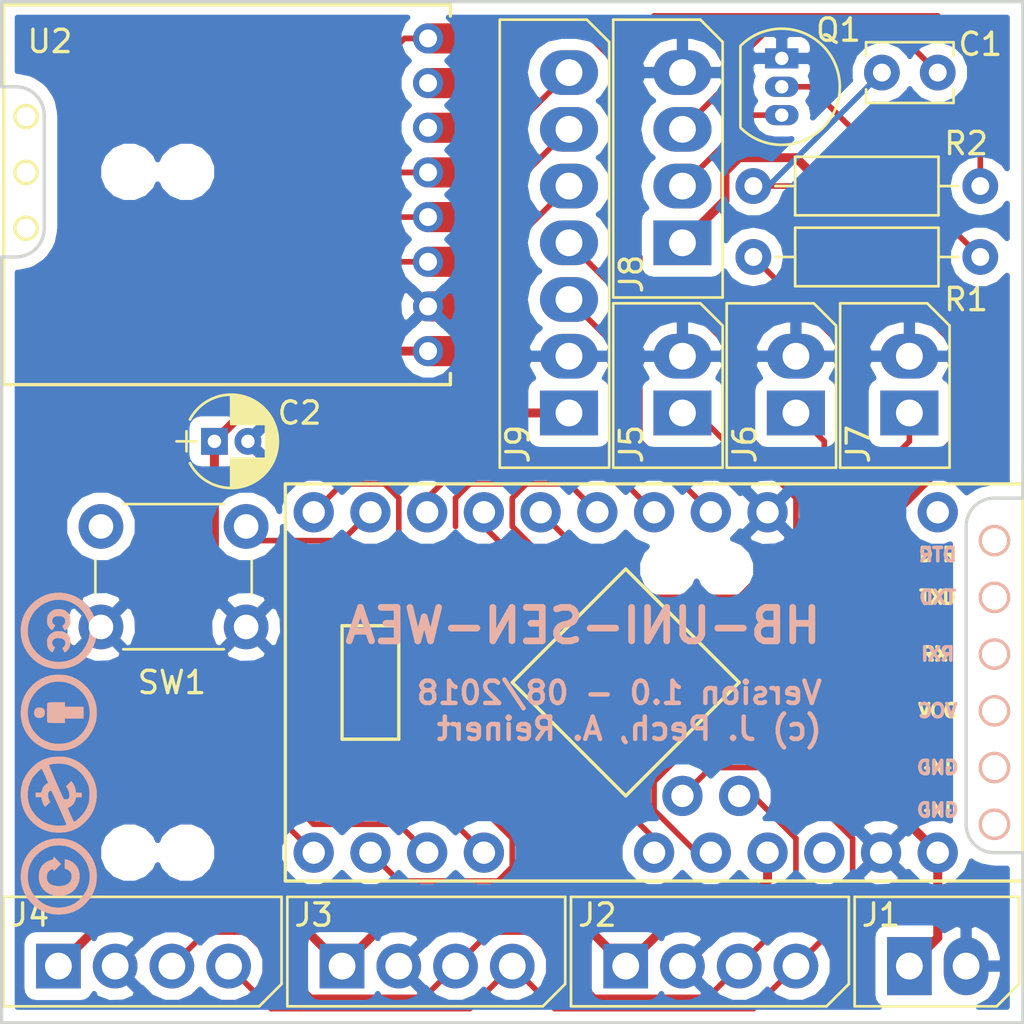
<source format=kicad_pcb>
(kicad_pcb (version 4) (host pcbnew 4.0.7)

  (general
    (links 58)
    (no_connects 0)
    (area 119.304999 85.014999 165.175001 130.885001)
    (thickness 1.6)
    (drawings 23)
    (tracks 264)
    (zones 0)
    (modules 24)
    (nets 29)
  )

  (page A4)
  (layers
    (0 F.Cu signal)
    (31 B.Cu signal)
    (32 B.Adhes user hide)
    (33 F.Adhes user hide)
    (34 B.Paste user hide)
    (35 F.Paste user hide)
    (36 B.SilkS user)
    (37 F.SilkS user)
    (38 B.Mask user)
    (39 F.Mask user)
    (40 Dwgs.User user hide)
    (41 Cmts.User user hide)
    (42 Eco1.User user hide)
    (43 Eco2.User user hide)
    (44 Edge.Cuts user)
    (45 Margin user hide)
    (46 B.CrtYd user hide)
    (47 F.CrtYd user hide)
    (48 B.Fab user hide)
    (49 F.Fab user hide)
  )

  (setup
    (last_trace_width 0.25)
    (trace_clearance 0.2)
    (zone_clearance 0.508)
    (zone_45_only no)
    (trace_min 0.2)
    (segment_width 0.2)
    (edge_width 0.15)
    (via_size 0.6)
    (via_drill 0.4)
    (via_min_size 0.4)
    (via_min_drill 0.3)
    (uvia_size 0.3)
    (uvia_drill 0.1)
    (uvias_allowed no)
    (uvia_min_size 0.2)
    (uvia_min_drill 0.1)
    (pcb_text_width 0.3)
    (pcb_text_size 1.5 1.5)
    (mod_edge_width 0.15)
    (mod_text_size 1 1)
    (mod_text_width 0.15)
    (pad_size 2 2)
    (pad_drill 1.1)
    (pad_to_mask_clearance 0.2)
    (aux_axis_origin 0 0)
    (visible_elements 7FFEFF7F)
    (pcbplotparams
      (layerselection 0x010f0_80000001)
      (usegerberextensions false)
      (excludeedgelayer true)
      (linewidth 0.100000)
      (plotframeref false)
      (viasonmask false)
      (mode 1)
      (useauxorigin false)
      (hpglpennumber 1)
      (hpglpenspeed 20)
      (hpglpendiameter 15)
      (hpglpenoverlay 2)
      (psnegative false)
      (psa4output false)
      (plotreference true)
      (plotvalue true)
      (plotinvisibletext false)
      (padsonsilk false)
      (subtractmaskfromsilk true)
      (outputformat 1)
      (mirror false)
      (drillshape 0)
      (scaleselection 1)
      (outputdirectory Gerber/))
  )

  (net 0 "")
  (net 1 +3V3)
  (net 2 GND)
  (net 3 "Net-(U2-Pad6)")
  (net 4 "Net-(SW1-Pad1)")
  (net 5 /D5)
  (net 6 /D6)
  (net 7 /SS)
  (net 8 /D2)
  (net 9 /SCL)
  (net 10 /SDA)
  (net 11 /A2)
  (net 12 /A3)
  (net 13 /MOSI)
  (net 14 /SCK)
  (net 15 /MISO)
  (net 16 VCC)
  (net 17 "Net-(J8-Pad2)")
  (net 18 "Net-(C1-Pad1)")
  (net 19 "Net-(Q1-Pad2)")
  (net 20 /D9)
  (net 21 /D4)
  (net 22 "Net-(U1-Pad10)")
  (net 23 /D3)
  (net 24 /D7)
  (net 25 "Net-(U1-Pad27)")
  (net 26 "Net-(U1-Pad28)")
  (net 27 "Net-(U1-Pad5)")
  (net 28 "Net-(U1-Pad6)")

  (net_class Default "Dies ist die voreingestellte Netzklasse."
    (clearance 0.2)
    (trace_width 0.25)
    (via_dia 0.6)
    (via_drill 0.4)
    (uvia_dia 0.3)
    (uvia_drill 0.1)
    (add_net /A2)
    (add_net /A3)
    (add_net /D2)
    (add_net /D3)
    (add_net /D4)
    (add_net /D5)
    (add_net /D6)
    (add_net /D7)
    (add_net /D9)
    (add_net /MISO)
    (add_net /MOSI)
    (add_net /SCK)
    (add_net /SCL)
    (add_net /SDA)
    (add_net /SS)
    (add_net "Net-(C1-Pad1)")
    (add_net "Net-(J8-Pad2)")
    (add_net "Net-(Q1-Pad2)")
    (add_net "Net-(SW1-Pad1)")
    (add_net "Net-(U1-Pad10)")
    (add_net "Net-(U1-Pad27)")
    (add_net "Net-(U1-Pad28)")
    (add_net "Net-(U1-Pad5)")
    (add_net "Net-(U1-Pad6)")
    (add_net "Net-(U2-Pad6)")
  )

  (net_class VCC ""
    (clearance 0.2)
    (trace_width 0.4)
    (via_dia 0.6)
    (via_drill 0.4)
    (uvia_dia 0.3)
    (uvia_drill 0.1)
    (add_net +3V3)
    (add_net GND)
    (add_net VCC)
  )

  (module Resistors_THT:R_Axial_DIN0207_L6.3mm_D2.5mm_P10.16mm_Horizontal (layer F.Cu) (tedit 5B66E8CA) (tstamp 5B60ABE6)
    (at 163.195 96.52 180)
    (descr "Resistor, Axial_DIN0207 series, Axial, Horizontal, pin pitch=10.16mm, 0.25W = 1/4W, length*diameter=6.3*2.5mm^2, http://cdn-reichelt.de/documents/datenblatt/B400/1_4W%23YAG.pdf")
    (tags "Resistor Axial_DIN0207 series Axial Horizontal pin pitch 10.16mm 0.25W = 1/4W length 6.3mm diameter 2.5mm")
    (path /5B60CA75)
    (fp_text reference R1 (at 0.635 -1.905 180) (layer F.SilkS)
      (effects (font (size 1 1) (thickness 0.15)))
    )
    (fp_text value 10K (at 5.08 2.31 180) (layer F.Fab)
      (effects (font (size 1 1) (thickness 0.15)))
    )
    (fp_line (start 1.93 -1.25) (end 1.93 1.25) (layer F.Fab) (width 0.1))
    (fp_line (start 1.93 1.25) (end 8.23 1.25) (layer F.Fab) (width 0.1))
    (fp_line (start 8.23 1.25) (end 8.23 -1.25) (layer F.Fab) (width 0.1))
    (fp_line (start 8.23 -1.25) (end 1.93 -1.25) (layer F.Fab) (width 0.1))
    (fp_line (start 0 0) (end 1.93 0) (layer F.Fab) (width 0.1))
    (fp_line (start 10.16 0) (end 8.23 0) (layer F.Fab) (width 0.1))
    (fp_line (start 1.87 -1.31) (end 1.87 1.31) (layer F.SilkS) (width 0.12))
    (fp_line (start 1.87 1.31) (end 8.29 1.31) (layer F.SilkS) (width 0.12))
    (fp_line (start 8.29 1.31) (end 8.29 -1.31) (layer F.SilkS) (width 0.12))
    (fp_line (start 8.29 -1.31) (end 1.87 -1.31) (layer F.SilkS) (width 0.12))
    (fp_line (start 0.98 0) (end 1.87 0) (layer F.SilkS) (width 0.12))
    (fp_line (start 9.18 0) (end 8.29 0) (layer F.SilkS) (width 0.12))
    (fp_line (start -1.05 -1.6) (end -1.05 1.6) (layer F.CrtYd) (width 0.05))
    (fp_line (start -1.05 1.6) (end 11.25 1.6) (layer F.CrtYd) (width 0.05))
    (fp_line (start 11.25 1.6) (end 11.25 -1.6) (layer F.CrtYd) (width 0.05))
    (fp_line (start 11.25 -1.6) (end -1.05 -1.6) (layer F.CrtYd) (width 0.05))
    (pad 1 thru_hole circle (at 0 0 180) (size 1.6 1.6) (drill 0.8) (layers *.Cu *.Mask)
      (net 19 "Net-(Q1-Pad2)"))
    (pad 2 thru_hole oval (at 10.16 0 180) (size 1.6 1.6) (drill 0.8) (layers *.Cu *.Mask)
      (net 20 /D9))
    (model ${KISYS3DMOD}/Resistors_THT.3dshapes/R_Axial_DIN0207_L6.3mm_D2.5mm_P10.16mm_Horizontal.wrl
      (at (xyz 0 0 0))
      (scale (xyz 0.393701 0.393701 0.393701))
      (rotate (xyz 0 0 0))
    )
  )

  (module Homebrew:ArduinoProMini (layer F.Cu) (tedit 5B621676) (tstamp 5B60AC61)
    (at 132.08 124.46)
    (path /5AF60EC1)
    (fp_text reference U1 (at 3.81 -13.97) (layer F.SilkS) hide
      (effects (font (size 1 1) (thickness 0.15)))
    )
    (fp_text value ArduinoProMini (at 16.51 -8.89) (layer F.Fab)
      (effects (font (size 1 1) (thickness 0.15)))
    )
    (fp_text user GND (at 29.21 -3.175) (layer B.SilkS)
      (effects (font (size 0.6 0.6) (thickness 0.15)) (justify mirror))
    )
    (fp_text user GND (at 29.21 -5.08) (layer B.SilkS)
      (effects (font (size 0.6 0.6) (thickness 0.15)) (justify mirror))
    )
    (fp_text user VCC (at 29.21 -7.62) (layer F.SilkS)
      (effects (font (size 0.6 0.6) (thickness 0.15)))
    )
    (fp_text user RXI (at 29.21 -10.16) (layer F.SilkS)
      (effects (font (size 0.6 0.6) (thickness 0.15)))
    )
    (fp_text user TXD (at 29.21 -12.7) (layer F.SilkS)
      (effects (font (size 0.6 0.6) (thickness 0.15)))
    )
    (fp_text user DTR (at 29.21 -14.605) (layer F.SilkS)
      (effects (font (size 0.6 0.6) (thickness 0.15)))
    )
    (fp_text user GND (at 29.21 -3.175) (layer F.SilkS)
      (effects (font (size 0.6 0.6) (thickness 0.15)))
    )
    (fp_text user GND (at 29.21 -5.08) (layer F.SilkS)
      (effects (font (size 0.6 0.6) (thickness 0.15)))
    )
    (fp_text user VCC (at 29.21 -7.62) (layer B.SilkS)
      (effects (font (size 0.6 0.6) (thickness 0.15)) (justify mirror))
    )
    (fp_text user RXI (at 29.21 -10.16) (layer B.SilkS)
      (effects (font (size 0.6 0.6) (thickness 0.15)) (justify mirror))
    )
    (fp_text user TXD (at 29.21 -12.7) (layer B.SilkS)
      (effects (font (size 0.6 0.6) (thickness 0.15)) (justify mirror))
    )
    (fp_text user DTR (at 29.21 -14.605) (layer B.SilkS)
      (effects (font (size 0.6 0.6) (thickness 0.15)) (justify mirror))
    )
    (fp_circle (center 31.75 -2.54) (end 31.75 -1.905) (layer B.SilkS) (width 0.15))
    (fp_circle (center 31.75 -5.08) (end 31.75 -4.445) (layer B.SilkS) (width 0.15))
    (fp_circle (center 31.75 -7.62) (end 31.75 -6.985) (layer B.SilkS) (width 0.15))
    (fp_circle (center 31.75 -10.16) (end 31.75 -9.525) (layer B.SilkS) (width 0.15))
    (fp_circle (center 31.75 -12.7) (end 31.75 -12.065) (layer B.SilkS) (width 0.15))
    (fp_circle (center 31.75 -15.24) (end 31.75 -14.605) (layer B.SilkS) (width 0.15))
    (fp_circle (center 31.75 -2.54) (end 31.75 -1.905) (layer F.SilkS) (width 0.15))
    (fp_circle (center 31.75 -5.08) (end 31.75 -4.445) (layer F.SilkS) (width 0.15))
    (fp_circle (center 31.75 -7.62) (end 31.75 -6.985) (layer F.SilkS) (width 0.15))
    (fp_circle (center 31.75 -10.16) (end 31.75 -9.525) (layer F.SilkS) (width 0.15))
    (fp_circle (center 31.75 -12.7) (end 31.75 -12.065) (layer F.SilkS) (width 0.15))
    (fp_circle (center 31.75 -15.24) (end 31.75 -14.605) (layer F.SilkS) (width 0.15))
    (fp_line (start 2.54 -11.43) (end 2.54 -6.35) (layer F.SilkS) (width 0.15))
    (fp_line (start 2.54 -6.35) (end 5.08 -6.35) (layer F.SilkS) (width 0.15))
    (fp_line (start 5.08 -6.35) (end 5.08 -11.43) (layer F.SilkS) (width 0.15))
    (fp_line (start 5.08 -11.43) (end 2.54 -11.43) (layer F.SilkS) (width 0.15))
    (fp_line (start 15.24 -3.81) (end 20.32 -8.89) (layer F.SilkS) (width 0.15))
    (fp_line (start 20.32 -8.89) (end 15.24 -13.97) (layer F.SilkS) (width 0.15))
    (fp_line (start 15.24 -13.97) (end 10.16 -8.89) (layer F.SilkS) (width 0.15))
    (fp_line (start 10.16 -8.89) (end 15.24 -3.81) (layer F.SilkS) (width 0.15))
    (fp_line (start 0 0) (end 33.02 0) (layer F.SilkS) (width 0.15))
    (fp_line (start 33.02 0) (end 33.02 -17.78) (layer F.SilkS) (width 0.15))
    (fp_line (start 33.02 -17.78) (end 0 -17.78) (layer F.SilkS) (width 0.15))
    (fp_line (start 0 -17.78) (end 0 0) (layer F.SilkS) (width 0.15))
    (pad "" connect circle (at 10.16 -3.81) (size 1.8 1.8) (layers Eco2.User))
    (pad "" connect circle (at 7.62 -3.81) (size 1.8 1.8) (layers Eco2.User))
    (pad 27 connect circle (at 1.27 -6.35) (size 1.8 1.8) (layers Eco2.User)
      (net 25 "Net-(U1-Pad27)"))
    (pad 28 connect circle (at 1.27 -3.81) (size 1.8 1.8) (layers Eco2.User)
      (net 26 "Net-(U1-Pad28)"))
    (pad 1 thru_hole circle (at 1.27 -1.27) (size 1.8 1.8) (drill 1) (layers *.Cu *.Mask)
      (net 7 /SS))
    (pad 2 thru_hole circle (at 3.81 -1.27) (size 1.8 1.8) (drill 1) (layers *.Cu *.Mask)
      (net 13 /MOSI))
    (pad 3 thru_hole circle (at 6.35 -1.27) (size 1.8 1.8) (drill 1) (layers *.Cu *.Mask)
      (net 15 /MISO))
    (pad 4 thru_hole circle (at 8.89 -1.27) (size 1.8 1.8) (drill 1) (layers *.Cu *.Mask)
      (net 14 /SCK))
    (pad 5 connect circle (at 11.43 -1.27) (size 1.8 1.8) (layers Eco2.User)
      (net 27 "Net-(U1-Pad5)"))
    (pad 6 connect circle (at 13.97 -1.27) (size 1.8 1.8) (layers Eco2.User)
      (net 28 "Net-(U1-Pad6)"))
    (pad 7 thru_hole circle (at 16.51 -1.27) (size 1.8 1.8) (drill 1) (layers *.Cu *.Mask)
      (net 11 /A2))
    (pad 8 thru_hole circle (at 19.05 -1.27) (size 1.8 1.8) (drill 1) (layers *.Cu *.Mask)
      (net 12 /A3))
    (pad 9 thru_hole circle (at 21.59 -1.27) (size 1.8 1.8) (drill 1) (layers *.Cu *.Mask)
      (net 1 +3V3))
    (pad 10 thru_hole circle (at 24.13 -1.27) (size 1.8 1.8) (drill 1) (layers *.Cu *.Mask)
      (net 22 "Net-(U1-Pad10)"))
    (pad 11 thru_hole circle (at 26.67 -1.27) (size 1.8 1.8) (drill 1) (layers *.Cu *.Mask)
      (net 2 GND))
    (pad 12 thru_hole circle (at 29.21 -1.27) (size 1.8 1.8) (drill 1) (layers *.Cu *.Mask)
      (net 16 VCC))
    (pad 13 thru_hole circle (at 29.21 -16.51) (size 1.8 1.8) (drill 1) (layers *.Cu *.Mask))
    (pad 14 connect circle (at 26.67 -16.51) (size 1.8 1.8) (layers Eco2.User))
    (pad 15 connect circle (at 24.13 -16.51) (size 1.8 1.8) (layers Eco2.User))
    (pad 16 thru_hole circle (at 21.59 -16.51) (size 1.8 1.8) (drill 1) (layers *.Cu *.Mask)
      (net 2 GND))
    (pad 17 thru_hole circle (at 19.05 -16.51) (size 1.8 1.8) (drill 1) (layers *.Cu *.Mask)
      (net 8 /D2))
    (pad 18 thru_hole circle (at 16.51 -16.51) (size 1.8 1.8) (drill 1) (layers *.Cu *.Mask)
      (net 23 /D3))
    (pad 19 thru_hole circle (at 13.97 -16.51) (size 1.8 1.8) (drill 1) (layers *.Cu *.Mask)
      (net 21 /D4))
    (pad 20 thru_hole circle (at 11.43 -16.51) (size 1.8 1.8) (drill 1) (layers *.Cu *.Mask)
      (net 5 /D5))
    (pad 21 thru_hole circle (at 8.89 -16.51) (size 1.8 1.8) (drill 1) (layers *.Cu *.Mask)
      (net 6 /D6))
    (pad 22 thru_hole circle (at 6.35 -16.51) (size 1.8 1.8) (drill 1) (layers *.Cu *.Mask)
      (net 24 /D7))
    (pad 23 thru_hole circle (at 3.81 -16.51) (size 1.8 1.8) (drill 1) (layers *.Cu *.Mask)
      (net 4 "Net-(SW1-Pad1)"))
    (pad 24 thru_hole circle (at 1.27 -16.51) (size 1.8 1.8) (drill 1) (layers *.Cu *.Mask)
      (net 20 /D9))
    (pad 25 thru_hole circle (at 17.78 -3.81) (size 1.8 1.8) (drill 1) (layers *.Cu *.Mask)
      (net 10 /SDA))
    (pad 26 thru_hole circle (at 20.32 -3.81) (size 1.8 1.8) (drill 1) (layers *.Cu *.Mask)
      (net 9 /SCL))
  )

  (module Mounting_Holes:MountingHole_2.2mm_M2 (layer F.Cu) (tedit 5B64B0FA) (tstamp 5B64AEE7)
    (at 149.225 110.49)
    (descr "Mounting Hole 2.2mm, no annular, M2")
    (tags "mounting hole 2.2mm no annular m2")
    (attr virtual)
    (fp_text reference REF** (at 0 -3.2) (layer F.SilkS) hide
      (effects (font (size 1 1) (thickness 0.15)))
    )
    (fp_text value MountingHole_2.2mm_M2 (at 0 3.2) (layer F.Fab)
      (effects (font (size 1 1) (thickness 0.15)))
    )
    (fp_text user %R (at 0.3 0) (layer F.Fab)
      (effects (font (size 1 1) (thickness 0.15)))
    )
    (fp_circle (center 0 0) (end 2.2 0) (layer Cmts.User) (width 0.15))
    (fp_circle (center 0 0) (end 2.45 0) (layer F.CrtYd) (width 0.05))
    (pad "" np_thru_hole circle (at 0 0) (size 1.5 1.5) (drill 1.5) (layers *.Cu *.Mask))
  )

  (module Mounting_Holes:MountingHole_2.2mm_M2 (layer F.Cu) (tedit 5B64B104) (tstamp 5B64AE82)
    (at 151.765 110.49)
    (descr "Mounting Hole 2.2mm, no annular, M2")
    (tags "mounting hole 2.2mm no annular m2")
    (attr virtual)
    (fp_text reference REF** (at 0 -3.2) (layer F.SilkS) hide
      (effects (font (size 1 1) (thickness 0.15)))
    )
    (fp_text value MountingHole_2.2mm_M2 (at 0 3.2) (layer F.Fab)
      (effects (font (size 1 1) (thickness 0.15)))
    )
    (fp_text user %R (at 0.3 0) (layer F.Fab)
      (effects (font (size 1 1) (thickness 0.15)))
    )
    (fp_circle (center 0 0) (end 2.2 0) (layer Cmts.User) (width 0.15))
    (fp_circle (center 0 0) (end 2.45 0) (layer F.CrtYd) (width 0.05))
    (pad "" np_thru_hole circle (at 0 0) (size 1.5 1.5) (drill 1.5) (layers *.Cu *.Mask))
  )

  (module Mounting_Holes:MountingHole_2.2mm_M2 (layer F.Cu) (tedit 5B64B0DF) (tstamp 5B64AE0B)
    (at 127.635 92.71)
    (descr "Mounting Hole 2.2mm, no annular, M2")
    (tags "mounting hole 2.2mm no annular m2")
    (attr virtual)
    (fp_text reference REF** (at 0 -3.2) (layer F.SilkS) hide
      (effects (font (size 1 1) (thickness 0.15)))
    )
    (fp_text value MountingHole_2.2mm_M2 (at 0 3.2) (layer F.Fab)
      (effects (font (size 1 1) (thickness 0.15)))
    )
    (fp_text user %R (at 0.3 0) (layer F.Fab)
      (effects (font (size 1 1) (thickness 0.15)))
    )
    (fp_circle (center 0 0) (end 2.2 0) (layer Cmts.User) (width 0.15))
    (fp_circle (center 0 0) (end 2.45 0) (layer F.CrtYd) (width 0.05))
    (pad "" np_thru_hole circle (at 0 0) (size 1.5 1.5) (drill 1.5) (layers *.Cu *.Mask))
  )

  (module Mounting_Holes:MountingHole_2.2mm_M2 (layer F.Cu) (tedit 5B64B0E4) (tstamp 5B64ADF4)
    (at 125.095 92.71)
    (descr "Mounting Hole 2.2mm, no annular, M2")
    (tags "mounting hole 2.2mm no annular m2")
    (attr virtual)
    (fp_text reference REF** (at 0 -3.2) (layer F.SilkS) hide
      (effects (font (size 1 1) (thickness 0.15)))
    )
    (fp_text value MountingHole_2.2mm_M2 (at 0 3.2) (layer F.Fab)
      (effects (font (size 1 1) (thickness 0.15)))
    )
    (fp_text user %R (at 0.3 0) (layer F.Fab)
      (effects (font (size 1 1) (thickness 0.15)))
    )
    (fp_circle (center 0 0) (end 2.2 0) (layer Cmts.User) (width 0.15))
    (fp_circle (center 0 0) (end 2.45 0) (layer F.CrtYd) (width 0.05))
    (pad "" np_thru_hole circle (at 0 0) (size 1.5 1.5) (drill 1.5) (layers *.Cu *.Mask))
  )

  (module Mounting_Holes:MountingHole_2.2mm_M2 (layer F.Cu) (tedit 5B64B0F1) (tstamp 5B64ADE3)
    (at 127.635 123.19)
    (descr "Mounting Hole 2.2mm, no annular, M2")
    (tags "mounting hole 2.2mm no annular m2")
    (attr virtual)
    (fp_text reference REF** (at 0 -3.2) (layer F.SilkS) hide
      (effects (font (size 1 1) (thickness 0.15)))
    )
    (fp_text value MountingHole_2.2mm_M2 (at 0 3.2) (layer F.Fab)
      (effects (font (size 1 1) (thickness 0.15)))
    )
    (fp_text user %R (at 0.3 0) (layer F.Fab)
      (effects (font (size 1 1) (thickness 0.15)))
    )
    (fp_circle (center 0 0) (end 2.2 0) (layer Cmts.User) (width 0.15))
    (fp_circle (center 0 0) (end 2.45 0) (layer F.CrtYd) (width 0.05))
    (pad "" np_thru_hole circle (at 0 0) (size 1.5 1.5) (drill 1.5) (layers *.Cu *.Mask))
  )

  (module Mounting_Holes:MountingHole_2.2mm_M2 (layer F.Cu) (tedit 5B64B0EB) (tstamp 5B64ACD2)
    (at 125.095 123.19)
    (descr "Mounting Hole 2.2mm, no annular, M2")
    (tags "mounting hole 2.2mm no annular m2")
    (attr virtual)
    (fp_text reference REF** (at 0 -3.2) (layer F.SilkS) hide
      (effects (font (size 1 1) (thickness 0.15)))
    )
    (fp_text value MountingHole_2.2mm_M2 (at 0 3.2) (layer F.Fab)
      (effects (font (size 1 1) (thickness 0.15)))
    )
    (fp_text user %R (at 0.3 0) (layer F.Fab)
      (effects (font (size 1 1) (thickness 0.15)))
    )
    (fp_circle (center 0 0) (end 2.2 0) (layer Cmts.User) (width 0.15))
    (fp_circle (center 0 0) (end 2.45 0) (layer F.CrtYd) (width 0.05))
    (pad "" np_thru_hole circle (at 0 0) (size 1.5 1.5) (drill 1.5) (layers *.Cu *.Mask))
  )

  (module Connectors_Molex:Molex_SPOX-5267_22-03-5045_04x2.54mm_Straight (layer F.Cu) (tedit 5B621A18) (tstamp 5B61E79C)
    (at 121.92 128.27)
    (descr "Connector Headers with Friction Lock, 22-03-5045, http://www.molex.com/pdm_docs/ps/PS-5264-001-001.pdf")
    (tags "connector molex SPOX 5267 22-03-5045")
    (path /5B60A8CB)
    (fp_text reference J4 (at -1.27 -2.286) (layer F.SilkS)
      (effects (font (size 1 1) (thickness 0.15)))
    )
    (fp_text value I2C_3 (at 3.81 2.54) (layer F.Fab)
      (effects (font (size 1 1) (thickness 0.15)))
    )
    (fp_line (start 8.99 1.8) (end 9.99 0.8) (layer F.SilkS) (width 0.12))
    (fp_line (start -2.45 -3.1) (end -2.45 1.8) (layer F.SilkS) (width 0.12))
    (fp_line (start -2.45 1.8) (end 8.99 1.8) (layer F.SilkS) (width 0.12))
    (fp_line (start 9.99 0.8) (end 9.99 -3.1) (layer F.SilkS) (width 0.12))
    (fp_line (start 9.99 -3.1) (end -2.45 -3.1) (layer F.SilkS) (width 0.12))
    (fp_line (start -2.5 1.85) (end -2.5 -3.15) (layer F.CrtYd) (width 0.05))
    (fp_line (start -2.5 -3.15) (end 10.04 -3.15) (layer F.CrtYd) (width 0.05))
    (fp_line (start 10.04 -3.15) (end 10.04 1.85) (layer F.CrtYd) (width 0.05))
    (fp_line (start 10.04 1.85) (end -2.5 1.85) (layer F.CrtYd) (width 0.05))
    (fp_line (start 9.89 -3) (end -2.35 -3) (layer F.Fab) (width 0.1))
    (fp_line (start 9.89 0.7) (end 9.89 -3) (layer F.Fab) (width 0.1))
    (fp_line (start 8.89 1.7) (end 9.89 0.7) (layer F.Fab) (width 0.1))
    (fp_line (start -2.35 1.7) (end 8.89 1.7) (layer F.Fab) (width 0.1))
    (fp_line (start -2.35 -3) (end -2.35 1.7) (layer F.Fab) (width 0.1))
    (pad 1 thru_hole rect (at 0 0) (size 2 2) (drill 1.2) (layers *.Cu *.Mask)
      (net 1 +3V3))
    (pad 2 thru_hole circle (at 2.54 0) (size 2 2) (drill 1.2) (layers *.Cu *.Mask)
      (net 2 GND))
    (pad 3 thru_hole circle (at 5.08 0) (size 2 2) (drill 1.2) (layers *.Cu *.Mask)
      (net 9 /SCL))
    (pad 4 thru_hole circle (at 7.62 0) (size 2 2) (drill 1.2) (layers *.Cu *.Mask)
      (net 10 /SDA))
    (model ${KISYS3DMOD}/Connectors_Molex.3dshapes/Molex_SPOX-5267_22-03-5045_04x2.54mm_Straight.wrl
      (at (xyz 0.15 0.023622 0.114173))
      (scale (xyz 1 1 1))
      (rotate (xyz -90 0 180))
    )
  )

  (module Homebrew:CC1101 (layer F.Cu) (tedit 5B61EAE3) (tstamp 5B60AC7D)
    (at 140.97 102.235 180)
    (path /5B621728)
    (fp_text reference U2 (at 19.431 15.367 180) (layer F.SilkS)
      (effects (font (size 1 1) (thickness 0.15)))
    )
    (fp_text value CC1101 (at 15.5 15 180) (layer F.Fab)
      (effects (font (size 1 1) (thickness 0.15)))
    )
    (fp_line (start 1.5 17) (end 1.5 16.5) (layer F.SilkS) (width 0.15))
    (fp_line (start 1.5 0) (end 1.5 0.5) (layer F.SilkS) (width 0.15))
    (fp_circle (center 20.5 12) (end 20.5 12.5) (layer F.SilkS) (width 0.15))
    (fp_circle (center 20.5 7) (end 20.5 7.5) (layer F.SilkS) (width 0.15))
    (fp_circle (center 20.5 9.5) (end 21 9.5) (layer F.SilkS) (width 0.15))
    (fp_line (start 1.5 0) (end 21.5 0) (layer F.SilkS) (width 0.15))
    (fp_line (start 21.5 0) (end 21.5 17) (layer F.SilkS) (width 0.15))
    (fp_line (start 21.5 17) (end 1.5 17) (layer F.SilkS) (width 0.15))
    (pad 8 thru_hole circle (at 2.5 15.5 180) (size 1.35 1.35) (drill 0.8) (layers *.Cu *.Mask)
      (net 7 /SS))
    (pad 8 connect rect (at 1.5 15.5 180) (size 1.8 1.35) (layers F.Cu F.Mask)
      (net 7 /SS))
    (pad 1 thru_hole circle (at 2.5 1.5 180) (size 1.35 1.35) (drill 0.8) (layers *.Cu *.Mask)
      (net 1 +3V3))
    (pad 2 thru_hole circle (at 2.5 3.5 180) (size 1.35 1.35) (drill 0.8) (layers *.Cu *.Mask)
      (net 2 GND))
    (pad 3 thru_hole circle (at 2.5 5.5 180) (size 1.35 1.35) (drill 0.8) (layers *.Cu *.Mask)
      (net 13 /MOSI))
    (pad 4 thru_hole circle (at 2.5 7.5 180) (size 1.35 1.35) (drill 0.8) (layers *.Cu *.Mask)
      (net 14 /SCK))
    (pad 5 thru_hole circle (at 2.5 9.5 180) (size 1.35 1.35) (drill 0.8) (layers *.Cu *.Mask)
      (net 15 /MISO))
    (pad 6 thru_hole circle (at 2.5 11.5 180) (size 1.35 1.35) (drill 0.8) (layers *.Cu *.Mask)
      (net 3 "Net-(U2-Pad6)"))
    (pad 7 thru_hole circle (at 2.5 13.5 180) (size 1.35 1.35) (drill 0.8) (layers *.Cu *.Mask)
      (net 8 /D2))
    (pad 1 connect rect (at 1.5 1.5 180) (size 1.8 1.35) (layers F.Cu F.Mask)
      (net 1 +3V3))
    (pad 2 connect rect (at 1.5 3.5 180) (size 1.8 1.35) (layers F.Cu F.Mask)
      (net 2 GND))
    (pad 3 connect rect (at 1.5 5.5 180) (size 1.8 1.35) (layers F.Cu F.Mask)
      (net 13 /MOSI))
    (pad 4 connect rect (at 1.5 7.5 180) (size 1.8 1.35) (layers F.Cu F.Mask)
      (net 14 /SCK))
    (pad 5 connect rect (at 1.5 9.5 180) (size 1.8 1.35) (layers F.Cu F.Mask)
      (net 15 /MISO))
    (pad 6 connect rect (at 1.5 11.5 180) (size 1.8 1.35) (layers F.Cu F.Mask)
      (net 3 "Net-(U2-Pad6)"))
    (pad 7 connect rect (at 1.5 13.5 180) (size 1.8 1.35) (layers F.Cu F.Mask)
      (net 8 /D2))
  )

  (module Connectors_Molex:Molex_SPOX-5267_22-03-5045_04x2.54mm_Straight (layer F.Cu) (tedit 5B621A02) (tstamp 5B61E5E4)
    (at 134.62 128.27)
    (descr "Connector Headers with Friction Lock, 22-03-5045, http://www.molex.com/pdm_docs/ps/PS-5264-001-001.pdf")
    (tags "connector molex SPOX 5267 22-03-5045")
    (path /5ABE0DC1)
    (fp_text reference J3 (at -1.27 -2.286) (layer F.SilkS)
      (effects (font (size 1 1) (thickness 0.15)))
    )
    (fp_text value I2C_2 (at 3.81 2.54) (layer F.Fab)
      (effects (font (size 1 1) (thickness 0.15)))
    )
    (fp_line (start 8.99 1.8) (end 9.99 0.8) (layer F.SilkS) (width 0.12))
    (fp_line (start -2.45 -3.1) (end -2.45 1.8) (layer F.SilkS) (width 0.12))
    (fp_line (start -2.45 1.8) (end 8.99 1.8) (layer F.SilkS) (width 0.12))
    (fp_line (start 9.99 0.8) (end 9.99 -3.1) (layer F.SilkS) (width 0.12))
    (fp_line (start 9.99 -3.1) (end -2.45 -3.1) (layer F.SilkS) (width 0.12))
    (fp_line (start -2.5 1.85) (end -2.5 -3.15) (layer F.CrtYd) (width 0.05))
    (fp_line (start -2.5 -3.15) (end 10.04 -3.15) (layer F.CrtYd) (width 0.05))
    (fp_line (start 10.04 -3.15) (end 10.04 1.85) (layer F.CrtYd) (width 0.05))
    (fp_line (start 10.04 1.85) (end -2.5 1.85) (layer F.CrtYd) (width 0.05))
    (fp_line (start 9.89 -3) (end -2.35 -3) (layer F.Fab) (width 0.1))
    (fp_line (start 9.89 0.7) (end 9.89 -3) (layer F.Fab) (width 0.1))
    (fp_line (start 8.89 1.7) (end 9.89 0.7) (layer F.Fab) (width 0.1))
    (fp_line (start -2.35 1.7) (end 8.89 1.7) (layer F.Fab) (width 0.1))
    (fp_line (start -2.35 -3) (end -2.35 1.7) (layer F.Fab) (width 0.1))
    (pad 1 thru_hole rect (at 0 0) (size 2 2) (drill 1.2) (layers *.Cu *.Mask)
      (net 1 +3V3))
    (pad 2 thru_hole circle (at 2.54 0) (size 2 2) (drill 1.2) (layers *.Cu *.Mask)
      (net 2 GND))
    (pad 3 thru_hole circle (at 5.08 0) (size 2 2) (drill 1.2) (layers *.Cu *.Mask)
      (net 9 /SCL))
    (pad 4 thru_hole circle (at 7.62 0) (size 2 2) (drill 1.2) (layers *.Cu *.Mask)
      (net 10 /SDA))
    (model ${KISYS3DMOD}/Connectors_Molex.3dshapes/Molex_SPOX-5267_22-03-5045_04x2.54mm_Straight.wrl
      (at (xyz 0.15 0.023622 0.114173))
      (scale (xyz 1 1 1))
      (rotate (xyz -90 0 180))
    )
  )

  (module Connectors_Molex:Molex_SPOX-5267_22-03-5075_07x2.54mm_Straight (layer F.Cu) (tedit 5B61EAA5) (tstamp 5B61E463)
    (at 144.78 103.505 90)
    (descr "Connector Headers with Friction Lock, 22-03-5075, http://www.molex.com/pdm_docs/ps/PS-5264-001-001.pdf")
    (tags "connector molex SPOX 5267 22-03-5075")
    (path /5B60CD7F)
    (fp_text reference J9 (at -1.397 -2.286 90) (layer F.SilkS)
      (effects (font (size 1 1) (thickness 0.15)))
    )
    (fp_text value LIGHTNING (at 7.62 2.54 90) (layer F.Fab)
      (effects (font (size 1 1) (thickness 0.15)))
    )
    (fp_line (start 16.61 1.8) (end 17.61 0.8) (layer F.SilkS) (width 0.12))
    (fp_line (start -2.45 -3.1) (end -2.45 1.8) (layer F.SilkS) (width 0.12))
    (fp_line (start -2.45 1.8) (end 16.61 1.8) (layer F.SilkS) (width 0.12))
    (fp_line (start 17.61 0.8) (end 17.61 -3.1) (layer F.SilkS) (width 0.12))
    (fp_line (start 17.61 -3.1) (end -2.45 -3.1) (layer F.SilkS) (width 0.12))
    (fp_line (start -2.5 1.85) (end -2.5 -3.15) (layer F.CrtYd) (width 0.05))
    (fp_line (start -2.5 -3.15) (end 17.66 -3.15) (layer F.CrtYd) (width 0.05))
    (fp_line (start 17.66 -3.15) (end 17.66 1.85) (layer F.CrtYd) (width 0.05))
    (fp_line (start 17.66 1.85) (end -2.5 1.85) (layer F.CrtYd) (width 0.05))
    (fp_line (start 17.51 -3) (end -2.35 -3) (layer F.Fab) (width 0.1))
    (fp_line (start 17.51 0.7) (end 17.51 -3) (layer F.Fab) (width 0.1))
    (fp_line (start 16.51 1.7) (end 17.51 0.7) (layer F.Fab) (width 0.1))
    (fp_line (start -2.35 1.7) (end 16.51 1.7) (layer F.Fab) (width 0.1))
    (fp_line (start -2.35 -3) (end -2.35 1.7) (layer F.Fab) (width 0.1))
    (pad 1 thru_hole rect (at 0 0 90) (size 2 2.6) (drill 1.2) (layers *.Cu *.Mask)
      (net 1 +3V3))
    (pad 2 thru_hole oval (at 2.54 0 90) (size 2 2.6) (drill 1.2) (layers *.Cu *.Mask)
      (net 2 GND))
    (pad 3 thru_hole oval (at 5.08 0 90) (size 2 2.6) (drill 1.2) (layers *.Cu *.Mask)
      (net 24 /D7))
    (pad 4 thru_hole oval (at 7.62 0 90) (size 2 2.6) (drill 1.2) (layers *.Cu *.Mask)
      (net 23 /D3))
    (pad 5 thru_hole oval (at 10.16 0 90) (size 2 2.6) (drill 1.2) (layers *.Cu *.Mask)
      (net 13 /MOSI))
    (pad 6 thru_hole oval (at 12.7 0 90) (size 2 2.6) (drill 1.2) (layers *.Cu *.Mask)
      (net 14 /SCK))
    (pad 7 thru_hole oval (at 15.24 0 90) (size 2 2.6) (drill 1.2) (layers *.Cu *.Mask)
      (net 15 /MISO))
    (model ${KISYS3DMOD}/Connectors_Molex.3dshapes/Molex_SPOX-5267_22-03-5075_07x2.54mm_Straight.wrl
      (at (xyz 0.3 0.023622 0.114173))
      (scale (xyz 1 1 1))
      (rotate (xyz -90 0 180))
    )
  )

  (module Resistors_THT:R_Axial_DIN0207_L6.3mm_D2.5mm_P10.16mm_Horizontal (layer F.Cu) (tedit 5B66E8CF) (tstamp 5B60ABFC)
    (at 153.035 93.345)
    (descr "Resistor, Axial_DIN0207 series, Axial, Horizontal, pin pitch=10.16mm, 0.25W = 1/4W, length*diameter=6.3*2.5mm^2, http://cdn-reichelt.de/documents/datenblatt/B400/1_4W%23YAG.pdf")
    (tags "Resistor Axial_DIN0207 series Axial Horizontal pin pitch 10.16mm 0.25W = 1/4W length 6.3mm diameter 2.5mm")
    (path /5B60BADF)
    (fp_text reference R2 (at 9.525 -1.905) (layer F.SilkS)
      (effects (font (size 1 1) (thickness 0.15)))
    )
    (fp_text value 100K (at 5.08 2.31) (layer F.Fab)
      (effects (font (size 1 1) (thickness 0.15)))
    )
    (fp_line (start 1.93 -1.25) (end 1.93 1.25) (layer F.Fab) (width 0.1))
    (fp_line (start 1.93 1.25) (end 8.23 1.25) (layer F.Fab) (width 0.1))
    (fp_line (start 8.23 1.25) (end 8.23 -1.25) (layer F.Fab) (width 0.1))
    (fp_line (start 8.23 -1.25) (end 1.93 -1.25) (layer F.Fab) (width 0.1))
    (fp_line (start 0 0) (end 1.93 0) (layer F.Fab) (width 0.1))
    (fp_line (start 10.16 0) (end 8.23 0) (layer F.Fab) (width 0.1))
    (fp_line (start 1.87 -1.31) (end 1.87 1.31) (layer F.SilkS) (width 0.12))
    (fp_line (start 1.87 1.31) (end 8.29 1.31) (layer F.SilkS) (width 0.12))
    (fp_line (start 8.29 1.31) (end 8.29 -1.31) (layer F.SilkS) (width 0.12))
    (fp_line (start 8.29 -1.31) (end 1.87 -1.31) (layer F.SilkS) (width 0.12))
    (fp_line (start 0.98 0) (end 1.87 0) (layer F.SilkS) (width 0.12))
    (fp_line (start 9.18 0) (end 8.29 0) (layer F.SilkS) (width 0.12))
    (fp_line (start -1.05 -1.6) (end -1.05 1.6) (layer F.CrtYd) (width 0.05))
    (fp_line (start -1.05 1.6) (end 11.25 1.6) (layer F.CrtYd) (width 0.05))
    (fp_line (start 11.25 1.6) (end 11.25 -1.6) (layer F.CrtYd) (width 0.05))
    (fp_line (start 11.25 -1.6) (end -1.05 -1.6) (layer F.CrtYd) (width 0.05))
    (pad 1 thru_hole circle (at 0 0) (size 1.6 1.6) (drill 0.8) (layers *.Cu *.Mask)
      (net 12 /A3))
    (pad 2 thru_hole oval (at 10.16 0) (size 1.6 1.6) (drill 0.8) (layers *.Cu *.Mask)
      (net 21 /D4))
    (model ${KISYS3DMOD}/Resistors_THT.3dshapes/R_Axial_DIN0207_L6.3mm_D2.5mm_P10.16mm_Horizontal.wrl
      (at (xyz 0 0 0))
      (scale (xyz 0.393701 0.393701 0.393701))
      (rotate (xyz 0 0 0))
    )
  )

  (module Buttons_Switches_THT:SW_PUSH_6mm_h5mm (layer F.Cu) (tedit 5B676E27) (tstamp 5B60AC1B)
    (at 123.825 108.585)
    (descr "tactile push button, 6x6mm e.g. PHAP33xx series, height=5mm")
    (tags "tact sw push 6mm")
    (path /5ABE0E28)
    (fp_text reference SW1 (at 3.175 6.985 180) (layer F.SilkS)
      (effects (font (size 1 1) (thickness 0.15)))
    )
    (fp_text value CONFIG_BUTTON (at 3.75 6.7) (layer F.Fab)
      (effects (font (size 1 1) (thickness 0.15)))
    )
    (fp_text user %R (at 3.25 2.25) (layer F.Fab)
      (effects (font (size 1 1) (thickness 0.15)))
    )
    (fp_line (start 3.25 -0.75) (end 6.25 -0.75) (layer F.Fab) (width 0.1))
    (fp_line (start 6.25 -0.75) (end 6.25 5.25) (layer F.Fab) (width 0.1))
    (fp_line (start 6.25 5.25) (end 0.25 5.25) (layer F.Fab) (width 0.1))
    (fp_line (start 0.25 5.25) (end 0.25 -0.75) (layer F.Fab) (width 0.1))
    (fp_line (start 0.25 -0.75) (end 3.25 -0.75) (layer F.Fab) (width 0.1))
    (fp_line (start 7.75 6) (end 8 6) (layer F.CrtYd) (width 0.05))
    (fp_line (start 8 6) (end 8 5.75) (layer F.CrtYd) (width 0.05))
    (fp_line (start 7.75 -1.5) (end 8 -1.5) (layer F.CrtYd) (width 0.05))
    (fp_line (start 8 -1.5) (end 8 -1.25) (layer F.CrtYd) (width 0.05))
    (fp_line (start -1.5 -1.25) (end -1.5 -1.5) (layer F.CrtYd) (width 0.05))
    (fp_line (start -1.5 -1.5) (end -1.25 -1.5) (layer F.CrtYd) (width 0.05))
    (fp_line (start -1.5 5.75) (end -1.5 6) (layer F.CrtYd) (width 0.05))
    (fp_line (start -1.5 6) (end -1.25 6) (layer F.CrtYd) (width 0.05))
    (fp_line (start -1.25 -1.5) (end 7.75 -1.5) (layer F.CrtYd) (width 0.05))
    (fp_line (start -1.5 5.75) (end -1.5 -1.25) (layer F.CrtYd) (width 0.05))
    (fp_line (start 7.75 6) (end -1.25 6) (layer F.CrtYd) (width 0.05))
    (fp_line (start 8 -1.25) (end 8 5.75) (layer F.CrtYd) (width 0.05))
    (fp_line (start 1 5.5) (end 5.5 5.5) (layer F.SilkS) (width 0.12))
    (fp_line (start -0.25 1.5) (end -0.25 3) (layer F.SilkS) (width 0.12))
    (fp_line (start 5.5 -1) (end 1 -1) (layer F.SilkS) (width 0.12))
    (fp_line (start 6.75 3) (end 6.75 1.5) (layer F.SilkS) (width 0.12))
    (fp_circle (center 3.25 2.25) (end 1.25 2.5) (layer F.Fab) (width 0.1))
    (pad 2 thru_hole circle (at 0 4.5 90) (size 2 2) (drill 1.1) (layers *.Cu *.Mask)
      (net 2 GND))
    (pad "" thru_hole circle (at 0 0 90) (size 2 2) (drill 1.1) (layers *.Cu *.Mask))
    (pad 2 thru_hole circle (at 6.5 4.5 90) (size 2 2) (drill 1.1) (layers *.Cu *.Mask)
      (net 2 GND))
    (pad 1 thru_hole circle (at 6.5 0 90) (size 2 2) (drill 1.1) (layers *.Cu *.Mask)
      (net 4 "Net-(SW1-Pad1)"))
    (model ${KISYS3DMOD}/Buttons_Switches_THT.3dshapes/SW_PUSH_6mm_h5mm.wrl
      (at (xyz 0.005 0 0))
      (scale (xyz 0.3937 0.3937 0.3937))
      (rotate (xyz 0 0 0))
    )
  )

  (module Capacitors_THT:C_Disc_D3.8mm_W2.6mm_P2.50mm (layer F.Cu) (tedit 5B66E8D5) (tstamp 5B60B010)
    (at 161.29 88.265 180)
    (descr "C, Disc series, Radial, pin pitch=2.50mm, , diameter*width=3.8*2.6mm^2, Capacitor, http://www.vishay.com/docs/45233/krseries.pdf")
    (tags "C Disc series Radial pin pitch 2.50mm  diameter 3.8mm width 2.6mm Capacitor")
    (path /5B60BBC8)
    (fp_text reference C1 (at -1.905 1.27 180) (layer F.SilkS)
      (effects (font (size 1 1) (thickness 0.15)))
    )
    (fp_text value 1nF (at 1.25 2.61 180) (layer F.Fab)
      (effects (font (size 1 1) (thickness 0.15)))
    )
    (fp_line (start -0.65 -1.3) (end -0.65 1.3) (layer F.Fab) (width 0.1))
    (fp_line (start -0.65 1.3) (end 3.15 1.3) (layer F.Fab) (width 0.1))
    (fp_line (start 3.15 1.3) (end 3.15 -1.3) (layer F.Fab) (width 0.1))
    (fp_line (start 3.15 -1.3) (end -0.65 -1.3) (layer F.Fab) (width 0.1))
    (fp_line (start -0.71 -1.36) (end 3.21 -1.36) (layer F.SilkS) (width 0.12))
    (fp_line (start -0.71 1.36) (end 3.21 1.36) (layer F.SilkS) (width 0.12))
    (fp_line (start -0.71 -1.36) (end -0.71 -0.75) (layer F.SilkS) (width 0.12))
    (fp_line (start -0.71 0.75) (end -0.71 1.36) (layer F.SilkS) (width 0.12))
    (fp_line (start 3.21 -1.36) (end 3.21 -0.75) (layer F.SilkS) (width 0.12))
    (fp_line (start 3.21 0.75) (end 3.21 1.36) (layer F.SilkS) (width 0.12))
    (fp_line (start -1.05 -1.65) (end -1.05 1.65) (layer F.CrtYd) (width 0.05))
    (fp_line (start -1.05 1.65) (end 3.55 1.65) (layer F.CrtYd) (width 0.05))
    (fp_line (start 3.55 1.65) (end 3.55 -1.65) (layer F.CrtYd) (width 0.05))
    (fp_line (start 3.55 -1.65) (end -1.05 -1.65) (layer F.CrtYd) (width 0.05))
    (fp_text user %R (at 1.25 0 180) (layer F.Fab)
      (effects (font (size 1 1) (thickness 0.15)))
    )
    (pad 1 thru_hole circle (at 0 0 180) (size 1.6 1.6) (drill 0.8) (layers *.Cu *.Mask)
      (net 18 "Net-(C1-Pad1)"))
    (pad 2 thru_hole circle (at 2.5 0 180) (size 1.6 1.6) (drill 0.8) (layers *.Cu *.Mask)
      (net 12 /A3))
    (model ${KISYS3DMOD}/Capacitors_THT.3dshapes/C_Disc_D3.8mm_W2.6mm_P2.50mm.wrl
      (at (xyz 0 0 0))
      (scale (xyz 1 1 1))
      (rotate (xyz 0 0 0))
    )
  )

  (module TO_SOT_Packages_THT:TO-92_Inline_Narrow_Oval (layer F.Cu) (tedit 5B66E8DD) (tstamp 5B60B03D)
    (at 154.305 87.63 270)
    (descr "TO-92 leads in-line, narrow, oval pads, drill 0.6mm (see NXP sot054_po.pdf)")
    (tags "to-92 sc-43 sc-43a sot54 PA33 transistor")
    (path /5B60C3E7)
    (fp_text reference Q1 (at -1.27 -2.54 360) (layer F.SilkS)
      (effects (font (size 1 1) (thickness 0.15)))
    )
    (fp_text value MPSA13 (at 1.27 2.79 270) (layer F.Fab)
      (effects (font (size 1 1) (thickness 0.15)))
    )
    (fp_text user %R (at 1.27 -3.56 270) (layer F.Fab)
      (effects (font (size 1 1) (thickness 0.15)))
    )
    (fp_line (start -0.53 1.85) (end 3.07 1.85) (layer F.SilkS) (width 0.12))
    (fp_line (start -0.5 1.75) (end 3 1.75) (layer F.Fab) (width 0.1))
    (fp_line (start -1.46 -2.73) (end 4 -2.73) (layer F.CrtYd) (width 0.05))
    (fp_line (start -1.46 -2.73) (end -1.46 2.01) (layer F.CrtYd) (width 0.05))
    (fp_line (start 4 2.01) (end 4 -2.73) (layer F.CrtYd) (width 0.05))
    (fp_line (start 4 2.01) (end -1.46 2.01) (layer F.CrtYd) (width 0.05))
    (fp_arc (start 1.27 0) (end 1.27 -2.48) (angle 135) (layer F.Fab) (width 0.1))
    (fp_arc (start 1.27 0) (end 1.27 -2.6) (angle -135) (layer F.SilkS) (width 0.12))
    (fp_arc (start 1.27 0) (end 1.27 -2.48) (angle -135) (layer F.Fab) (width 0.1))
    (fp_arc (start 1.27 0) (end 1.27 -2.6) (angle 135) (layer F.SilkS) (width 0.12))
    (pad 2 thru_hole oval (at 1.27 0 90) (size 0.9 1.5) (drill 0.6) (layers *.Cu *.Mask)
      (net 19 "Net-(Q1-Pad2)"))
    (pad 3 thru_hole oval (at 2.54 0 90) (size 0.9 1.5) (drill 0.6) (layers *.Cu *.Mask)
      (net 17 "Net-(J8-Pad2)"))
    (pad 1 thru_hole rect (at 0 0 90) (size 0.9 1.5) (drill 0.6) (layers *.Cu *.Mask)
      (net 2 GND))
    (model ${KISYS3DMOD}/TO_SOT_Packages_THT.3dshapes/TO-92_Inline_Narrow_Oval.wrl
      (at (xyz 0.05 0 0))
      (scale (xyz 1 1 1))
      (rotate (xyz 0 0 -90))
    )
  )

  (module Capacitors_THT:CP_Radial_D4.0mm_P1.50mm (layer F.Cu) (tedit 5B61EA6D) (tstamp 5B60CDC8)
    (at 128.905 104.775)
    (descr "CP, Radial series, Radial, pin pitch=1.50mm, , diameter=4mm, Electrolytic Capacitor")
    (tags "CP Radial series Radial pin pitch 1.50mm  diameter 4mm Electrolytic Capacitor")
    (path /5B60CD03)
    (fp_text reference C2 (at 3.81 -1.27) (layer F.SilkS)
      (effects (font (size 1 1) (thickness 0.15)))
    )
    (fp_text value 10uF (at 0.75 3.31) (layer F.Fab)
      (effects (font (size 1 1) (thickness 0.15)))
    )
    (fp_arc (start 0.75 0) (end -1.095996 -0.98) (angle 124.1) (layer F.SilkS) (width 0.12))
    (fp_arc (start 0.75 0) (end -1.095996 0.98) (angle -124.1) (layer F.SilkS) (width 0.12))
    (fp_arc (start 0.75 0) (end 2.595996 -0.98) (angle 55.9) (layer F.SilkS) (width 0.12))
    (fp_circle (center 0.75 0) (end 2.75 0) (layer F.Fab) (width 0.1))
    (fp_line (start -1.7 0) (end -0.8 0) (layer F.Fab) (width 0.1))
    (fp_line (start -1.25 -0.45) (end -1.25 0.45) (layer F.Fab) (width 0.1))
    (fp_line (start 0.75 0.78) (end 0.75 2.05) (layer F.SilkS) (width 0.12))
    (fp_line (start 0.75 -2.05) (end 0.75 -0.78) (layer F.SilkS) (width 0.12))
    (fp_line (start 0.79 -2.05) (end 0.79 -0.78) (layer F.SilkS) (width 0.12))
    (fp_line (start 0.79 0.78) (end 0.79 2.05) (layer F.SilkS) (width 0.12))
    (fp_line (start 0.83 -2.049) (end 0.83 -0.78) (layer F.SilkS) (width 0.12))
    (fp_line (start 0.83 0.78) (end 0.83 2.049) (layer F.SilkS) (width 0.12))
    (fp_line (start 0.87 -2.047) (end 0.87 -0.78) (layer F.SilkS) (width 0.12))
    (fp_line (start 0.87 0.78) (end 0.87 2.047) (layer F.SilkS) (width 0.12))
    (fp_line (start 0.91 -2.044) (end 0.91 -0.78) (layer F.SilkS) (width 0.12))
    (fp_line (start 0.91 0.78) (end 0.91 2.044) (layer F.SilkS) (width 0.12))
    (fp_line (start 0.95 -2.041) (end 0.95 -0.78) (layer F.SilkS) (width 0.12))
    (fp_line (start 0.95 0.78) (end 0.95 2.041) (layer F.SilkS) (width 0.12))
    (fp_line (start 0.99 -2.037) (end 0.99 -0.78) (layer F.SilkS) (width 0.12))
    (fp_line (start 0.99 0.78) (end 0.99 2.037) (layer F.SilkS) (width 0.12))
    (fp_line (start 1.03 -2.032) (end 1.03 -0.78) (layer F.SilkS) (width 0.12))
    (fp_line (start 1.03 0.78) (end 1.03 2.032) (layer F.SilkS) (width 0.12))
    (fp_line (start 1.07 -2.026) (end 1.07 -0.78) (layer F.SilkS) (width 0.12))
    (fp_line (start 1.07 0.78) (end 1.07 2.026) (layer F.SilkS) (width 0.12))
    (fp_line (start 1.11 -2.019) (end 1.11 -0.78) (layer F.SilkS) (width 0.12))
    (fp_line (start 1.11 0.78) (end 1.11 2.019) (layer F.SilkS) (width 0.12))
    (fp_line (start 1.15 -2.012) (end 1.15 -0.78) (layer F.SilkS) (width 0.12))
    (fp_line (start 1.15 0.78) (end 1.15 2.012) (layer F.SilkS) (width 0.12))
    (fp_line (start 1.19 -2.004) (end 1.19 -0.78) (layer F.SilkS) (width 0.12))
    (fp_line (start 1.19 0.78) (end 1.19 2.004) (layer F.SilkS) (width 0.12))
    (fp_line (start 1.23 -1.995) (end 1.23 -0.78) (layer F.SilkS) (width 0.12))
    (fp_line (start 1.23 0.78) (end 1.23 1.995) (layer F.SilkS) (width 0.12))
    (fp_line (start 1.27 -1.985) (end 1.27 -0.78) (layer F.SilkS) (width 0.12))
    (fp_line (start 1.27 0.78) (end 1.27 1.985) (layer F.SilkS) (width 0.12))
    (fp_line (start 1.31 -1.974) (end 1.31 -0.78) (layer F.SilkS) (width 0.12))
    (fp_line (start 1.31 0.78) (end 1.31 1.974) (layer F.SilkS) (width 0.12))
    (fp_line (start 1.35 -1.963) (end 1.35 -0.78) (layer F.SilkS) (width 0.12))
    (fp_line (start 1.35 0.78) (end 1.35 1.963) (layer F.SilkS) (width 0.12))
    (fp_line (start 1.39 -1.95) (end 1.39 -0.78) (layer F.SilkS) (width 0.12))
    (fp_line (start 1.39 0.78) (end 1.39 1.95) (layer F.SilkS) (width 0.12))
    (fp_line (start 1.43 -1.937) (end 1.43 -0.78) (layer F.SilkS) (width 0.12))
    (fp_line (start 1.43 0.78) (end 1.43 1.937) (layer F.SilkS) (width 0.12))
    (fp_line (start 1.471 -1.923) (end 1.471 -0.78) (layer F.SilkS) (width 0.12))
    (fp_line (start 1.471 0.78) (end 1.471 1.923) (layer F.SilkS) (width 0.12))
    (fp_line (start 1.511 -1.907) (end 1.511 -0.78) (layer F.SilkS) (width 0.12))
    (fp_line (start 1.511 0.78) (end 1.511 1.907) (layer F.SilkS) (width 0.12))
    (fp_line (start 1.551 -1.891) (end 1.551 -0.78) (layer F.SilkS) (width 0.12))
    (fp_line (start 1.551 0.78) (end 1.551 1.891) (layer F.SilkS) (width 0.12))
    (fp_line (start 1.591 -1.874) (end 1.591 -0.78) (layer F.SilkS) (width 0.12))
    (fp_line (start 1.591 0.78) (end 1.591 1.874) (layer F.SilkS) (width 0.12))
    (fp_line (start 1.631 -1.856) (end 1.631 -0.78) (layer F.SilkS) (width 0.12))
    (fp_line (start 1.631 0.78) (end 1.631 1.856) (layer F.SilkS) (width 0.12))
    (fp_line (start 1.671 -1.837) (end 1.671 -0.78) (layer F.SilkS) (width 0.12))
    (fp_line (start 1.671 0.78) (end 1.671 1.837) (layer F.SilkS) (width 0.12))
    (fp_line (start 1.711 -1.817) (end 1.711 -0.78) (layer F.SilkS) (width 0.12))
    (fp_line (start 1.711 0.78) (end 1.711 1.817) (layer F.SilkS) (width 0.12))
    (fp_line (start 1.751 -1.796) (end 1.751 -0.78) (layer F.SilkS) (width 0.12))
    (fp_line (start 1.751 0.78) (end 1.751 1.796) (layer F.SilkS) (width 0.12))
    (fp_line (start 1.791 -1.773) (end 1.791 -0.78) (layer F.SilkS) (width 0.12))
    (fp_line (start 1.791 0.78) (end 1.791 1.773) (layer F.SilkS) (width 0.12))
    (fp_line (start 1.831 -1.75) (end 1.831 -0.78) (layer F.SilkS) (width 0.12))
    (fp_line (start 1.831 0.78) (end 1.831 1.75) (layer F.SilkS) (width 0.12))
    (fp_line (start 1.871 -1.725) (end 1.871 -0.78) (layer F.SilkS) (width 0.12))
    (fp_line (start 1.871 0.78) (end 1.871 1.725) (layer F.SilkS) (width 0.12))
    (fp_line (start 1.911 -1.699) (end 1.911 -0.78) (layer F.SilkS) (width 0.12))
    (fp_line (start 1.911 0.78) (end 1.911 1.699) (layer F.SilkS) (width 0.12))
    (fp_line (start 1.951 -1.672) (end 1.951 -0.78) (layer F.SilkS) (width 0.12))
    (fp_line (start 1.951 0.78) (end 1.951 1.672) (layer F.SilkS) (width 0.12))
    (fp_line (start 1.991 -1.643) (end 1.991 -0.78) (layer F.SilkS) (width 0.12))
    (fp_line (start 1.991 0.78) (end 1.991 1.643) (layer F.SilkS) (width 0.12))
    (fp_line (start 2.031 -1.613) (end 2.031 -0.78) (layer F.SilkS) (width 0.12))
    (fp_line (start 2.031 0.78) (end 2.031 1.613) (layer F.SilkS) (width 0.12))
    (fp_line (start 2.071 -1.581) (end 2.071 -0.78) (layer F.SilkS) (width 0.12))
    (fp_line (start 2.071 0.78) (end 2.071 1.581) (layer F.SilkS) (width 0.12))
    (fp_line (start 2.111 -1.547) (end 2.111 -0.78) (layer F.SilkS) (width 0.12))
    (fp_line (start 2.111 0.78) (end 2.111 1.547) (layer F.SilkS) (width 0.12))
    (fp_line (start 2.151 -1.512) (end 2.151 -0.78) (layer F.SilkS) (width 0.12))
    (fp_line (start 2.151 0.78) (end 2.151 1.512) (layer F.SilkS) (width 0.12))
    (fp_line (start 2.191 -1.475) (end 2.191 -0.78) (layer F.SilkS) (width 0.12))
    (fp_line (start 2.191 0.78) (end 2.191 1.475) (layer F.SilkS) (width 0.12))
    (fp_line (start 2.231 -1.436) (end 2.231 -0.78) (layer F.SilkS) (width 0.12))
    (fp_line (start 2.231 0.78) (end 2.231 1.436) (layer F.SilkS) (width 0.12))
    (fp_line (start 2.271 -1.395) (end 2.271 -0.78) (layer F.SilkS) (width 0.12))
    (fp_line (start 2.271 0.78) (end 2.271 1.395) (layer F.SilkS) (width 0.12))
    (fp_line (start 2.311 -1.351) (end 2.311 1.351) (layer F.SilkS) (width 0.12))
    (fp_line (start 2.351 -1.305) (end 2.351 1.305) (layer F.SilkS) (width 0.12))
    (fp_line (start 2.391 -1.256) (end 2.391 1.256) (layer F.SilkS) (width 0.12))
    (fp_line (start 2.431 -1.204) (end 2.431 1.204) (layer F.SilkS) (width 0.12))
    (fp_line (start 2.471 -1.148) (end 2.471 1.148) (layer F.SilkS) (width 0.12))
    (fp_line (start 2.511 -1.088) (end 2.511 1.088) (layer F.SilkS) (width 0.12))
    (fp_line (start 2.551 -1.023) (end 2.551 1.023) (layer F.SilkS) (width 0.12))
    (fp_line (start 2.591 -0.952) (end 2.591 0.952) (layer F.SilkS) (width 0.12))
    (fp_line (start 2.631 -0.874) (end 2.631 0.874) (layer F.SilkS) (width 0.12))
    (fp_line (start 2.671 -0.786) (end 2.671 0.786) (layer F.SilkS) (width 0.12))
    (fp_line (start 2.711 -0.686) (end 2.711 0.686) (layer F.SilkS) (width 0.12))
    (fp_line (start 2.751 -0.567) (end 2.751 0.567) (layer F.SilkS) (width 0.12))
    (fp_line (start 2.791 -0.415) (end 2.791 0.415) (layer F.SilkS) (width 0.12))
    (fp_line (start 2.831 -0.165) (end 2.831 0.165) (layer F.SilkS) (width 0.12))
    (fp_line (start -1.7 0) (end -0.8 0) (layer F.SilkS) (width 0.12))
    (fp_line (start -1.25 -0.45) (end -1.25 0.45) (layer F.SilkS) (width 0.12))
    (fp_line (start -1.6 -2.35) (end -1.6 2.35) (layer F.CrtYd) (width 0.05))
    (fp_line (start -1.6 2.35) (end 3.1 2.35) (layer F.CrtYd) (width 0.05))
    (fp_line (start 3.1 2.35) (end 3.1 -2.35) (layer F.CrtYd) (width 0.05))
    (fp_line (start 3.1 -2.35) (end -1.6 -2.35) (layer F.CrtYd) (width 0.05))
    (fp_text user %R (at 0.75 0) (layer F.Fab)
      (effects (font (size 1 1) (thickness 0.15)))
    )
    (pad 1 thru_hole rect (at 0 0) (size 1.2 1.2) (drill 0.6) (layers *.Cu *.Mask)
      (net 1 +3V3))
    (pad 2 thru_hole circle (at 1.5 0) (size 1.2 1.2) (drill 0.6) (layers *.Cu *.Mask)
      (net 2 GND))
    (model ${KISYS3DMOD}/Capacitors_THT.3dshapes/CP_Radial_D4.0mm_P1.50mm.wrl
      (at (xyz 0 0 0))
      (scale (xyz 1 1 1))
      (rotate (xyz 0 0 0))
    )
  )

  (module Connectors_Molex:Molex_SPOX-5267_22-03-5045_04x2.54mm_Straight (layer F.Cu) (tedit 5B6219E8) (tstamp 5B61E259)
    (at 147.32 128.27)
    (descr "Connector Headers with Friction Lock, 22-03-5045, http://www.molex.com/pdm_docs/ps/PS-5264-001-001.pdf")
    (tags "connector molex SPOX 5267 22-03-5045")
    (path /5ABE0D25)
    (fp_text reference J2 (at -1.27 -2.286) (layer F.SilkS)
      (effects (font (size 1 1) (thickness 0.15)))
    )
    (fp_text value I2C_1 (at 3.81 2.54) (layer F.Fab)
      (effects (font (size 1 1) (thickness 0.15)))
    )
    (fp_line (start 8.99 1.8) (end 9.99 0.8) (layer F.SilkS) (width 0.12))
    (fp_line (start -2.45 -3.1) (end -2.45 1.8) (layer F.SilkS) (width 0.12))
    (fp_line (start -2.45 1.8) (end 8.99 1.8) (layer F.SilkS) (width 0.12))
    (fp_line (start 9.99 0.8) (end 9.99 -3.1) (layer F.SilkS) (width 0.12))
    (fp_line (start 9.99 -3.1) (end -2.45 -3.1) (layer F.SilkS) (width 0.12))
    (fp_line (start -2.5 1.85) (end -2.5 -3.15) (layer F.CrtYd) (width 0.05))
    (fp_line (start -2.5 -3.15) (end 10.04 -3.15) (layer F.CrtYd) (width 0.05))
    (fp_line (start 10.04 -3.15) (end 10.04 1.85) (layer F.CrtYd) (width 0.05))
    (fp_line (start 10.04 1.85) (end -2.5 1.85) (layer F.CrtYd) (width 0.05))
    (fp_line (start 9.89 -3) (end -2.35 -3) (layer F.Fab) (width 0.1))
    (fp_line (start 9.89 0.7) (end 9.89 -3) (layer F.Fab) (width 0.1))
    (fp_line (start 8.89 1.7) (end 9.89 0.7) (layer F.Fab) (width 0.1))
    (fp_line (start -2.35 1.7) (end 8.89 1.7) (layer F.Fab) (width 0.1))
    (fp_line (start -2.35 -3) (end -2.35 1.7) (layer F.Fab) (width 0.1))
    (pad 1 thru_hole rect (at 0 0) (size 2 2) (drill 1.2) (layers *.Cu *.Mask)
      (net 1 +3V3))
    (pad 2 thru_hole circle (at 2.54 0) (size 2 2) (drill 1.2) (layers *.Cu *.Mask)
      (net 2 GND))
    (pad 3 thru_hole circle (at 5.08 0) (size 2 2) (drill 1.2) (layers *.Cu *.Mask)
      (net 9 /SCL))
    (pad 4 thru_hole circle (at 7.62 0) (size 2 2) (drill 1.2) (layers *.Cu *.Mask)
      (net 10 /SDA))
    (model ${KISYS3DMOD}/Connectors_Molex.3dshapes/Molex_SPOX-5267_22-03-5045_04x2.54mm_Straight.wrl
      (at (xyz 0.15 0.023622 0.114173))
      (scale (xyz 1 1 1))
      (rotate (xyz -90 0 180))
    )
  )

  (module Connectors_Molex:Molex_SPOX-5267_22-03-5045_04x2.54mm_Straight (layer F.Cu) (tedit 5B61EAB4) (tstamp 5B61E2EE)
    (at 149.86 95.885 90)
    (descr "Connector Headers with Friction Lock, 22-03-5045, http://www.molex.com/pdm_docs/ps/PS-5264-001-001.pdf")
    (tags "connector molex SPOX 5267 22-03-5045")
    (path /5B60B45E)
    (fp_text reference J8 (at -1.397 -2.286 90) (layer F.SilkS)
      (effects (font (size 1 1) (thickness 0.15)))
    )
    (fp_text value RAIN_SENS (at 3.81 2.54 90) (layer F.Fab)
      (effects (font (size 1 1) (thickness 0.15)))
    )
    (fp_line (start 8.99 1.8) (end 9.99 0.8) (layer F.SilkS) (width 0.12))
    (fp_line (start -2.45 -3.1) (end -2.45 1.8) (layer F.SilkS) (width 0.12))
    (fp_line (start -2.45 1.8) (end 8.99 1.8) (layer F.SilkS) (width 0.12))
    (fp_line (start 9.99 0.8) (end 9.99 -3.1) (layer F.SilkS) (width 0.12))
    (fp_line (start 9.99 -3.1) (end -2.45 -3.1) (layer F.SilkS) (width 0.12))
    (fp_line (start -2.5 1.85) (end -2.5 -3.15) (layer F.CrtYd) (width 0.05))
    (fp_line (start -2.5 -3.15) (end 10.04 -3.15) (layer F.CrtYd) (width 0.05))
    (fp_line (start 10.04 -3.15) (end 10.04 1.85) (layer F.CrtYd) (width 0.05))
    (fp_line (start 10.04 1.85) (end -2.5 1.85) (layer F.CrtYd) (width 0.05))
    (fp_line (start 9.89 -3) (end -2.35 -3) (layer F.Fab) (width 0.1))
    (fp_line (start 9.89 0.7) (end 9.89 -3) (layer F.Fab) (width 0.1))
    (fp_line (start 8.89 1.7) (end 9.89 0.7) (layer F.Fab) (width 0.1))
    (fp_line (start -2.35 1.7) (end 8.89 1.7) (layer F.Fab) (width 0.1))
    (fp_line (start -2.35 -3) (end -2.35 1.7) (layer F.Fab) (width 0.1))
    (pad 1 thru_hole rect (at 0 0 90) (size 2 2.6) (drill 1.2) (layers *.Cu *.Mask)
      (net 16 VCC))
    (pad 2 thru_hole oval (at 2.54 0 90) (size 2 2.6) (drill 1.2) (layers *.Cu *.Mask)
      (net 17 "Net-(J8-Pad2)"))
    (pad 3 thru_hole oval (at 5.08 0 90) (size 2 2.6) (drill 1.2) (layers *.Cu *.Mask)
      (net 18 "Net-(C1-Pad1)"))
    (pad 4 thru_hole oval (at 7.62 0 90) (size 2 2.6) (drill 1.2) (layers *.Cu *.Mask)
      (net 2 GND))
    (model ${KISYS3DMOD}/Connectors_Molex.3dshapes/Molex_SPOX-5267_22-03-5045_04x2.54mm_Straight.wrl
      (at (xyz 0.15 0.023622 0.114173))
      (scale (xyz 1 1 1))
      (rotate (xyz -90 0 180))
    )
  )

  (module Connectors_Molex:Molex_SPOX-5267_22-03-5025_02x2.54mm_Straight (layer F.Cu) (tedit 5B61EAA8) (tstamp 5B61E5F8)
    (at 149.86 103.505 90)
    (descr "Connector Headers with Friction Lock, 22-03-5025, http://www.molex.com/pdm_docs/ps/PS-5264-001-001.pdf")
    (tags "connector molex SPOX 5267 22-03-5025")
    (path /5B60B288)
    (fp_text reference J5 (at -1.397 -2.286 90) (layer F.SilkS)
      (effects (font (size 1 1) (thickness 0.15)))
    )
    (fp_text value ANEMOMETER (at 2.54 2.54 90) (layer F.Fab)
      (effects (font (size 1 1) (thickness 0.15)))
    )
    (fp_line (start 3.91 1.8) (end 4.91 0.8) (layer F.SilkS) (width 0.12))
    (fp_line (start -2.45 -3.1) (end -2.45 1.8) (layer F.SilkS) (width 0.12))
    (fp_line (start -2.45 1.8) (end 3.91 1.8) (layer F.SilkS) (width 0.12))
    (fp_line (start 4.91 0.8) (end 4.91 -3.1) (layer F.SilkS) (width 0.12))
    (fp_line (start 4.91 -3.1) (end -2.45 -3.1) (layer F.SilkS) (width 0.12))
    (fp_line (start -2.5 1.85) (end -2.5 -3.15) (layer F.CrtYd) (width 0.05))
    (fp_line (start -2.5 -3.15) (end 4.96 -3.15) (layer F.CrtYd) (width 0.05))
    (fp_line (start 4.96 -3.15) (end 4.96 1.85) (layer F.CrtYd) (width 0.05))
    (fp_line (start 4.96 1.85) (end -2.5 1.85) (layer F.CrtYd) (width 0.05))
    (fp_line (start 4.81 -3) (end -2.35 -3) (layer F.Fab) (width 0.1))
    (fp_line (start -2.35 -3) (end -2.35 1.7) (layer F.Fab) (width 0.1))
    (fp_line (start 4.81 0.7) (end 4.81 -3) (layer F.Fab) (width 0.1))
    (fp_line (start -2.35 1.7) (end 3.81 1.7) (layer F.Fab) (width 0.1))
    (fp_line (start 3.81 1.7) (end 4.81 0.7) (layer F.Fab) (width 0.1))
    (pad 1 thru_hole rect (at 0 0 90) (size 2 2.6) (drill 1.2) (layers *.Cu *.Mask)
      (net 5 /D5))
    (pad 2 thru_hole oval (at 2.54 0 90) (size 2 2.6) (drill 1.2) (layers *.Cu *.Mask)
      (net 2 GND))
    (model ${KISYS3DMOD}/Connectors_Molex.3dshapes/Molex_SPOX-5267_22-03-5025_02x2.54mm_Straight.wrl
      (at (xyz 0.05 0.023622 0.114173))
      (scale (xyz 1 1 1))
      (rotate (xyz -90 0 180))
    )
  )

  (module Connectors_Molex:Molex_SPOX-5267_22-03-5025_02x2.54mm_Straight (layer F.Cu) (tedit 5B61EAAF) (tstamp 5B61E692)
    (at 154.94 103.505 90)
    (descr "Connector Headers with Friction Lock, 22-03-5025, http://www.molex.com/pdm_docs/ps/PS-5264-001-001.pdf")
    (tags "connector molex SPOX 5267 22-03-5025")
    (path /5B60B1D5)
    (fp_text reference J6 (at -1.397 -2.286 90) (layer F.SilkS)
      (effects (font (size 1 1) (thickness 0.15)))
    )
    (fp_text value RAIN_VOL (at 2.54 2.54 90) (layer F.Fab)
      (effects (font (size 1 1) (thickness 0.15)))
    )
    (fp_line (start 3.91 1.8) (end 4.91 0.8) (layer F.SilkS) (width 0.12))
    (fp_line (start -2.45 -3.1) (end -2.45 1.8) (layer F.SilkS) (width 0.12))
    (fp_line (start -2.45 1.8) (end 3.91 1.8) (layer F.SilkS) (width 0.12))
    (fp_line (start 4.91 0.8) (end 4.91 -3.1) (layer F.SilkS) (width 0.12))
    (fp_line (start 4.91 -3.1) (end -2.45 -3.1) (layer F.SilkS) (width 0.12))
    (fp_line (start -2.5 1.85) (end -2.5 -3.15) (layer F.CrtYd) (width 0.05))
    (fp_line (start -2.5 -3.15) (end 4.96 -3.15) (layer F.CrtYd) (width 0.05))
    (fp_line (start 4.96 -3.15) (end 4.96 1.85) (layer F.CrtYd) (width 0.05))
    (fp_line (start 4.96 1.85) (end -2.5 1.85) (layer F.CrtYd) (width 0.05))
    (fp_line (start 4.81 -3) (end -2.35 -3) (layer F.Fab) (width 0.1))
    (fp_line (start -2.35 -3) (end -2.35 1.7) (layer F.Fab) (width 0.1))
    (fp_line (start 4.81 0.7) (end 4.81 -3) (layer F.Fab) (width 0.1))
    (fp_line (start -2.35 1.7) (end 3.81 1.7) (layer F.Fab) (width 0.1))
    (fp_line (start 3.81 1.7) (end 4.81 0.7) (layer F.Fab) (width 0.1))
    (pad 1 thru_hole rect (at 0 0 90) (size 2 2.6) (drill 1.2) (layers *.Cu *.Mask)
      (net 6 /D6))
    (pad 2 thru_hole oval (at 2.54 0 90) (size 2 2.6) (drill 1.2) (layers *.Cu *.Mask)
      (net 2 GND))
    (model ${KISYS3DMOD}/Connectors_Molex.3dshapes/Molex_SPOX-5267_22-03-5025_02x2.54mm_Straight.wrl
      (at (xyz 0.05 0.023622 0.114173))
      (scale (xyz 1 1 1))
      (rotate (xyz -90 0 180))
    )
  )

  (module Connectors_Molex:Molex_SPOX-5267_22-03-5025_02x2.54mm_Straight (layer F.Cu) (tedit 5B61EABB) (tstamp 5B61E7B0)
    (at 160.02 103.505 90)
    (descr "Connector Headers with Friction Lock, 22-03-5025, http://www.molex.com/pdm_docs/ps/PS-5264-001-001.pdf")
    (tags "connector molex SPOX 5267 22-03-5025")
    (path /5B60AC3C)
    (fp_text reference J7 (at -1.397 -2.286 90) (layer F.SilkS)
      (effects (font (size 1 1) (thickness 0.15)))
    )
    (fp_text value WIND_DIR (at 2.54 2.54 90) (layer F.Fab)
      (effects (font (size 1 1) (thickness 0.15)))
    )
    (fp_line (start 3.91 1.8) (end 4.91 0.8) (layer F.SilkS) (width 0.12))
    (fp_line (start -2.45 -3.1) (end -2.45 1.8) (layer F.SilkS) (width 0.12))
    (fp_line (start -2.45 1.8) (end 3.91 1.8) (layer F.SilkS) (width 0.12))
    (fp_line (start 4.91 0.8) (end 4.91 -3.1) (layer F.SilkS) (width 0.12))
    (fp_line (start 4.91 -3.1) (end -2.45 -3.1) (layer F.SilkS) (width 0.12))
    (fp_line (start -2.5 1.85) (end -2.5 -3.15) (layer F.CrtYd) (width 0.05))
    (fp_line (start -2.5 -3.15) (end 4.96 -3.15) (layer F.CrtYd) (width 0.05))
    (fp_line (start 4.96 -3.15) (end 4.96 1.85) (layer F.CrtYd) (width 0.05))
    (fp_line (start 4.96 1.85) (end -2.5 1.85) (layer F.CrtYd) (width 0.05))
    (fp_line (start 4.81 -3) (end -2.35 -3) (layer F.Fab) (width 0.1))
    (fp_line (start -2.35 -3) (end -2.35 1.7) (layer F.Fab) (width 0.1))
    (fp_line (start 4.81 0.7) (end 4.81 -3) (layer F.Fab) (width 0.1))
    (fp_line (start -2.35 1.7) (end 3.81 1.7) (layer F.Fab) (width 0.1))
    (fp_line (start 3.81 1.7) (end 4.81 0.7) (layer F.Fab) (width 0.1))
    (pad 1 thru_hole rect (at 0 0 90) (size 2 2.6) (drill 1.2) (layers *.Cu *.Mask)
      (net 11 /A2))
    (pad 2 thru_hole oval (at 2.54 0 90) (size 2 2.6) (drill 1.2) (layers *.Cu *.Mask)
      (net 2 GND))
    (model ${KISYS3DMOD}/Connectors_Molex.3dshapes/Molex_SPOX-5267_22-03-5025_02x2.54mm_Straight.wrl
      (at (xyz 0.05 0.023622 0.114173))
      (scale (xyz 1 1 1))
      (rotate (xyz -90 0 180))
    )
  )

  (module Connectors_Molex:Molex_SPOX-5267_22-03-5025_02x2.54mm_Straight (layer F.Cu) (tedit 5B61EAC4) (tstamp 5B61E855)
    (at 160.02 128.27)
    (descr "Connector Headers with Friction Lock, 22-03-5025, http://www.molex.com/pdm_docs/ps/PS-5264-001-001.pdf")
    (tags "connector molex SPOX 5267 22-03-5025")
    (path /5ABE2E32)
    (fp_text reference J1 (at -1.27 -2.286) (layer F.SilkS)
      (effects (font (size 1 1) (thickness 0.15)))
    )
    (fp_text value PWR (at 2.54 2.54) (layer F.Fab)
      (effects (font (size 1 1) (thickness 0.15)))
    )
    (fp_line (start 3.91 1.8) (end 4.91 0.8) (layer F.SilkS) (width 0.12))
    (fp_line (start -2.45 -3.1) (end -2.45 1.8) (layer F.SilkS) (width 0.12))
    (fp_line (start -2.45 1.8) (end 3.91 1.8) (layer F.SilkS) (width 0.12))
    (fp_line (start 4.91 0.8) (end 4.91 -3.1) (layer F.SilkS) (width 0.12))
    (fp_line (start 4.91 -3.1) (end -2.45 -3.1) (layer F.SilkS) (width 0.12))
    (fp_line (start -2.5 1.85) (end -2.5 -3.15) (layer F.CrtYd) (width 0.05))
    (fp_line (start -2.5 -3.15) (end 4.96 -3.15) (layer F.CrtYd) (width 0.05))
    (fp_line (start 4.96 -3.15) (end 4.96 1.85) (layer F.CrtYd) (width 0.05))
    (fp_line (start 4.96 1.85) (end -2.5 1.85) (layer F.CrtYd) (width 0.05))
    (fp_line (start 4.81 -3) (end -2.35 -3) (layer F.Fab) (width 0.1))
    (fp_line (start -2.35 -3) (end -2.35 1.7) (layer F.Fab) (width 0.1))
    (fp_line (start 4.81 0.7) (end 4.81 -3) (layer F.Fab) (width 0.1))
    (fp_line (start -2.35 1.7) (end 3.81 1.7) (layer F.Fab) (width 0.1))
    (fp_line (start 3.81 1.7) (end 4.81 0.7) (layer F.Fab) (width 0.1))
    (pad 1 thru_hole rect (at 0 0) (size 2 2.6) (drill 1.2) (layers *.Cu *.Mask)
      (net 16 VCC))
    (pad 2 thru_hole oval (at 2.54 0) (size 2 2.6) (drill 1.2) (layers *.Cu *.Mask)
      (net 2 GND))
    (model ${KISYS3DMOD}/Connectors_Molex.3dshapes/Molex_SPOX-5267_22-03-5025_02x2.54mm_Straight.wrl
      (at (xyz 0.05 0.023622 0.114173))
      (scale (xyz 1 1 1))
      (rotate (xyz -90 0 180))
    )
  )

  (module Homebrew:CC-BY-ND-SA (layer B.Cu) (tedit 0) (tstamp 5B635F7A)
    (at 121.92 118.745 270)
    (fp_text reference G*** (at 0 0 270) (layer B.SilkS) hide
      (effects (font (thickness 0.3)) (justify mirror))
    )
    (fp_text value LOGO (at 0.75 0 270) (layer B.SilkS) hide
      (effects (font (thickness 0.3)) (justify mirror))
    )
    (fp_poly (pts (xy -5.209548 1.665688) (xy -5.011275 1.624538) (xy -4.972053 1.612777) (xy -4.7484 1.523512)
      (xy -4.539651 1.404256) (xy -4.349534 1.258324) (xy -4.181776 1.089031) (xy -4.040104 0.899692)
      (xy -3.928245 0.693624) (xy -3.921431 0.678206) (xy -3.84411 0.458242) (xy -3.797539 0.228325)
      (xy -3.781301 -0.006356) (xy -3.794982 -0.240611) (xy -3.838168 -0.469251) (xy -3.910442 -0.687086)
      (xy -4.01139 -0.888927) (xy -4.051842 -0.9525) (xy -4.199518 -1.140499) (xy -4.371038 -1.305048)
      (xy -4.562485 -1.444516) (xy -4.769941 -1.557273) (xy -4.989492 -1.641687) (xy -5.217219 -1.696128)
      (xy -5.449207 -1.718963) (xy -5.681539 -1.708563) (xy -5.814786 -1.686684) (xy -6.061183 -1.617314)
      (xy -6.28875 -1.516971) (xy -6.496853 -1.386071) (xy -6.684853 -1.22503) (xy -6.852113 -1.034264)
      (xy -6.887783 -0.985947) (xy -7.009938 -0.784507) (xy -7.101444 -0.567448) (xy -7.161776 -0.339383)
      (xy -7.190409 -0.104923) (xy -7.188641 0.011407) (xy -6.882572 0.011407) (xy -6.870738 -0.196538)
      (xy -6.826092 -0.401799) (xy -6.748416 -0.601129) (xy -6.637496 -0.79128) (xy -6.579925 -0.86891)
      (xy -6.433303 -1.025609) (xy -6.261635 -1.160442) (xy -6.07167 -1.269028) (xy -5.87016 -1.346981)
      (xy -5.823857 -1.359867) (xy -5.67923 -1.385972) (xy -5.516996 -1.396701) (xy -5.351947 -1.392064)
      (xy -5.198876 -1.372073) (xy -5.142581 -1.359329) (xy -4.989449 -1.307458) (xy -4.830059 -1.232836)
      (xy -4.678485 -1.142765) (xy -4.568807 -1.061597) (xy -4.415184 -0.911264) (xy -4.289824 -0.740698)
      (xy -4.193725 -0.553611) (xy -4.12789 -0.353716) (xy -4.093317 -0.144726) (xy -4.091008 0.069647)
      (xy -4.121961 0.285689) (xy -4.164746 0.438252) (xy -4.237973 0.612176) (xy -4.336239 0.772571)
      (xy -4.464267 0.926713) (xy -4.516151 0.979714) (xy -4.684396 1.123003) (xy -4.865355 1.233195)
      (xy -5.061537 1.311404) (xy -5.275449 1.358743) (xy -5.400447 1.371946) (xy -5.62394 1.369882)
      (xy -5.839153 1.333056) (xy -6.043454 1.26245) (xy -6.234208 1.159049) (xy -6.408782 1.023834)
      (xy -6.457106 0.977712) (xy -6.606097 0.805066) (xy -6.723355 0.618865) (xy -6.808664 0.422356)
      (xy -6.861809 0.218788) (xy -6.882572 0.011407) (xy -7.188641 0.011407) (xy -7.186817 0.131323)
      (xy -7.150476 0.364741) (xy -7.080859 0.590721) (xy -7.070352 0.616857) (xy -6.960716 0.837412)
      (xy -6.822852 1.039041) (xy -6.659913 1.218727) (xy -6.475054 1.373451) (xy -6.271427 1.500196)
      (xy -6.052187 1.595945) (xy -6.044305 1.598686) (xy -5.850616 1.649898) (xy -5.639843 1.678229)
      (xy -5.422613 1.683539) (xy -5.209548 1.665688)) (layer B.SilkS) (width 0.01))
    (fp_poly (pts (xy -1.636143 1.67626) (xy -1.403079 1.637746) (xy -1.179769 1.568814) (xy -0.986833 1.478224)
      (xy -0.779738 1.342441) (xy -0.59637 1.181093) (xy -0.43897 0.997087) (xy -0.309774 0.793329)
      (xy -0.211024 0.572727) (xy -0.159912 0.40461) (xy -0.134681 0.264319) (xy -0.120853 0.10248)
      (xy -0.118435 -0.06821) (xy -0.127432 -0.235057) (xy -0.147849 -0.385362) (xy -0.159515 -0.439225)
      (xy -0.230871 -0.66252) (xy -0.33074 -0.8663) (xy -0.461523 -1.054705) (xy -0.61078 -1.2176)
      (xy -0.806204 -1.384306) (xy -1.015784 -1.517926) (xy -1.241457 -1.619542) (xy -1.437722 -1.679217)
      (xy -1.538577 -1.697202) (xy -1.66278 -1.709235) (xy -1.797834 -1.714997) (xy -1.931241 -1.71417)
      (xy -2.050505 -1.706436) (xy -2.119685 -1.696588) (xy -2.351131 -1.637328) (xy -2.562754 -1.551066)
      (xy -2.759209 -1.435249) (xy -2.945147 -1.287321) (xy -3.050044 -1.185764) (xy -3.208286 -1.001506)
      (xy -3.33287 -0.808922) (xy -3.426197 -0.603741) (xy -3.482731 -0.416289) (xy -3.501917 -0.306727)
      (xy -3.514317 -0.173881) (xy -3.519754 -0.029675) (xy -3.519671 -0.022607) (xy -3.211167 -0.022607)
      (xy -3.204215 -0.178655) (xy -3.183128 -0.319429) (xy -3.177241 -0.344413) (xy -3.107204 -0.548893)
      (xy -3.004823 -0.74173) (xy -2.873454 -0.917767) (xy -2.716456 -1.071846) (xy -2.689246 -1.094066)
      (xy -2.577706 -1.177798) (xy -2.476587 -1.241164) (xy -2.372813 -1.291442) (xy -2.256932 -1.334699)
      (xy -2.05299 -1.384973) (xy -1.838685 -1.40412) (xy -1.622769 -1.391855) (xy -1.460643 -1.360751)
      (xy -1.271461 -1.294796) (xy -1.089039 -1.197656) (xy -0.919259 -1.074171) (xy -0.768003 -0.929184)
      (xy -0.641153 -0.767536) (xy -0.553937 -0.614403) (xy -0.500362 -0.489954) (xy -0.463582 -0.374559)
      (xy -0.441035 -0.25607) (xy -0.430159 -0.122342) (xy -0.428125 -0.018143) (xy -0.431493 0.126899)
      (xy -0.444246 0.248906) (xy -0.469301 0.360547) (xy -0.509572 0.474491) (xy -0.567975 0.603408)
      (xy -0.57396 0.615647) (xy -0.614333 0.693833) (xy -0.653441 0.758067) (xy -0.698448 0.817893)
      (xy -0.756517 0.882857) (xy -0.832654 0.960361) (xy -0.926642 1.050032) (xy -1.00769 1.118049)
      (xy -1.084943 1.171551) (xy -1.15225 1.209794) (xy -1.360218 1.29886) (xy -1.576631 1.354014)
      (xy -1.797434 1.374956) (xy -2.018577 1.361389) (xy -2.236007 1.313013) (xy -2.293345 1.294018)
      (xy -2.476559 1.21055) (xy -2.649753 1.09605) (xy -2.808183 0.955386) (xy -2.947102 0.793426)
      (xy -3.061764 0.615039) (xy -3.147424 0.425093) (xy -3.151415 0.413789) (xy -3.184347 0.285953)
      (xy -3.204404 0.136375) (xy -3.211167 -0.022607) (xy -3.519671 -0.022607) (xy -3.518052 0.113967)
      (xy -3.509036 0.24512) (xy -3.493989 0.345158) (xy -3.427876 0.571279) (xy -3.329181 0.786611)
      (xy -3.200928 0.987354) (xy -3.046142 1.169705) (xy -2.867847 1.329863) (xy -2.669069 1.464024)
      (xy -2.556978 1.523035) (xy -2.339379 1.607745) (xy -2.109742 1.661415) (xy -1.873514 1.684202)
      (xy -1.636143 1.67626)) (layer B.SilkS) (width 0.01))
    (fp_poly (pts (xy 2.004497 1.677952) (xy 2.239964 1.640843) (xy 2.466241 1.573957) (xy 2.677838 1.477988)
      (xy 2.781126 1.416245) (xy 2.980099 1.265197) (xy 3.152477 1.090769) (xy 3.296565 0.895326)
      (xy 3.41067 0.681233) (xy 3.493097 0.450855) (xy 3.504902 0.405983) (xy 3.530828 0.262819)
      (xy 3.544851 0.098346) (xy 3.546966 -0.074642) (xy 3.53717 -0.24335) (xy 3.515455 -0.394984)
      (xy 3.505228 -0.440896) (xy 3.435023 -0.661014) (xy 3.337718 -0.86115) (xy 3.210384 -1.046302)
      (xy 3.050096 -1.221468) (xy 3.045444 -1.225952) (xy 2.879178 -1.371149) (xy 2.711865 -1.486251)
      (xy 2.534883 -1.576649) (xy 2.404276 -1.626876) (xy 2.175011 -1.687526) (xy 1.937941 -1.717256)
      (xy 1.701738 -1.715379) (xy 1.542143 -1.695) (xy 1.316831 -1.636381) (xy 1.100807 -1.54555)
      (xy 0.897824 -1.425774) (xy 0.711631 -1.280321) (xy 0.54598 -1.112458) (xy 0.404622 -0.925453)
      (xy 0.291308 -0.722574) (xy 0.221183 -0.544286) (xy 0.187458 -0.42911) (xy 0.16476 -0.32333)
      (xy 0.151773 -0.215805) (xy 0.147183 -0.09539) (xy 0.148609 -0.012653) (xy 0.453886 -0.012653)
      (xy 0.462432 -0.189028) (xy 0.489328 -0.345411) (xy 0.537478 -0.494643) (xy 0.588379 -0.607786)
      (xy 0.705747 -0.806105) (xy 0.847631 -0.977745) (xy 1.014726 -1.123399) (xy 1.207726 -1.243761)
      (xy 1.244985 -1.262654) (xy 1.356604 -1.313919) (xy 1.456625 -1.350444) (xy 1.555093 -1.37419)
      (xy 1.662052 -1.387115) (xy 1.787548 -1.391182) (xy 1.895928 -1.389701) (xy 2.011783 -1.385462)
      (xy 2.100421 -1.378873) (xy 2.170889 -1.368794) (xy 2.232236 -1.354087) (xy 2.267465 -1.342897)
      (xy 2.432452 -1.278043) (xy 2.575614 -1.201601) (xy 2.708674 -1.106262) (xy 2.843352 -0.984717)
      (xy 2.846005 -0.982105) (xy 2.924337 -0.900668) (xy 2.987461 -0.826668) (xy 3.032432 -0.764215)
      (xy 3.056307 -0.717421) (xy 3.056142 -0.690396) (xy 3.055431 -0.689619) (xy 3.03471 -0.677732)
      (xy 2.987457 -0.654544) (xy 2.920282 -0.623012) (xy 2.839792 -0.586097) (xy 2.752595 -0.546758)
      (xy 2.6653 -0.507955) (xy 2.584516 -0.472646) (xy 2.516849 -0.443792) (xy 2.468909 -0.424352)
      (xy 2.447347 -0.417286) (xy 2.433463 -0.432531) (xy 2.416458 -0.469726) (xy 2.4147 -0.474635)
      (xy 2.361869 -0.573238) (xy 2.279408 -0.658617) (xy 2.172931 -0.726175) (xy 2.054208 -0.769775)
      (xy 1.9685 -0.791694) (xy 1.966376 -0.917454) (xy 1.964253 -1.043214) (xy 1.768928 -1.043214)
      (xy 1.758358 -0.78466) (xy 1.651666 -0.772589) (xy 1.556675 -0.75144) (xy 1.45191 -0.711814)
      (xy 1.353461 -0.660683) (xy 1.289366 -0.615597) (xy 1.245231 -0.578461) (xy 1.365851 -0.457841)
      (xy 1.486471 -0.337222) (xy 1.52814 -0.376367) (xy 1.599844 -0.42682) (xy 1.688433 -0.464262)
      (xy 1.784297 -0.487079) (xy 1.877826 -0.493657) (xy 1.959408 -0.482382) (xy 2.012083 -0.457629)
      (xy 2.041772 -0.429061) (xy 2.055706 -0.392767) (xy 2.059214 -0.334737) (xy 2.059214 -0.33372)
      (xy 2.057109 -0.27913) (xy 2.04614 -0.247513) (xy 2.019323 -0.225605) (xy 1.995714 -0.213102)
      (xy 1.944855 -0.188646) (xy 1.869545 -0.153905) (xy 1.773873 -0.110654) (xy 1.661926 -0.06067)
      (xy 1.537793 -0.005728) (xy 1.40556 0.052397) (xy 1.269315 0.111929) (xy 1.133145 0.171093)
      (xy 1.00114 0.228113) (xy 0.877385 0.281213) (xy 0.765969 0.328618) (xy 0.67098 0.368552)
      (xy 0.596505 0.39924) (xy 0.546631 0.418906) (xy 0.525446 0.425775) (xy 0.525079 0.4257)
      (xy 0.509594 0.399671) (xy 0.493846 0.345314) (xy 0.479123 0.270558) (xy 0.466712 0.183325)
      (xy 0.457899 0.091544) (xy 0.453974 0.003139) (xy 0.453886 -0.012653) (xy 0.148609 -0.012653)
      (xy 0.149673 0.049056) (xy 0.150016 0.058632) (xy 0.170045 0.288086) (xy 0.213987 0.494986)
      (xy 0.284269 0.686021) (xy 0.321729 0.754798) (xy 0.68963 0.754798) (xy 0.705166 0.738069)
      (xy 0.745722 0.713385) (xy 0.802544 0.686068) (xy 0.803022 0.685861) (xy 0.866491 0.658202)
      (xy 0.951129 0.621009) (xy 1.044976 0.579548) (xy 1.120374 0.54608) (xy 1.324534 0.455224)
      (xy 1.36126 0.527213) (xy 1.426479 0.615262) (xy 1.522788 0.685016) (xy 1.649796 0.736222)
      (xy 1.709964 0.751645) (xy 1.736079 0.759245) (xy 1.750997 0.7733) (xy 1.75785 0.802453)
      (xy 1.759769 0.855343) (xy 1.759857 0.889346) (xy 1.759857 1.016) (xy 1.959428 1.016)
      (xy 1.959428 0.763644) (xy 2.027464 0.752492) (xy 2.110114 0.733338) (xy 2.198444 0.703976)
      (xy 2.279314 0.669466) (xy 2.339584 0.634867) (xy 2.346385 0.629703) (xy 2.396383 0.589643)
      (xy 2.177621 0.373537) (xy 2.091696 0.415283) (xy 1.999013 0.449818) (xy 1.906475 0.465989)
      (xy 1.820922 0.464512) (xy 1.749195 0.446104) (xy 1.698134 0.411481) (xy 1.67656 0.371796)
      (xy 1.67292 0.330936) (xy 1.68045 0.308027) (xy 1.70022 0.297221) (xy 1.749075 0.273733)
      (xy 1.822903 0.23939) (xy 1.917596 0.196024) (xy 2.029046 0.145462) (xy 2.153142 0.089536)
      (xy 2.285775 0.030073) (xy 2.422837 -0.031096) (xy 2.560218 -0.092142) (xy 2.693809 -0.151236)
      (xy 2.819501 -0.206547) (xy 2.933184 -0.256248) (xy 3.03075 -0.298508) (xy 3.108089 -0.331498)
      (xy 3.161091 -0.353388) (xy 3.185649 -0.362349) (xy 3.186492 -0.362469) (xy 3.204742 -0.347183)
      (xy 3.217829 -0.312964) (xy 3.240011 -0.150735) (xy 3.242527 0.027907) (xy 3.226174 0.209412)
      (xy 3.191753 0.38023) (xy 3.173303 0.441931) (xy 3.098341 0.614798) (xy 2.992572 0.78221)
      (xy 2.861473 0.938372) (xy 2.710522 1.077488) (xy 2.545195 1.193762) (xy 2.385748 1.275307)
      (xy 2.183792 1.341028) (xy 1.972543 1.3741) (xy 1.757563 1.374978) (xy 1.544415 1.344119)
      (xy 1.338661 1.281978) (xy 1.145866 1.189011) (xy 1.116601 1.171312) (xy 1.060957 1.132024)
      (xy 0.994994 1.07838) (xy 0.924194 1.01573) (xy 0.854044 0.949424) (xy 0.790028 0.884813)
      (xy 0.737631 0.827246) (xy 0.702338 0.782075) (xy 0.68963 0.754798) (xy 0.321729 0.754798)
      (xy 0.383319 0.867877) (xy 0.505043 1.036698) (xy 0.651739 1.197408) (xy 0.818283 1.341616)
      (xy 0.997318 1.464061) (xy 1.181489 1.559483) (xy 1.297846 1.603681) (xy 1.527949 1.660064)
      (xy 1.765329 1.68459) (xy 2.004497 1.677952)) (layer B.SilkS) (width 0.01))
    (fp_poly (pts (xy 5.670842 1.677935) (xy 5.915989 1.63849) (xy 6.050643 1.601909) (xy 6.269262 1.514938)
      (xy 6.474607 1.395684) (xy 6.663296 1.246777) (xy 6.831945 1.070844) (xy 6.962883 0.892993)
      (xy 7.071921 0.691595) (xy 7.150769 0.474874) (xy 7.199461 0.247583) (xy 7.218029 0.014479)
      (xy 7.206508 -0.219682) (xy 7.164931 -0.450144) (xy 7.09333 -0.672153) (xy 6.99174 -0.880951)
      (xy 6.949976 -0.948698) (xy 6.811165 -1.129568) (xy 6.644386 -1.293309) (xy 6.455571 -1.435725)
      (xy 6.250655 -1.552615) (xy 6.035573 -1.639782) (xy 5.930782 -1.669753) (xy 5.763154 -1.700578)
      (xy 5.581777 -1.715724) (xy 5.400261 -1.714879) (xy 5.232217 -1.697733) (xy 5.17534 -1.687012)
      (xy 4.941487 -1.621211) (xy 4.729088 -1.529022) (xy 4.533181 -1.407644) (xy 4.348806 -1.254278)
      (xy 4.270165 -1.176054) (xy 4.111735 -0.985678) (xy 3.986368 -0.780431) (xy 3.894291 -0.560879)
      (xy 3.83573 -0.327589) (xy 3.810911 -0.08113) (xy 3.81 -0.02224) (xy 3.810835 -0.007953)
      (xy 4.121254 -0.007953) (xy 4.124758 -0.146854) (xy 4.13872 -0.270671) (xy 4.144659 -0.301355)
      (xy 4.206645 -0.50465) (xy 4.299913 -0.695355) (xy 4.420897 -0.8702) (xy 4.566033 -1.025918)
      (xy 4.731755 -1.159241) (xy 4.914498 -1.2669) (xy 5.110698 -1.345626) (xy 5.316789 -1.392153)
      (xy 5.337499 -1.394872) (xy 5.49535 -1.403679) (xy 5.664778 -1.395219) (xy 5.826203 -1.370751)
      (xy 5.869071 -1.360751) (xy 6.056878 -1.295399) (xy 6.239622 -1.198982) (xy 6.410435 -1.076679)
      (xy 6.562449 -0.933665) (xy 6.688794 -0.775117) (xy 6.727552 -0.713739) (xy 6.813562 -0.533659)
      (xy 6.872816 -0.335649) (xy 6.904311 -0.127345) (xy 6.907043 0.083619) (xy 6.880007 0.28961)
      (xy 6.866866 0.345744) (xy 6.799893 0.535577) (xy 6.701334 0.717408) (xy 6.575816 0.885598)
      (xy 6.42796 1.034507) (xy 6.262392 1.158496) (xy 6.147519 1.223027) (xy 6.017285 1.282756)
      (xy 5.90246 1.32426) (xy 5.790443 1.350436) (xy 5.668632 1.364183) (xy 5.524424 1.3684)
      (xy 5.515428 1.368413) (xy 5.338795 1.361192) (xy 5.184248 1.337577) (xy 5.040251 1.29482)
      (xy 4.895269 1.230173) (xy 4.862285 1.212842) (xy 4.682817 1.096421) (xy 4.520049 0.951294)
      (xy 4.378505 0.782938) (xy 4.262708 0.596828) (xy 4.17718 0.398441) (xy 4.168965 0.373438)
      (xy 4.143811 0.264774) (xy 4.127756 0.133449) (xy 4.121254 -0.007953) (xy 3.810835 -0.007953)
      (xy 3.824302 0.222432) (xy 3.868255 0.448631) (xy 3.94343 0.660866) (xy 4.051396 0.863645)
      (xy 4.182697 1.047804) (xy 4.349783 1.228665) (xy 4.537058 1.380734) (xy 4.741512 1.503119)
      (xy 4.960129 1.594925) (xy 5.189899 1.655259) (xy 5.427807 1.683227) (xy 5.670842 1.677935)) (layer B.SilkS) (width 0.01))
    (fp_poly (pts (xy -5.843953 0.500439) (xy -5.757446 0.482839) (xy -5.749031 0.480035) (xy -5.700535 0.455967)
      (xy -5.644831 0.418203) (xy -5.590408 0.373943) (xy -5.545751 0.33039) (xy -5.519348 0.294746)
      (xy -5.515644 0.281973) (xy -5.53052 0.264326) (xy -5.569301 0.236276) (xy -5.623252 0.204088)
      (xy -5.730645 0.145104) (xy -5.769091 0.199097) (xy -5.828835 0.254083) (xy -5.904 0.280239)
      (xy -5.984781 0.27482) (xy -6.009283 0.266361) (xy -6.072088 0.228314) (xy -6.113801 0.172277)
      (xy -6.13806 0.091943) (xy -6.14572 0.029835) (xy -6.145108 -0.086167) (xy -6.121607 -0.177082)
      (xy -6.074001 -0.246926) (xy -6.057111 -0.262478) (xy -5.991622 -0.298108) (xy -5.916913 -0.309361)
      (xy -5.843584 -0.297538) (xy -5.782234 -0.263942) (xy -5.750213 -0.224782) (xy -5.728724 -0.194672)
      (xy -5.701887 -0.184365) (xy -5.662118 -0.194242) (xy -5.601833 -0.224686) (xy -5.587104 -0.233015)
      (xy -5.49678 -0.284602) (xy -5.571814 -0.369845) (xy -5.658971 -0.452843) (xy -5.751414 -0.505228)
      (xy -5.859562 -0.531957) (xy -5.923643 -0.537288) (xy -5.996805 -0.538034) (xy -6.063044 -0.534665)
      (xy -6.105072 -0.528499) (xy -6.218229 -0.481018) (xy -6.316183 -0.404686) (xy -6.391717 -0.306046)
      (xy -6.422688 -0.240452) (xy -6.45238 -0.117926) (xy -6.458053 0.016497) (xy -6.439748 0.147547)
      (xy -6.421555 0.207195) (xy -6.373897 0.296042) (xy -6.303931 0.37868) (xy -6.221605 0.445362)
      (xy -6.136867 0.486341) (xy -6.136564 0.486432) (xy -6.049851 0.502506) (xy -5.946868 0.507085)
      (xy -5.843953 0.500439)) (layer B.SilkS) (width 0.01))
    (fp_poly (pts (xy -4.925138 0.505796) (xy -4.81855 0.491246) (xy -4.726924 0.463993) (xy -4.693669 0.447651)
      (xy -4.639115 0.409823) (xy -4.588988 0.365166) (xy -4.550081 0.321093) (xy -4.529184 0.285019)
      (xy -4.529165 0.268063) (xy -4.549131 0.252659) (xy -4.592001 0.22733) (xy -4.641358 0.20123)
      (xy -4.744357 0.149271) (xy -4.777776 0.193653) (xy -4.817814 0.232366) (xy -4.869336 0.265727)
      (xy -4.872397 0.267221) (xy -4.947499 0.28463) (xy -5.023094 0.271287) (xy -5.087866 0.230532)
      (xy -5.116265 0.195244) (xy -5.152204 0.107439) (xy -5.165591 0.007448) (xy -5.157294 -0.093932)
      (xy -5.128182 -0.185902) (xy -5.079925 -0.256867) (xy -5.0414 -0.288969) (xy -4.999968 -0.304281)
      (xy -4.939733 -0.308413) (xy -4.93386 -0.308429) (xy -4.874027 -0.305564) (xy -4.833513 -0.292248)
      (xy -4.795506 -0.2614) (xy -4.777066 -0.242382) (xy -4.714776 -0.176335) (xy -4.624054 -0.218826)
      (xy -4.57219 -0.244896) (xy -4.535268 -0.266765) (xy -4.524183 -0.276124) (xy -4.527781 -0.301789)
      (xy -4.554432 -0.341255) (xy -4.597453 -0.387528) (xy -4.650161 -0.433616) (xy -4.705872 -0.472524)
      (xy -4.719126 -0.480114) (xy -4.824046 -0.520178) (xy -4.944788 -0.539238) (xy -5.06673 -0.536033)
      (xy -5.152572 -0.517493) (xy -5.26254 -0.463284) (xy -5.353645 -0.37893) (xy -5.418378 -0.277249)
      (xy -5.44427 -0.218917) (xy -5.459545 -0.165976) (xy -5.466834 -0.104803) (xy -5.468772 -0.021776)
      (xy -5.468776 -0.016534) (xy -5.467255 0.066199) (xy -5.460852 0.126179) (xy -5.446806 0.176873)
      (xy -5.422354 0.231753) (xy -5.414807 0.246699) (xy -5.344396 0.350781) (xy -5.253868 0.432217)
      (xy -5.150323 0.484924) (xy -5.12913 0.49136) (xy -5.03317 0.506286) (xy -4.925138 0.505796)) (layer B.SilkS) (width 0.01))
    (fp_poly (pts (xy -1.684775 0.507665) (xy -1.582561 0.506458) (xy -1.507467 0.504075) (xy -1.454911 0.500211)
      (xy -1.420315 0.494563) (xy -1.399096 0.486826) (xy -1.389225 0.47949) (xy -1.379373 0.464706)
      (xy -1.37202 0.4396) (xy -1.366826 0.399396) (xy -1.363449 0.339319) (xy -1.361547 0.254593)
      (xy -1.36078 0.140441) (xy -1.360715 0.080347) (xy -1.360715 -0.290286) (xy -1.560286 -0.290286)
      (xy -1.560286 -1.124857) (xy -2.086429 -1.124857) (xy -2.086429 -0.290286) (xy -2.286 -0.290286)
      (xy -2.286 0.078831) (xy -2.285741 0.204694) (xy -2.284688 0.299273) (xy -2.282423 0.367566)
      (xy -2.278533 0.414571) (xy -2.272602 0.445289) (xy -2.264213 0.464717) (xy -2.252952 0.477856)
      (xy -2.252822 0.477974) (xy -2.237759 0.487929) (xy -2.214354 0.495451) (xy -2.17789 0.500868)
      (xy -2.123652 0.504505) (xy -2.046921 0.506688) (xy -1.942983 0.507744) (xy -1.818689 0.508)
      (xy -1.684775 0.507665)) (layer B.SilkS) (width 0.01))
    (fp_poly (pts (xy -1.758829 1.081206) (xy -1.681066 1.051401) (xy -1.644833 1.023028) (xy -1.602485 0.957461)
      (xy -1.58392 0.876987) (xy -1.588425 0.792509) (xy -1.615287 0.714933) (xy -1.663794 0.655164)
      (xy -1.669155 0.651061) (xy -1.734456 0.620972) (xy -1.816263 0.607523) (xy -1.897774 0.612956)
      (xy -1.917466 0.617925) (xy -1.983336 0.650778) (xy -2.025596 0.704563) (xy -2.046664 0.783464)
      (xy -2.050143 0.847485) (xy -2.048325 0.914308) (xy -2.040276 0.957618) (xy -2.022101 0.990111)
      (xy -1.998444 1.016061) (xy -1.928279 1.063325) (xy -1.844821 1.08511) (xy -1.758829 1.081206)) (layer B.SilkS) (width 0.01))
    (fp_poly (pts (xy 5.631663 0.869092) (xy 5.756036 0.849657) (xy 5.808844 0.835608) (xy 5.958363 0.770394)
      (xy 6.089457 0.675837) (xy 6.199517 0.555252) (xy 6.285937 0.411952) (xy 6.346109 0.249251)
      (xy 6.371997 0.119868) (xy 6.382633 -0.074657) (xy 6.361671 -0.257556) (xy 6.30983 -0.425875)
      (xy 6.227827 -0.576658) (xy 6.190782 -0.626424) (xy 6.067105 -0.752147) (xy 5.923981 -0.84844)
      (xy 5.76494 -0.913961) (xy 5.593512 -0.947365) (xy 5.413228 -0.947307) (xy 5.363715 -0.941412)
      (xy 5.210463 -0.901754) (xy 5.07216 -0.831164) (xy 4.952761 -0.733294) (xy 4.856223 -0.611792)
      (xy 4.786504 -0.470308) (xy 4.76108 -0.385536) (xy 4.738558 -0.290286) (xy 5.166406 -0.290286)
      (xy 5.186431 -0.36981) (xy 5.221372 -0.44617) (xy 5.280267 -0.514618) (xy 5.351973 -0.56355)
      (xy 5.384225 -0.575773) (xy 5.429607 -0.583324) (xy 5.494601 -0.588232) (xy 5.54443 -0.589337)
      (xy 5.653061 -0.574945) (xy 5.743656 -0.530985) (xy 5.819732 -0.455288) (xy 5.858714 -0.395772)
      (xy 5.906243 -0.285879) (xy 5.934892 -0.161405) (xy 5.945233 -0.02991) (xy 5.937837 0.101048)
      (xy 5.913276 0.223909) (xy 5.872121 0.331115) (xy 5.814946 0.415105) (xy 5.795987 0.433571)
      (xy 5.706483 0.489204) (xy 5.600325 0.518149) (xy 5.48637 0.519526) (xy 5.373472 0.492452)
      (xy 5.341462 0.478806) (xy 5.280718 0.435252) (xy 5.227647 0.371815) (xy 5.192726 0.302371)
      (xy 5.18568 0.272521) (xy 5.188127 0.238198) (xy 5.214096 0.221725) (xy 5.230231 0.218092)
      (xy 5.249984 0.213251) (xy 5.258418 0.204984) (xy 5.252666 0.188932) (xy 5.229859 0.160738)
      (xy 5.187131 0.116041) (xy 5.121614 0.050484) (xy 5.116838 0.045735) (xy 4.953 -0.117172)
      (xy 4.78912 0.045735) (xy 4.625239 0.208643) (xy 4.684798 0.217714) (xy 4.72315 0.227831)
      (xy 4.746464 0.250297) (xy 4.764522 0.295733) (xy 4.768339 0.308429) (xy 4.831988 0.475308)
      (xy 4.916613 0.61287) (xy 5.022946 0.72191) (xy 5.151719 0.803223) (xy 5.263314 0.846445)
      (xy 5.371321 0.867763) (xy 5.498764 0.875219) (xy 5.631663 0.869092)) (layer B.SilkS) (width 0.01))
  )

  (gr_line (start 165.1 123.19) (end 165.1 124.46) (angle 90) (layer Edge.Cuts) (width 0.15))
  (gr_line (start 163.83 123.19) (end 165.1 123.19) (angle 90) (layer Edge.Cuts) (width 0.15))
  (gr_line (start 165.1 107.315) (end 165.1 106.045) (angle 90) (layer Edge.Cuts) (width 0.15))
  (gr_line (start 163.83 107.315) (end 165.1 107.315) (angle 90) (layer Edge.Cuts) (width 0.15))
  (gr_line (start 119.38 96.52) (end 120.015 96.52) (angle 90) (layer Edge.Cuts) (width 0.15))
  (gr_line (start 119.38 97.79) (end 119.38 96.52) (angle 90) (layer Edge.Cuts) (width 0.15))
  (gr_line (start 119.38 88.9) (end 120.015 88.9) (angle 90) (layer Edge.Cuts) (width 0.15))
  (gr_line (start 119.38 87.63) (end 119.38 88.9) (angle 90) (layer Edge.Cuts) (width 0.15))
  (gr_text "Version 1.0 - 08/2018\n(c) J. Pech, A. Reinert" (at 156.21 116.84) (layer B.SilkS)
    (effects (font (size 1 1) (thickness 0.2)) (justify left mirror))
  )
  (gr_text "HB-UNI-SEN-WEA\n" (at 156.21 113.03) (layer B.SilkS)
    (effects (font (size 1.5 1.5) (thickness 0.3)) (justify left mirror))
  )
  (gr_line (start 119.38 97.79) (end 119.38 130.175) (angle 90) (layer Edge.Cuts) (width 0.15))
  (gr_line (start 121.285 90.17) (end 121.285 95.25) (angle 90) (layer Edge.Cuts) (width 0.15))
  (gr_line (start 119.38 85.09) (end 119.38 87.63) (angle 90) (layer Edge.Cuts) (width 0.15))
  (gr_line (start 165.1 130.81) (end 165.1 124.46) (angle 90) (layer Edge.Cuts) (width 0.15))
  (gr_line (start 165.1 106.045) (end 165.1 85.09) (angle 90) (layer Edge.Cuts) (width 0.15))
  (gr_arc (start 163.83 108.585) (end 162.56 108.585) (angle 90) (layer Edge.Cuts) (width 0.15))
  (gr_arc (start 163.83 121.92) (end 163.83 123.19) (angle 90) (layer Edge.Cuts) (width 0.15))
  (gr_line (start 162.56 108.585) (end 162.56 121.92) (angle 90) (layer Edge.Cuts) (width 0.15))
  (gr_line (start 119.38 85.09) (end 165.1 85.09) (angle 90) (layer Edge.Cuts) (width 0.15))
  (gr_arc (start 120.015 95.25) (end 121.285 95.25) (angle 90) (layer Edge.Cuts) (width 0.15))
  (gr_arc (start 120.015 90.17) (end 120.015 88.9) (angle 90) (layer Edge.Cuts) (width 0.15))
  (gr_line (start 165.1 130.81) (end 119.38 130.81) (angle 90) (layer Edge.Cuts) (width 0.15))
  (gr_line (start 119.38 130.175) (end 119.38 130.81) (angle 90) (layer Edge.Cuts) (width 0.15))

  (segment (start 129.54 110.49) (end 128.905 109.855) (width 0.4) (layer F.Cu) (net 1))
  (segment (start 128.905 109.855) (end 128.905 104.775) (width 0.4) (layer F.Cu) (net 1) (tstamp 5B676C5F))
  (segment (start 132.715 110.49) (end 135.255 113.03) (width 0.4) (layer F.Cu) (net 1) (tstamp 5B676C0C))
  (segment (start 129.54 110.49) (end 132.715 110.49) (width 0.4) (layer F.Cu) (net 1) (tstamp 5B676C5D))
  (segment (start 121.92 128.27) (end 123.825 126.365) (width 0.4) (layer F.Cu) (net 1) (tstamp 5B676AF8))
  (segment (start 138.47 100.735) (end 132.945 100.735) (width 0.4) (layer F.Cu) (net 1))
  (segment (start 132.945 100.735) (end 132.08 101.6) (width 0.4) (layer F.Cu) (net 1) (tstamp 5B66E9B3))
  (segment (start 128.905 104.775) (end 131.445 102.235) (width 0.4) (layer F.Cu) (net 1))
  (segment (start 131.445 102.235) (end 132.08 101.6) (width 0.4) (layer F.Cu) (net 1) (tstamp 5B66E9AF))
  (segment (start 132.08 101.6) (end 132.715 100.965) (width 0.4) (layer F.Cu) (net 1) (tstamp 5B66E9B6))
  (segment (start 153.67 123.19) (end 153.67 124.46) (width 0.4) (layer F.Cu) (net 1))
  (segment (start 151.765 126.365) (end 149.225 126.365) (width 0.4) (layer F.Cu) (net 1) (tstamp 5B66E939))
  (segment (start 153.67 124.46) (end 151.765 126.365) (width 0.4) (layer F.Cu) (net 1) (tstamp 5B66E938))
  (segment (start 141.605 126.0475) (end 143.1925 126.0475) (width 0.4) (layer F.Cu) (net 1))
  (segment (start 143.1925 126.0475) (end 144.145 125.095) (width 0.4) (layer F.Cu) (net 1) (tstamp 5B621C65))
  (segment (start 147.32 128.27) (end 144.145 125.095) (width 0.4) (layer F.Cu) (net 1))
  (segment (start 144.145 125.095) (end 144.145 124.46) (width 0.4) (layer F.Cu) (net 1) (tstamp 5B621C52))
  (segment (start 144.145 121.92) (end 135.255 113.03) (width 0.4) (layer F.Cu) (net 1))
  (segment (start 144.145 124.46) (end 144.145 121.92) (width 0.4) (layer F.Cu) (net 1) (tstamp 5B60CA06))
  (segment (start 149.225 126.365) (end 147.32 128.27) (width 0.4) (layer F.Cu) (net 1) (tstamp 5B66E93D))
  (segment (start 136.525 126.365) (end 136.8425 126.0475) (width 0.4) (layer F.Cu) (net 1) (tstamp 5B621BEA))
  (segment (start 134.62 128.27) (end 136.525 126.365) (width 0.4) (layer F.Cu) (net 1))
  (segment (start 136.8425 126.0475) (end 141.605 126.0475) (width 0.4) (layer F.Cu) (net 1))
  (segment (start 125.095 126.0475) (end 124.1425 126.0475) (width 0.4) (layer F.Cu) (net 1))
  (segment (start 124.1425 126.0475) (end 123.825 126.365) (width 0.4) (layer F.Cu) (net 1) (tstamp 5B621BE6))
  (segment (start 123.825 126.365) (end 121.92 128.27) (width 0.4) (layer F.Cu) (net 1) (tstamp 5B676AFB))
  (segment (start 132.3975 126.0475) (end 125.095 126.0475) (width 0.4) (layer F.Cu) (net 1))
  (segment (start 132.3975 126.0475) (end 134.62 128.27) (width 0.4) (layer F.Cu) (net 1) (tstamp 5B621BDD))
  (segment (start 144.78 103.505) (end 142.875 103.505) (width 0.4) (layer F.Cu) (net 1))
  (segment (start 142.875 103.505) (end 140.105 100.735) (width 0.4) (layer F.Cu) (net 1) (tstamp 5B61E488))
  (segment (start 139.105 100.735) (end 140.105 100.735) (width 0.4) (layer F.Cu) (net 1))
  (segment (start 139.47 98.735) (end 138.47 98.735) (width 0.4) (layer F.Cu) (net 2))
  (segment (start 139.105 98.735) (end 140.105 98.735) (width 0.4) (layer F.Cu) (net 2))
  (segment (start 139.47 90.735) (end 138.47 90.735) (width 0.25) (layer F.Cu) (net 3))
  (segment (start 139.105 90.735) (end 140.105 90.735) (width 0.25) (layer F.Cu) (net 3))
  (segment (start 130.325 108.585) (end 130.325 108.735) (width 0.25) (layer F.Cu) (net 4))
  (segment (start 130.325 108.735) (end 130.81 109.22) (width 0.25) (layer F.Cu) (net 4) (tstamp 5B676C57))
  (segment (start 130.81 109.22) (end 134.62 109.22) (width 0.25) (layer F.Cu) (net 4) (tstamp 5B676C58))
  (segment (start 134.62 109.22) (end 135.89 107.95) (width 0.25) (layer F.Cu) (net 4) (tstamp 5B676C59))
  (segment (start 153.67 106.045) (end 153.035 106.045) (width 0.25) (layer F.Cu) (net 5))
  (segment (start 153.035 106.045) (end 150.495 103.505) (width 0.25) (layer F.Cu) (net 5) (tstamp 5B66E56F))
  (segment (start 150.495 103.505) (end 149.86 103.505) (width 0.25) (layer F.Cu) (net 5) (tstamp 5B66E570))
  (segment (start 153.67 106.045) (end 154.94 107.315) (width 0.25) (layer F.Cu) (net 5) (tstamp 5B66E56D))
  (segment (start 147.32 111.76) (end 152.4 111.76) (width 0.25) (layer F.Cu) (net 5) (tstamp 5B66E096))
  (segment (start 152.4 111.76) (end 154.94 109.22) (width 0.25) (layer F.Cu) (net 5) (tstamp 5B66E099))
  (segment (start 154.94 109.22) (end 154.94 107.315) (width 0.25) (layer F.Cu) (net 5) (tstamp 5B66E09E))
  (segment (start 147.32 111.76) (end 143.51 107.95) (width 0.25) (layer F.Cu) (net 5))
  (segment (start 140.97 107.95) (end 140.97 108.585) (width 0.25) (layer F.Cu) (net 6))
  (segment (start 140.97 108.585) (end 145.415 113.03) (width 0.25) (layer F.Cu) (net 6) (tstamp 5B66E54C))
  (segment (start 145.415 113.03) (end 146.05 113.03) (width 0.25) (layer F.Cu) (net 6) (tstamp 5B66E551))
  (segment (start 156.21 104.775) (end 154.94 103.505) (width 0.25) (layer F.Cu) (net 6) (tstamp 5B66E528))
  (segment (start 156.21 110.49) (end 156.21 104.775) (width 0.25) (layer F.Cu) (net 6) (tstamp 5B66E526))
  (segment (start 153.67 113.03) (end 156.21 110.49) (width 0.25) (layer F.Cu) (net 6) (tstamp 5B66E522))
  (segment (start 146.05 113.03) (end 153.67 113.03) (width 0.25) (layer F.Cu) (net 6) (tstamp 5B66E521))
  (segment (start 155.575 104.14) (end 154.94 103.505) (width 0.25) (layer F.Cu) (net 6) (tstamp 5B66E085))
  (segment (start 125.73 98.425) (end 125.73 115.57) (width 0.25) (layer F.Cu) (net 7))
  (segment (start 125.73 115.57) (end 131.445 121.285) (width 0.25) (layer F.Cu) (net 7) (tstamp 5B676C83))
  (segment (start 139.47 86.735) (end 138.47 86.735) (width 0.25) (layer F.Cu) (net 7))
  (segment (start 133.35 123.19) (end 131.445 121.285) (width 0.25) (layer F.Cu) (net 7))
  (segment (start 139.47 86.735) (end 137.42 86.735) (width 0.25) (layer F.Cu) (net 7))
  (segment (start 137.42 86.735) (end 125.73 98.425) (width 0.25) (layer F.Cu) (net 7) (tstamp 5B676822))
  (segment (start 140.105 86.735) (end 137.42 86.735) (width 0.25) (layer F.Cu) (net 7))
  (segment (start 147.955 99.06) (end 147.32 98.425) (width 0.25) (layer F.Cu) (net 8))
  (segment (start 147.32 98.425) (end 147.32 97.79) (width 0.25) (layer F.Cu) (net 8) (tstamp 5B676CEC))
  (segment (start 147.32 97.79) (end 147.32 97.155) (width 0.25) (layer F.Cu) (net 8) (tstamp 5B66E7DE))
  (segment (start 147.32 97.155) (end 146.685 96.52) (width 0.25) (layer F.Cu) (net 8) (tstamp 5B66E7E1))
  (segment (start 146.685 96.52) (end 146.685 95.25) (width 0.25) (layer F.Cu) (net 8) (tstamp 5B66E7CE))
  (segment (start 138.47 88.735) (end 139.47 88.735) (width 0.25) (layer F.Cu) (net 8))
  (segment (start 151.13 107.95) (end 147.955 104.775) (width 0.25) (layer F.Cu) (net 8))
  (segment (start 147.955 99.06) (end 147.955 104.775) (width 0.25) (layer F.Cu) (net 8) (tstamp 5B676CEA))
  (segment (start 140.105 88.735) (end 141.135 88.735) (width 0.25) (layer F.Cu) (net 8))
  (segment (start 146.685 87.63) (end 146.685 95.25) (width 0.25) (layer F.Cu) (net 8) (tstamp 5B61E4A0))
  (segment (start 145.415 86.36) (end 146.05 86.995) (width 0.25) (layer F.Cu) (net 8) (tstamp 5B61E49E))
  (segment (start 146.05 86.995) (end 146.685 87.63) (width 0.25) (layer F.Cu) (net 8) (tstamp 5B6218E5))
  (segment (start 143.51 86.36) (end 145.415 86.36) (width 0.25) (layer F.Cu) (net 8) (tstamp 5B61E49C))
  (segment (start 141.135 88.735) (end 143.51 86.36) (width 0.25) (layer F.Cu) (net 8) (tstamp 5B61E49A))
  (segment (start 139.105 88.735) (end 140.105 88.735) (width 0.25) (layer F.Cu) (net 8))
  (segment (start 127 128.27) (end 127.635 127.635) (width 0.25) (layer F.Cu) (net 9) (tstamp 5B676AFD))
  (segment (start 154.94 125.73) (end 154.94 122.555) (width 0.25) (layer F.Cu) (net 9))
  (segment (start 152.4 128.27) (end 154.305 126.365) (width 0.25) (layer F.Cu) (net 9))
  (segment (start 154.305 126.365) (end 154.94 125.73) (width 0.25) (layer F.Cu) (net 9))
  (segment (start 154.94 122.555) (end 153.035 120.65) (width 0.25) (layer F.Cu) (net 9) (tstamp 5B66DF68))
  (segment (start 153.035 120.65) (end 152.4 120.65) (width 0.25) (layer F.Cu) (net 9) (tstamp 5B66DF6B))
  (segment (start 130.556 127) (end 130.302 126.746) (width 0.25) (layer F.Cu) (net 9))
  (segment (start 130.302 126.746) (end 129.794 126.746) (width 0.25) (layer F.Cu) (net 9) (tstamp 5B621E2F))
  (segment (start 132.08 128.524) (end 130.556 127) (width 0.25) (layer F.Cu) (net 9))
  (segment (start 144.78 128.524) (end 143.002 126.746) (width 0.25) (layer F.Cu) (net 9))
  (segment (start 150.876 129.667) (end 151.003 129.667) (width 0.25) (layer F.Cu) (net 9))
  (segment (start 151.003 129.667) (end 152.4 128.27) (width 0.25) (layer F.Cu) (net 9) (tstamp 5B621B97))
  (segment (start 145.923 129.667) (end 150.876 129.667) (width 0.25) (layer F.Cu) (net 9))
  (segment (start 139.7 128.27) (end 141.224 126.746) (width 0.25) (layer F.Cu) (net 9))
  (segment (start 144.78 128.524) (end 145.923 129.667) (width 0.25) (layer F.Cu) (net 9) (tstamp 5B621B89))
  (segment (start 141.224 126.746) (end 143.002 126.746) (width 0.25) (layer F.Cu) (net 9) (tstamp 5B621B85))
  (segment (start 133.223 129.667) (end 138.303 129.667) (width 0.25) (layer F.Cu) (net 9))
  (segment (start 138.303 129.667) (end 139.7 128.27) (width 0.25) (layer F.Cu) (net 9) (tstamp 5B621B77))
  (segment (start 127 128.27) (end 127.635 127.635) (width 0.25) (layer F.Cu) (net 9))
  (segment (start 127.635 127.635) (end 128.524 126.746) (width 0.25) (layer F.Cu) (net 9) (tstamp 5B676B00))
  (segment (start 128.524 126.746) (end 129.794 126.746) (width 0.25) (layer F.Cu) (net 9) (tstamp 5B621B63))
  (segment (start 132.08 128.524) (end 133.223 129.667) (width 0.25) (layer F.Cu) (net 9) (tstamp 5B621B66))
  (segment (start 129.54 128.27) (end 131.445 130.175) (width 0.25) (layer F.Cu) (net 10))
  (segment (start 149.86 120.65) (end 150.495 120.015) (width 0.25) (layer F.Cu) (net 10))
  (segment (start 150.495 120.015) (end 151.13 119.38) (width 0.25) (layer F.Cu) (net 10) (tstamp 5B66DF70))
  (segment (start 156.845 126.365) (end 157.48 125.73) (width 0.25) (layer F.Cu) (net 10))
  (segment (start 157.48 122.555) (end 156.845 121.92) (width 0.25) (layer F.Cu) (net 10) (tstamp 5B66DF4C))
  (segment (start 157.48 125.73) (end 157.48 122.555) (width 0.25) (layer F.Cu) (net 10) (tstamp 5B66DF4B))
  (segment (start 132.715 130.175) (end 131.445 130.175) (width 0.25) (layer F.Cu) (net 10))
  (segment (start 144.145 130.175) (end 153.035 130.175) (width 0.25) (layer F.Cu) (net 10))
  (segment (start 153.035 130.175) (end 153.162 130.048) (width 0.25) (layer F.Cu) (net 10) (tstamp 5B621BC2))
  (segment (start 153.162 130.048) (end 154.94 128.27) (width 0.25) (layer F.Cu) (net 10) (tstamp 5B621BC5))
  (segment (start 142.24 128.27) (end 144.018 130.048) (width 0.25) (layer F.Cu) (net 10))
  (segment (start 144.018 130.048) (end 144.145 130.175) (width 0.25) (layer F.Cu) (net 10) (tstamp 5B621BA7))
  (segment (start 132.715 130.175) (end 140.335 130.175) (width 0.25) (layer F.Cu) (net 10))
  (segment (start 140.335 130.175) (end 140.462 130.048) (width 0.25) (layer F.Cu) (net 10) (tstamp 5B621B7D))
  (segment (start 140.462 130.048) (end 142.24 128.27) (width 0.25) (layer F.Cu) (net 10) (tstamp 5B621B80))
  (segment (start 154.94 128.27) (end 156.845 126.365) (width 0.25) (layer F.Cu) (net 10))
  (segment (start 156.845 126.365) (end 155.575 127.635) (width 0.25) (layer F.Cu) (net 10) (tstamp 5B60CA97))
  (segment (start 154.305 119.38) (end 156.845 121.92) (width 0.25) (layer F.Cu) (net 10) (tstamp 5B60CA93))
  (segment (start 151.13 119.38) (end 154.305 119.38) (width 0.25) (layer F.Cu) (net 10) (tstamp 5B66DF77))
  (segment (start 160.02 103.505) (end 160.02 104.775) (width 0.25) (layer F.Cu) (net 11))
  (segment (start 160.02 104.775) (end 157.48 107.315) (width 0.25) (layer F.Cu) (net 11) (tstamp 5B676995))
  (segment (start 157.48 107.315) (end 157.48 113.03) (width 0.25) (layer F.Cu) (net 11) (tstamp 5B67699C))
  (segment (start 152.4 118.11) (end 151.13 118.11) (width 0.25) (layer F.Cu) (net 11) (tstamp 5B6768D2))
  (segment (start 157.48 113.03) (end 152.4 118.11) (width 0.25) (layer F.Cu) (net 11) (tstamp 5B676990))
  (segment (start 148.59 123.19) (end 148.59 122.555) (width 0.25) (layer F.Cu) (net 11))
  (segment (start 148.59 122.555) (end 147.955 121.92) (width 0.25) (layer F.Cu) (net 11) (tstamp 5B66DF89))
  (segment (start 149.225 118.11) (end 149.86 118.11) (width 0.25) (layer F.Cu) (net 11) (tstamp 5B66DF90))
  (segment (start 149.86 118.11) (end 150.495 118.11) (width 0.25) (layer F.Cu) (net 11))
  (segment (start 150.495 118.11) (end 151.13 118.11) (width 0.25) (layer F.Cu) (net 11))
  (segment (start 147.955 119.38) (end 149.225 118.11) (width 0.25) (layer F.Cu) (net 11) (tstamp 5B66DF8B))
  (segment (start 147.955 121.92) (end 147.955 119.38) (width 0.25) (layer F.Cu) (net 11) (tstamp 5B66DF8A))
  (segment (start 161.29 105.41) (end 160.655 105.41) (width 0.25) (layer F.Cu) (net 12))
  (segment (start 158.115 107.95) (end 158.115 113.665) (width 0.25) (layer F.Cu) (net 12) (tstamp 5B6769A3))
  (segment (start 160.655 105.41) (end 158.115 107.95) (width 0.25) (layer F.Cu) (net 12) (tstamp 5B6769A2))
  (segment (start 153.035 118.745) (end 151.765 118.745) (width 0.25) (layer F.Cu) (net 12) (tstamp 5B6768C9))
  (segment (start 158.115 113.665) (end 153.035 118.745) (width 0.25) (layer F.Cu) (net 12) (tstamp 5B6769A9))
  (segment (start 153.035 93.345) (end 153.71 93.345) (width 0.25) (layer B.Cu) (net 12))
  (segment (start 153.71 93.345) (end 158.79 88.265) (width 0.25) (layer B.Cu) (net 12) (tstamp 5B66E8E0))
  (segment (start 161.925 100.965) (end 161.925 100.33) (width 0.25) (layer F.Cu) (net 12))
  (segment (start 149.86 118.745) (end 151.765 118.745) (width 0.25) (layer F.Cu) (net 12) (tstamp 5B66E705))
  (segment (start 150.495 123.19) (end 148.59 121.285) (width 0.25) (layer F.Cu) (net 12) (tstamp 5B66E701))
  (segment (start 148.59 121.285) (end 148.59 120.015) (width 0.25) (layer F.Cu) (net 12) (tstamp 5B66E702))
  (segment (start 148.59 120.015) (end 149.86 118.745) (width 0.25) (layer F.Cu) (net 12) (tstamp 5B66E704))
  (segment (start 161.29 105.41) (end 161.925 104.775) (width 0.25) (layer F.Cu) (net 12) (tstamp 5B66E76E))
  (segment (start 161.925 100.965) (end 161.925 104.775) (width 0.25) (layer F.Cu) (net 12))
  (segment (start 154.94 93.345) (end 153.035 93.345) (width 0.25) (layer F.Cu) (net 12) (tstamp 5B66E823))
  (segment (start 161.925 100.33) (end 154.94 93.345) (width 0.25) (layer F.Cu) (net 12) (tstamp 5B66E820))
  (segment (start 151.13 123.19) (end 150.495 123.19) (width 0.25) (layer F.Cu) (net 12))
  (segment (start 127.635 113.03) (end 127.635 113.665) (width 0.25) (layer F.Cu) (net 13))
  (segment (start 134.62 120.65) (end 140.335 120.65) (width 0.25) (layer F.Cu) (net 13) (tstamp 5B676C97))
  (segment (start 127.635 113.665) (end 134.62 120.65) (width 0.25) (layer F.Cu) (net 13) (tstamp 5B676C96))
  (segment (start 127.635 100.33) (end 127.635 113.03) (width 0.25) (layer F.Cu) (net 13))
  (segment (start 139.47 96.735) (end 138.47 96.735) (width 0.25) (layer F.Cu) (net 13))
  (segment (start 140.335 120.65) (end 142.24 122.555) (width 0.25) (layer F.Cu) (net 13) (tstamp 5B676C9B))
  (segment (start 141.605 124.46) (end 137.16 124.46) (width 0.25) (layer F.Cu) (net 13))
  (segment (start 137.16 124.46) (end 135.89 123.19) (width 0.25) (layer F.Cu) (net 13))
  (segment (start 142.24 123.825) (end 141.605 124.46) (width 0.25) (layer F.Cu) (net 13))
  (segment (start 142.24 122.555) (end 142.24 123.825) (width 0.25) (layer F.Cu) (net 13))
  (segment (start 138.47 96.735) (end 131.23 96.735) (width 0.25) (layer F.Cu) (net 13))
  (segment (start 131.23 96.735) (end 127.635 100.33) (width 0.25) (layer F.Cu) (net 13) (tstamp 5B676792))
  (segment (start 144.78 93.345) (end 141.39 96.735) (width 0.25) (layer F.Cu) (net 13))
  (segment (start 141.39 96.735) (end 131.23 96.735) (width 0.25) (layer F.Cu) (net 13))
  (segment (start 127 113.665) (end 127 114.3) (width 0.25) (layer F.Cu) (net 14))
  (segment (start 133.985 121.285) (end 139.065 121.285) (width 0.25) (layer F.Cu) (net 14) (tstamp 5B676C90))
  (segment (start 127 114.3) (end 133.985 121.285) (width 0.25) (layer F.Cu) (net 14) (tstamp 5B676C8F))
  (segment (start 127 99.695) (end 127 113.665) (width 0.25) (layer F.Cu) (net 14))
  (segment (start 139.47 94.735) (end 138.47 94.735) (width 0.25) (layer F.Cu) (net 14))
  (segment (start 131.96 94.735) (end 127 99.695) (width 0.25) (layer F.Cu) (net 14) (tstamp 5B67676B))
  (segment (start 138.47 94.735) (end 131.96 94.735) (width 0.25) (layer F.Cu) (net 14))
  (segment (start 139.065 121.285) (end 140.97 123.19) (width 0.25) (layer F.Cu) (net 14) (tstamp 5B676C94))
  (segment (start 142.24 93.345) (end 144.78 90.805) (width 0.25) (layer F.Cu) (net 14))
  (segment (start 139.105 94.735) (end 140.85 94.735) (width 0.25) (layer F.Cu) (net 14))
  (segment (start 140.85 94.735) (end 142.24 93.345) (width 0.25) (layer F.Cu) (net 14) (tstamp 5B61E4EC))
  (segment (start 139.105 94.735) (end 140.105 94.735) (width 0.25) (layer F.Cu) (net 14))
  (segment (start 126.365 114.3) (end 126.365 114.935) (width 0.25) (layer F.Cu) (net 15))
  (segment (start 133.35 121.92) (end 137.16 121.92) (width 0.25) (layer F.Cu) (net 15) (tstamp 5B676C89))
  (segment (start 126.365 114.935) (end 133.35 121.92) (width 0.25) (layer F.Cu) (net 15) (tstamp 5B676C88))
  (segment (start 126.365 99.06) (end 126.365 114.3) (width 0.25) (layer F.Cu) (net 15))
  (segment (start 137.16 121.92) (end 138.43 123.19) (width 0.25) (layer F.Cu) (net 15) (tstamp 5B676C8D))
  (segment (start 138.47 92.735) (end 132.69 92.735) (width 0.25) (layer F.Cu) (net 15))
  (segment (start 132.69 92.735) (end 126.365 99.06) (width 0.25) (layer F.Cu) (net 15) (tstamp 5B67672B))
  (segment (start 144.78 88.265) (end 140.31 92.735) (width 0.25) (layer F.Cu) (net 15))
  (segment (start 140.31 92.735) (end 132.69 92.735) (width 0.25) (layer F.Cu) (net 15))
  (segment (start 160.02 128.27) (end 161.29 127) (width 0.4) (layer F.Cu) (net 16) (tstamp 5B676B1B))
  (segment (start 159.385 117.475) (end 159.385 121.285) (width 0.4) (layer F.Cu) (net 16))
  (segment (start 162.56 105.41) (end 161.925 106.045) (width 0.4) (layer F.Cu) (net 16) (tstamp 5B6769AB))
  (segment (start 161.925 106.045) (end 161.29 106.045) (width 0.4) (layer F.Cu) (net 16) (tstamp 5B6769AC))
  (segment (start 161.29 106.045) (end 159.385 107.95) (width 0.4) (layer F.Cu) (net 16) (tstamp 5B6769AE))
  (segment (start 159.385 107.95) (end 159.385 117.475) (width 0.4) (layer F.Cu) (net 16) (tstamp 5B6769B5))
  (segment (start 149.86 95.885) (end 151.765 93.98) (width 0.4) (layer F.Cu) (net 16))
  (segment (start 162.56 99.695) (end 162.56 104.14) (width 0.4) (layer F.Cu) (net 16) (tstamp 5B67696B))
  (segment (start 154.94 92.075) (end 162.56 99.695) (width 0.4) (layer F.Cu) (net 16) (tstamp 5B676967))
  (segment (start 152.4 92.075) (end 154.94 92.075) (width 0.4) (layer F.Cu) (net 16) (tstamp 5B676965))
  (segment (start 151.765 92.71) (end 152.4 92.075) (width 0.4) (layer F.Cu) (net 16) (tstamp 5B676964))
  (segment (start 151.765 93.98) (end 151.765 92.71) (width 0.4) (layer F.Cu) (net 16) (tstamp 5B67695E))
  (segment (start 162.56 104.14) (end 162.56 105.41) (width 0.4) (layer F.Cu) (net 16))
  (segment (start 159.385 121.285) (end 161.29 123.19) (width 0.4) (layer F.Cu) (net 16) (tstamp 5B6769BB))
  (segment (start 161.29 123.19) (end 161.29 127) (width 0.4) (layer F.Cu) (net 16))
  (segment (start 161.29 127) (end 160.02 128.27) (width 0.4) (layer F.Cu) (net 16) (tstamp 5B66E72C))
  (segment (start 149.86 93.345) (end 152.4 90.805) (width 0.25) (layer F.Cu) (net 17))
  (segment (start 152.4 90.805) (end 153.035 90.17) (width 0.25) (layer F.Cu) (net 17) (tstamp 5B66E46C))
  (segment (start 153.035 90.17) (end 154.305 90.17) (width 0.25) (layer F.Cu) (net 17) (tstamp 5B66E46F))
  (segment (start 149.86 90.805) (end 151.765 88.9) (width 0.25) (layer F.Cu) (net 18))
  (segment (start 151.765 88.265) (end 153.67 86.36) (width 0.25) (layer F.Cu) (net 18) (tstamp 5B676CD6))
  (segment (start 151.765 88.9) (end 151.765 88.265) (width 0.25) (layer F.Cu) (net 18) (tstamp 5B676CD0))
  (segment (start 153.67 86.36) (end 159.385 86.36) (width 0.25) (layer F.Cu) (net 18) (tstamp 5B676CDC))
  (segment (start 159.385 86.36) (end 161.29 88.265) (width 0.25) (layer F.Cu) (net 18) (tstamp 5B66E6BB))
  (segment (start 154.305 88.9) (end 155.575 88.9) (width 0.25) (layer F.Cu) (net 19))
  (segment (start 155.575 88.9) (end 163.195 96.52) (width 0.25) (layer F.Cu) (net 19) (tstamp 5B66E780))
  (segment (start 156.845 106.045) (end 156.845 100.33) (width 0.25) (layer F.Cu) (net 20))
  (segment (start 156.845 100.33) (end 153.035 96.52) (width 0.25) (layer F.Cu) (net 20) (tstamp 5B66E4EE))
  (segment (start 133.35 107.95) (end 134.62 106.68) (width 0.25) (layer F.Cu) (net 20))
  (segment (start 156.845 106.045) (end 156.845 111.125) (width 0.25) (layer F.Cu) (net 20))
  (segment (start 156.845 111.125) (end 156.21 111.76) (width 0.25) (layer F.Cu) (net 20) (tstamp 5B66E070))
  (segment (start 137.16 109.22) (end 137.16 107.315) (width 0.25) (layer F.Cu) (net 20))
  (segment (start 136.525 106.68) (end 135.89 106.68) (width 0.25) (layer F.Cu) (net 20) (tstamp 5B66DFAD))
  (segment (start 137.16 107.315) (end 136.525 106.68) (width 0.25) (layer F.Cu) (net 20) (tstamp 5B66DFAC))
  (segment (start 154.305 113.665) (end 153.67 113.665) (width 0.25) (layer F.Cu) (net 20) (tstamp 5B64B12E))
  (segment (start 156.21 111.76) (end 154.305 113.665) (width 0.25) (layer F.Cu) (net 20) (tstamp 5B64B12D))
  (segment (start 141.605 113.665) (end 140.97 113.03) (width 0.25) (layer F.Cu) (net 20) (tstamp 5B64B111))
  (segment (start 153.67 113.665) (end 141.605 113.665) (width 0.25) (layer F.Cu) (net 20) (tstamp 5B64B110))
  (segment (start 139.065 111.125) (end 140.97 113.03) (width 0.25) (layer F.Cu) (net 20))
  (segment (start 135.89 106.68) (end 134.62 106.68) (width 0.25) (layer F.Cu) (net 20) (tstamp 5B60C45A))
  (segment (start 137.16 109.22) (end 139.065 111.125) (width 0.25) (layer F.Cu) (net 20) (tstamp 5B66DFAA))
  (segment (start 147.955 97.155) (end 147.955 97.79) (width 0.25) (layer F.Cu) (net 21))
  (segment (start 149.225 99.06) (end 150.495 99.06) (width 0.25) (layer F.Cu) (net 21) (tstamp 5B676CF1))
  (segment (start 147.955 97.79) (end 149.225 99.06) (width 0.25) (layer F.Cu) (net 21) (tstamp 5B676CEF))
  (segment (start 163.195 87.63) (end 163.195 93.345) (width 0.25) (layer F.Cu) (net 21) (tstamp 5B66E805))
  (segment (start 147.32 90.17) (end 147.32 86.995) (width 0.25) (layer F.Cu) (net 21))
  (segment (start 147.955 97.155) (end 147.955 96.52) (width 0.25) (layer F.Cu) (net 21) (tstamp 5B66E7F8))
  (segment (start 147.955 96.52) (end 147.32 95.885) (width 0.25) (layer F.Cu) (net 21) (tstamp 5B66E7F9))
  (segment (start 147.32 95.885) (end 147.32 90.17) (width 0.25) (layer F.Cu) (net 21) (tstamp 5B66E7FA))
  (segment (start 151.765 100.33) (end 150.495 99.06) (width 0.25) (layer F.Cu) (net 21))
  (segment (start 153.67 105.41) (end 151.765 103.505) (width 0.25) (layer F.Cu) (net 21) (tstamp 5B66E615))
  (segment (start 151.765 103.505) (end 151.765 100.33) (width 0.25) (layer F.Cu) (net 21) (tstamp 5B66E616))
  (segment (start 155.575 107.315) (end 155.575 106.68) (width 0.25) (layer F.Cu) (net 21))
  (segment (start 146.05 112.395) (end 153.035 112.395) (width 0.25) (layer F.Cu) (net 21) (tstamp 5B66E55A))
  (segment (start 153.035 112.395) (end 155.575 109.855) (width 0.25) (layer F.Cu) (net 21) (tstamp 5B66E55B))
  (segment (start 155.575 109.855) (end 155.575 107.315) (width 0.25) (layer F.Cu) (net 21) (tstamp 5B66E55F))
  (segment (start 142.875 106.68) (end 142.24 107.315) (width 0.25) (layer F.Cu) (net 21))
  (segment (start 142.24 107.315) (end 142.24 108.585) (width 0.25) (layer F.Cu) (net 21) (tstamp 5B66E557))
  (segment (start 142.24 108.585) (end 146.05 112.395) (width 0.25) (layer F.Cu) (net 21))
  (segment (start 155.575 106.68) (end 154.305 105.41) (width 0.25) (layer F.Cu) (net 21) (tstamp 5B66E569))
  (segment (start 154.305 105.41) (end 153.67 105.41) (width 0.25) (layer F.Cu) (net 21))
  (segment (start 161.29 85.725) (end 163.195 87.63) (width 0.25) (layer F.Cu) (net 21) (tstamp 5B66E802))
  (segment (start 148.59 85.725) (end 161.29 85.725) (width 0.25) (layer F.Cu) (net 21) (tstamp 5B66E7FF))
  (segment (start 147.32 86.995) (end 148.59 85.725) (width 0.25) (layer F.Cu) (net 21) (tstamp 5B66E7FE))
  (segment (start 146.05 107.95) (end 144.78 106.68) (width 0.25) (layer F.Cu) (net 21))
  (segment (start 139.7 107.315) (end 139.7 108.585) (width 0.25) (layer F.Cu) (net 21) (tstamp 5B66E53B))
  (segment (start 140.335 106.68) (end 139.7 107.315) (width 0.25) (layer F.Cu) (net 21) (tstamp 5B66E539))
  (segment (start 144.78 106.68) (end 142.875 106.68) (width 0.25) (layer F.Cu) (net 21) (tstamp 5B66E538))
  (segment (start 142.875 106.68) (end 140.335 106.68) (width 0.25) (layer F.Cu) (net 21) (tstamp 5B66E555))
  (segment (start 147.32 99.695) (end 146.685 99.06) (width 0.25) (layer F.Cu) (net 23))
  (segment (start 146.685 99.06) (end 146.685 98.425) (width 0.25) (layer F.Cu) (net 23) (tstamp 5B676CE7))
  (segment (start 146.685 98.425) (end 146.685 97.79) (width 0.25) (layer F.Cu) (net 23) (tstamp 5B66E7D7))
  (segment (start 144.78 95.885) (end 146.685 97.79) (width 0.25) (layer F.Cu) (net 23))
  (segment (start 148.59 107.95) (end 147.32 106.68) (width 0.25) (layer F.Cu) (net 23))
  (segment (start 147.32 99.695) (end 147.32 106.68) (width 0.25) (layer F.Cu) (net 23) (tstamp 5B676CE5))
  (segment (start 138.43 107.95) (end 138.43 107.315) (width 0.25) (layer F.Cu) (net 24))
  (segment (start 138.43 107.315) (end 139.7 106.045) (width 0.25) (layer F.Cu) (net 24) (tstamp 5B66DFCA))
  (segment (start 144.78 98.425) (end 146.05 99.695) (width 0.25) (layer F.Cu) (net 24))
  (segment (start 146.05 106.045) (end 139.7 106.045) (width 0.25) (layer F.Cu) (net 24) (tstamp 5B61E542))
  (segment (start 146.685 105.41) (end 146.05 106.045) (width 0.25) (layer F.Cu) (net 24) (tstamp 5B61E53F))
  (segment (start 146.685 100.33) (end 146.685 105.41) (width 0.25) (layer F.Cu) (net 24) (tstamp 5B61E53E))
  (segment (start 146.05 99.695) (end 146.685 100.33) (width 0.25) (layer F.Cu) (net 24) (tstamp 5B61E53D))

  (zone (net 2) (net_name GND) (layer B.Cu) (tstamp 5B61E8E3) (hatch edge 0.508)
    (connect_pads (clearance 0.508))
    (min_thickness 0.254)
    (fill yes (arc_segments 16) (thermal_gap 0.508) (thermal_bridge_width 0.508))
    (polygon
      (pts
        (xy 165.1 130.81) (xy 119.38 130.81) (xy 119.38 85.09) (xy 165.1 85.09)
      )
    )
    (filled_polygon
      (pts
        (xy 137.360084 85.991976) (xy 137.160228 86.473282) (xy 137.159774 86.994432) (xy 137.358789 87.476086) (xy 137.61738 87.735129)
        (xy 137.360084 87.991976) (xy 137.160228 88.473282) (xy 137.159774 88.994432) (xy 137.358789 89.476086) (xy 137.61738 89.735129)
        (xy 137.360084 89.991976) (xy 137.160228 90.473282) (xy 137.159774 90.994432) (xy 137.358789 91.476086) (xy 137.61738 91.735129)
        (xy 137.360084 91.991976) (xy 137.160228 92.473282) (xy 137.159774 92.994432) (xy 137.358789 93.476086) (xy 137.61738 93.735129)
        (xy 137.360084 93.991976) (xy 137.160228 94.473282) (xy 137.159774 94.994432) (xy 137.358789 95.476086) (xy 137.61738 95.735129)
        (xy 137.360084 95.991976) (xy 137.160228 96.473282) (xy 137.159774 96.994432) (xy 137.358789 97.476086) (xy 137.726976 97.844916)
        (xy 137.782631 97.868026) (xy 138.47 98.555395) (xy 139.156721 97.868674) (xy 139.211086 97.846211) (xy 139.579916 97.478024)
        (xy 139.779772 96.996718) (xy 139.780226 96.475568) (xy 139.581211 95.993914) (xy 139.32262 95.734871) (xy 139.579916 95.478024)
        (xy 139.779772 94.996718) (xy 139.780226 94.475568) (xy 139.581211 93.993914) (xy 139.32262 93.734871) (xy 139.579916 93.478024)
        (xy 139.779772 92.996718) (xy 139.780226 92.475568) (xy 139.581211 91.993914) (xy 139.32262 91.734871) (xy 139.579916 91.478024)
        (xy 139.779772 90.996718) (xy 139.780226 90.475568) (xy 139.581211 89.993914) (xy 139.32262 89.734871) (xy 139.579916 89.478024)
        (xy 139.779772 88.996718) (xy 139.780226 88.475568) (xy 139.693222 88.265) (xy 142.807091 88.265) (xy 142.931548 88.890687)
        (xy 143.285971 89.42112) (xy 143.456405 89.535) (xy 143.285971 89.64888) (xy 142.931548 90.179313) (xy 142.807091 90.805)
        (xy 142.931548 91.430687) (xy 143.285971 91.96112) (xy 143.456405 92.075) (xy 143.285971 92.18888) (xy 142.931548 92.719313)
        (xy 142.807091 93.345) (xy 142.931548 93.970687) (xy 143.285971 94.50112) (xy 143.456405 94.615) (xy 143.285971 94.72888)
        (xy 142.931548 95.259313) (xy 142.807091 95.885) (xy 142.931548 96.510687) (xy 143.285971 97.04112) (xy 143.456405 97.155)
        (xy 143.285971 97.26888) (xy 142.931548 97.799313) (xy 142.807091 98.425) (xy 142.931548 99.050687) (xy 143.285971 99.58112)
        (xy 143.476188 99.708219) (xy 143.234078 99.898683) (xy 142.920856 100.456645) (xy 142.889876 100.584566) (xy 143.009223 100.838)
        (xy 144.653 100.838) (xy 144.653 100.818) (xy 144.907 100.818) (xy 144.907 100.838) (xy 146.550777 100.838)
        (xy 146.670124 100.584566) (xy 147.969876 100.584566) (xy 148.089223 100.838) (xy 149.733 100.838) (xy 149.733 99.33)
        (xy 149.987 99.33) (xy 149.987 100.838) (xy 151.630777 100.838) (xy 151.750124 100.584566) (xy 153.049876 100.584566)
        (xy 153.169223 100.838) (xy 154.813 100.838) (xy 154.813 99.33) (xy 155.067 99.33) (xy 155.067 100.838)
        (xy 156.710777 100.838) (xy 156.830124 100.584566) (xy 158.129876 100.584566) (xy 158.249223 100.838) (xy 159.893 100.838)
        (xy 159.893 99.33) (xy 160.147 99.33) (xy 160.147 100.838) (xy 161.790777 100.838) (xy 161.910124 100.584566)
        (xy 161.879144 100.456645) (xy 161.565922 99.898683) (xy 161.06302 99.503058) (xy 160.447 99.33) (xy 160.147 99.33)
        (xy 159.893 99.33) (xy 159.593 99.33) (xy 158.97698 99.503058) (xy 158.474078 99.898683) (xy 158.160856 100.456645)
        (xy 158.129876 100.584566) (xy 156.830124 100.584566) (xy 156.799144 100.456645) (xy 156.485922 99.898683) (xy 155.98302 99.503058)
        (xy 155.367 99.33) (xy 155.067 99.33) (xy 154.813 99.33) (xy 154.513 99.33) (xy 153.89698 99.503058)
        (xy 153.394078 99.898683) (xy 153.080856 100.456645) (xy 153.049876 100.584566) (xy 151.750124 100.584566) (xy 151.719144 100.456645)
        (xy 151.405922 99.898683) (xy 150.90302 99.503058) (xy 150.287 99.33) (xy 149.987 99.33) (xy 149.733 99.33)
        (xy 149.433 99.33) (xy 148.81698 99.503058) (xy 148.314078 99.898683) (xy 148.000856 100.456645) (xy 147.969876 100.584566)
        (xy 146.670124 100.584566) (xy 146.639144 100.456645) (xy 146.325922 99.898683) (xy 146.083812 99.708219) (xy 146.274029 99.58112)
        (xy 146.628452 99.050687) (xy 146.752909 98.425) (xy 146.628452 97.799313) (xy 146.274029 97.26888) (xy 146.103595 97.155)
        (xy 146.274029 97.04112) (xy 146.628452 96.510687) (xy 146.752909 95.885) (xy 146.628452 95.259313) (xy 146.274029 94.72888)
        (xy 146.103595 94.615) (xy 146.274029 94.50112) (xy 146.628452 93.970687) (xy 146.752909 93.345) (xy 146.628452 92.719313)
        (xy 146.274029 92.18888) (xy 146.103595 92.075) (xy 146.274029 91.96112) (xy 146.628452 91.430687) (xy 146.752909 90.805)
        (xy 147.887091 90.805) (xy 148.011548 91.430687) (xy 148.365971 91.96112) (xy 148.536405 92.075) (xy 148.365971 92.18888)
        (xy 148.011548 92.719313) (xy 147.887091 93.345) (xy 148.011548 93.970687) (xy 148.251093 94.329192) (xy 148.108559 94.42091)
        (xy 147.963569 94.63311) (xy 147.91256 94.885) (xy 147.91256 96.885) (xy 147.956838 97.120317) (xy 148.09591 97.336441)
        (xy 148.30811 97.481431) (xy 148.56 97.53244) (xy 151.16 97.53244) (xy 151.395317 97.488162) (xy 151.611441 97.34909)
        (xy 151.741239 97.159125) (xy 151.992189 97.534698) (xy 152.457736 97.845767) (xy 153.006887 97.955) (xy 153.063113 97.955)
        (xy 153.612264 97.845767) (xy 154.077811 97.534698) (xy 154.38888 97.069151) (xy 154.498113 96.52) (xy 154.38888 95.970849)
        (xy 154.077811 95.505302) (xy 153.612264 95.194233) (xy 153.063113 95.085) (xy 153.006887 95.085) (xy 152.457736 95.194233)
        (xy 151.992189 95.505302) (xy 151.80744 95.781798) (xy 151.80744 94.885) (xy 151.763162 94.649683) (xy 151.62409 94.433559)
        (xy 151.469671 94.328049) (xy 151.708452 93.970687) (xy 151.718982 93.917747) (xy 151.817757 94.1568) (xy 152.221077 94.560824)
        (xy 152.748309 94.77975) (xy 153.319187 94.780248) (xy 153.8468 94.562243) (xy 154.250824 94.158923) (xy 154.449611 93.680191)
        (xy 158.451546 89.678256) (xy 158.503309 89.69975) (xy 159.074187 89.700248) (xy 159.6018 89.482243) (xy 160.005824 89.078923)
        (xy 160.039813 88.997069) (xy 160.072757 89.0768) (xy 160.476077 89.480824) (xy 161.003309 89.69975) (xy 161.574187 89.700248)
        (xy 162.1018 89.482243) (xy 162.505824 89.078923) (xy 162.72475 88.551691) (xy 162.725248 87.980813) (xy 162.507243 87.4532)
        (xy 162.103923 87.049176) (xy 161.576691 86.83025) (xy 161.005813 86.829752) (xy 160.4782 87.047757) (xy 160.074176 87.451077)
        (xy 160.040187 87.532931) (xy 160.007243 87.4532) (xy 159.603923 87.049176) (xy 159.076691 86.83025) (xy 158.505813 86.829752)
        (xy 157.9782 87.047757) (xy 157.574176 87.451077) (xy 157.35525 87.978309) (xy 157.354752 88.549187) (xy 157.377049 88.603149)
        (xy 155.694026 90.286172) (xy 155.717134 90.17) (xy 155.634543 89.754788) (xy 155.487685 89.535) (xy 155.634543 89.315212)
        (xy 155.717134 88.9) (xy 155.634543 88.484788) (xy 155.59757 88.429454) (xy 155.69 88.206309) (xy 155.69 87.91575)
        (xy 155.53125 87.757) (xy 154.432 87.757) (xy 154.432 87.777) (xy 154.178 87.777) (xy 154.178 87.757)
        (xy 153.07875 87.757) (xy 152.92 87.91575) (xy 152.92 88.206309) (xy 153.01243 88.429454) (xy 152.975457 88.484788)
        (xy 152.892866 88.9) (xy 152.975457 89.315212) (xy 153.122315 89.535) (xy 152.975457 89.754788) (xy 152.892866 90.17)
        (xy 152.975457 90.585212) (xy 153.210655 90.937211) (xy 153.562654 91.172409) (xy 153.977866 91.255) (xy 154.632134 91.255)
        (xy 154.748306 91.231892) (xy 153.849972 92.130226) (xy 153.848923 92.129176) (xy 153.321691 91.91025) (xy 152.750813 91.909752)
        (xy 152.2232 92.127757) (xy 151.819176 92.531077) (xy 151.718998 92.772332) (xy 151.708452 92.719313) (xy 151.354029 92.18888)
        (xy 151.183595 92.075) (xy 151.354029 91.96112) (xy 151.708452 91.430687) (xy 151.832909 90.805) (xy 151.708452 90.179313)
        (xy 151.354029 89.64888) (xy 151.163812 89.521781) (xy 151.405922 89.331317) (xy 151.719144 88.773355) (xy 151.750124 88.645434)
        (xy 151.630777 88.392) (xy 149.987 88.392) (xy 149.987 88.412) (xy 149.733 88.412) (xy 149.733 88.392)
        (xy 148.089223 88.392) (xy 147.969876 88.645434) (xy 148.000856 88.773355) (xy 148.314078 89.331317) (xy 148.556188 89.521781)
        (xy 148.365971 89.64888) (xy 148.011548 90.179313) (xy 147.887091 90.805) (xy 146.752909 90.805) (xy 146.628452 90.179313)
        (xy 146.274029 89.64888) (xy 146.103595 89.535) (xy 146.274029 89.42112) (xy 146.628452 88.890687) (xy 146.752909 88.265)
        (xy 146.677236 87.884566) (xy 147.969876 87.884566) (xy 148.089223 88.138) (xy 149.733 88.138) (xy 149.733 86.63)
        (xy 149.987 86.63) (xy 149.987 88.138) (xy 151.630777 88.138) (xy 151.750124 87.884566) (xy 151.719144 87.756645)
        (xy 151.405922 87.198683) (xy 151.221615 87.053691) (xy 152.92 87.053691) (xy 152.92 87.34425) (xy 153.07875 87.503)
        (xy 154.178 87.503) (xy 154.178 86.70375) (xy 154.432 86.70375) (xy 154.432 87.503) (xy 155.53125 87.503)
        (xy 155.69 87.34425) (xy 155.69 87.053691) (xy 155.593327 86.820302) (xy 155.414699 86.641673) (xy 155.18131 86.545)
        (xy 154.59075 86.545) (xy 154.432 86.70375) (xy 154.178 86.70375) (xy 154.01925 86.545) (xy 153.42869 86.545)
        (xy 153.195301 86.641673) (xy 153.016673 86.820302) (xy 152.92 87.053691) (xy 151.221615 87.053691) (xy 150.90302 86.803058)
        (xy 150.287 86.63) (xy 149.987 86.63) (xy 149.733 86.63) (xy 149.433 86.63) (xy 148.81698 86.803058)
        (xy 148.314078 87.198683) (xy 148.000856 87.756645) (xy 147.969876 87.884566) (xy 146.677236 87.884566) (xy 146.628452 87.639313)
        (xy 146.274029 87.10888) (xy 145.743596 86.754457) (xy 145.117909 86.63) (xy 144.442091 86.63) (xy 143.816404 86.754457)
        (xy 143.285971 87.10888) (xy 142.931548 87.639313) (xy 142.807091 88.265) (xy 139.693222 88.265) (xy 139.581211 87.993914)
        (xy 139.32262 87.734871) (xy 139.579916 87.478024) (xy 139.779772 86.996718) (xy 139.780226 86.475568) (xy 139.581211 85.993914)
        (xy 139.387635 85.8) (xy 164.39 85.8) (xy 164.39 92.558069) (xy 164.237811 92.330302) (xy 163.772264 92.019233)
        (xy 163.223113 91.91) (xy 163.166887 91.91) (xy 162.617736 92.019233) (xy 162.152189 92.330302) (xy 161.84112 92.795849)
        (xy 161.731887 93.345) (xy 161.84112 93.894151) (xy 162.152189 94.359698) (xy 162.617736 94.670767) (xy 163.166887 94.78)
        (xy 163.223113 94.78) (xy 163.772264 94.670767) (xy 164.237811 94.359698) (xy 164.39 94.131931) (xy 164.39 95.685918)
        (xy 164.008923 95.304176) (xy 163.481691 95.08525) (xy 162.910813 95.084752) (xy 162.3832 95.302757) (xy 161.979176 95.706077)
        (xy 161.76025 96.233309) (xy 161.759752 96.804187) (xy 161.977757 97.3318) (xy 162.381077 97.735824) (xy 162.908309 97.95475)
        (xy 163.479187 97.955248) (xy 164.0068 97.737243) (xy 164.39 97.354711) (xy 164.39 106.605) (xy 163.83 106.605)
        (xy 163.761413 106.618643) (xy 163.691485 106.618643) (xy 163.205478 106.715315) (xy 163.109671 106.755) (xy 162.949537 106.821329)
        (xy 162.579225 107.068764) (xy 162.160643 106.649449) (xy 161.59667 106.415267) (xy 160.986009 106.414735) (xy 160.421629 106.647932)
        (xy 159.989449 107.079357) (xy 159.755267 107.64333) (xy 159.754735 108.253991) (xy 159.987932 108.818371) (xy 160.419357 109.250551)
        (xy 160.98333 109.484733) (xy 161.593991 109.485265) (xy 161.85 109.379484) (xy 161.85 121.760459) (xy 161.59667 121.655267)
        (xy 160.986009 121.654735) (xy 160.421629 121.887932) (xy 159.989449 122.319357) (xy 159.980797 122.340194) (xy 159.830159 122.289446)
        (xy 158.929605 123.19) (xy 159.830159 124.090554) (xy 159.980327 124.039965) (xy 159.987932 124.058371) (xy 160.419357 124.490551)
        (xy 160.98333 124.724733) (xy 161.593991 124.725265) (xy 162.158371 124.492068) (xy 162.590551 124.060643) (xy 162.791055 123.577776)
        (xy 162.949537 123.683671) (xy 163.077508 123.736678) (xy 163.205478 123.789685) (xy 163.691485 123.886357) (xy 163.761413 123.886357)
        (xy 163.83 123.9) (xy 164.39 123.9) (xy 164.39 130.1) (xy 163.120271 130.1) (xy 163.626317 129.815922)
        (xy 164.021942 129.31302) (xy 164.195 128.697) (xy 164.195 128.397) (xy 162.687 128.397) (xy 162.687 128.417)
        (xy 162.433 128.417) (xy 162.433 128.397) (xy 162.413 128.397) (xy 162.413 128.143) (xy 162.433 128.143)
        (xy 162.433 126.499223) (xy 162.687 126.499223) (xy 162.687 128.143) (xy 164.195 128.143) (xy 164.195 127.843)
        (xy 164.021942 127.22698) (xy 163.626317 126.724078) (xy 163.068355 126.410856) (xy 162.940434 126.379876) (xy 162.687 126.499223)
        (xy 162.433 126.499223) (xy 162.179566 126.379876) (xy 162.051645 126.410856) (xy 161.583789 126.673495) (xy 161.48409 126.518559)
        (xy 161.27189 126.373569) (xy 161.02 126.32256) (xy 159.02 126.32256) (xy 158.784683 126.366838) (xy 158.568559 126.50591)
        (xy 158.423569 126.71811) (xy 158.37256 126.97) (xy 158.37256 129.57) (xy 158.416838 129.805317) (xy 158.55591 130.021441)
        (xy 158.670885 130.1) (xy 120.09 130.1) (xy 120.09 127.27) (xy 120.27256 127.27) (xy 120.27256 129.27)
        (xy 120.316838 129.505317) (xy 120.45591 129.721441) (xy 120.66811 129.866431) (xy 120.92 129.91744) (xy 122.92 129.91744)
        (xy 123.155317 129.873162) (xy 123.371441 129.73409) (xy 123.516431 129.52189) (xy 123.519042 129.508998) (xy 123.585736 129.689387)
        (xy 124.195461 129.915908) (xy 124.84546 129.891856) (xy 125.334264 129.689387) (xy 125.432927 129.422532) (xy 124.46 128.449605)
        (xy 124.445858 128.463748) (xy 124.266253 128.284143) (xy 124.280395 128.27) (xy 124.639605 128.27) (xy 125.612532 129.242927)
        (xy 125.647938 129.229836) (xy 126.072637 129.655278) (xy 126.673352 129.904716) (xy 127.323795 129.905284) (xy 127.924943 129.656894)
        (xy 128.270199 129.312241) (xy 128.612637 129.655278) (xy 129.213352 129.904716) (xy 129.863795 129.905284) (xy 130.464943 129.656894)
        (xy 130.925278 129.197363) (xy 131.174716 128.596648) (xy 131.175284 127.946205) (xy 130.926894 127.345057) (xy 130.851969 127.27)
        (xy 132.97256 127.27) (xy 132.97256 129.27) (xy 133.016838 129.505317) (xy 133.15591 129.721441) (xy 133.36811 129.866431)
        (xy 133.62 129.91744) (xy 135.62 129.91744) (xy 135.855317 129.873162) (xy 136.071441 129.73409) (xy 136.216431 129.52189)
        (xy 136.219042 129.508998) (xy 136.285736 129.689387) (xy 136.895461 129.915908) (xy 137.54546 129.891856) (xy 138.034264 129.689387)
        (xy 138.132927 129.422532) (xy 137.16 128.449605) (xy 137.145858 128.463748) (xy 136.966253 128.284143) (xy 136.980395 128.27)
        (xy 137.339605 128.27) (xy 138.312532 129.242927) (xy 138.347938 129.229836) (xy 138.772637 129.655278) (xy 139.373352 129.904716)
        (xy 140.023795 129.905284) (xy 140.624943 129.656894) (xy 140.970199 129.312241) (xy 141.312637 129.655278) (xy 141.913352 129.904716)
        (xy 142.563795 129.905284) (xy 143.164943 129.656894) (xy 143.625278 129.197363) (xy 143.874716 128.596648) (xy 143.875284 127.946205)
        (xy 143.626894 127.345057) (xy 143.551969 127.27) (xy 145.67256 127.27) (xy 145.67256 129.27) (xy 145.716838 129.505317)
        (xy 145.85591 129.721441) (xy 146.06811 129.866431) (xy 146.32 129.91744) (xy 148.32 129.91744) (xy 148.555317 129.873162)
        (xy 148.771441 129.73409) (xy 148.916431 129.52189) (xy 148.919042 129.508998) (xy 148.985736 129.689387) (xy 149.595461 129.915908)
        (xy 150.24546 129.891856) (xy 150.734264 129.689387) (xy 150.832927 129.422532) (xy 149.86 128.449605) (xy 149.845858 128.463748)
        (xy 149.666253 128.284143) (xy 149.680395 128.27) (xy 150.039605 128.27) (xy 151.012532 129.242927) (xy 151.047938 129.229836)
        (xy 151.472637 129.655278) (xy 152.073352 129.904716) (xy 152.723795 129.905284) (xy 153.324943 129.656894) (xy 153.670199 129.312241)
        (xy 154.012637 129.655278) (xy 154.613352 129.904716) (xy 155.263795 129.905284) (xy 155.864943 129.656894) (xy 156.325278 129.197363)
        (xy 156.574716 128.596648) (xy 156.575284 127.946205) (xy 156.326894 127.345057) (xy 155.867363 126.884722) (xy 155.266648 126.635284)
        (xy 154.616205 126.634716) (xy 154.015057 126.883106) (xy 153.669801 127.227759) (xy 153.327363 126.884722) (xy 152.726648 126.635284)
        (xy 152.076205 126.634716) (xy 151.475057 126.883106) (xy 151.047438 127.309978) (xy 151.012532 127.297073) (xy 150.039605 128.27)
        (xy 149.680395 128.27) (xy 149.666253 128.255858) (xy 149.845858 128.076253) (xy 149.86 128.090395) (xy 150.832927 127.117468)
        (xy 150.734264 126.850613) (xy 150.124539 126.624092) (xy 149.47454 126.648144) (xy 148.985736 126.850613) (xy 148.919681 127.029273)
        (xy 148.78409 126.818559) (xy 148.57189 126.673569) (xy 148.32 126.62256) (xy 146.32 126.62256) (xy 146.084683 126.666838)
        (xy 145.868559 126.80591) (xy 145.723569 127.01811) (xy 145.67256 127.27) (xy 143.551969 127.27) (xy 143.167363 126.884722)
        (xy 142.566648 126.635284) (xy 141.916205 126.634716) (xy 141.315057 126.883106) (xy 140.969801 127.227759) (xy 140.627363 126.884722)
        (xy 140.026648 126.635284) (xy 139.376205 126.634716) (xy 138.775057 126.883106) (xy 138.347438 127.309978) (xy 138.312532 127.297073)
        (xy 137.339605 128.27) (xy 136.980395 128.27) (xy 136.966253 128.255858) (xy 137.145858 128.076253) (xy 137.16 128.090395)
        (xy 138.132927 127.117468) (xy 138.034264 126.850613) (xy 137.424539 126.624092) (xy 136.77454 126.648144) (xy 136.285736 126.850613)
        (xy 136.219681 127.029273) (xy 136.08409 126.818559) (xy 135.87189 126.673569) (xy 135.62 126.62256) (xy 133.62 126.62256)
        (xy 133.384683 126.666838) (xy 133.168559 126.80591) (xy 133.023569 127.01811) (xy 132.97256 127.27) (xy 130.851969 127.27)
        (xy 130.467363 126.884722) (xy 129.866648 126.635284) (xy 129.216205 126.634716) (xy 128.615057 126.883106) (xy 128.269801 127.227759)
        (xy 127.927363 126.884722) (xy 127.326648 126.635284) (xy 126.676205 126.634716) (xy 126.075057 126.883106) (xy 125.647438 127.309978)
        (xy 125.612532 127.297073) (xy 124.639605 128.27) (xy 124.280395 128.27) (xy 124.266253 128.255858) (xy 124.445858 128.076253)
        (xy 124.46 128.090395) (xy 125.432927 127.117468) (xy 125.334264 126.850613) (xy 124.724539 126.624092) (xy 124.07454 126.648144)
        (xy 123.585736 126.850613) (xy 123.519681 127.029273) (xy 123.38409 126.818559) (xy 123.17189 126.673569) (xy 122.92 126.62256)
        (xy 120.92 126.62256) (xy 120.684683 126.666838) (xy 120.468559 126.80591) (xy 120.323569 127.01811) (xy 120.27256 127.27)
        (xy 120.09 127.27) (xy 120.09 123.464285) (xy 123.70976 123.464285) (xy 123.920169 123.973515) (xy 124.309436 124.363461)
        (xy 124.818298 124.574759) (xy 125.369285 124.57524) (xy 125.878515 124.364831) (xy 126.268461 123.975564) (xy 126.364976 123.74313)
        (xy 126.460169 123.973515) (xy 126.849436 124.363461) (xy 127.358298 124.574759) (xy 127.909285 124.57524) (xy 128.418515 124.364831)
        (xy 128.808461 123.975564) (xy 129.008427 123.493991) (xy 131.814735 123.493991) (xy 132.047932 124.058371) (xy 132.479357 124.490551)
        (xy 133.04333 124.724733) (xy 133.653991 124.725265) (xy 134.218371 124.492068) (xy 134.620323 124.090818) (xy 135.019357 124.490551)
        (xy 135.58333 124.724733) (xy 136.193991 124.725265) (xy 136.758371 124.492068) (xy 137.160323 124.090818) (xy 137.559357 124.490551)
        (xy 138.12333 124.724733) (xy 138.733991 124.725265) (xy 139.298371 124.492068) (xy 139.700323 124.090818) (xy 140.099357 124.490551)
        (xy 140.66333 124.724733) (xy 141.273991 124.725265) (xy 141.838371 124.492068) (xy 142.270551 124.060643) (xy 142.504733 123.49667)
        (xy 142.504735 123.493991) (xy 147.054735 123.493991) (xy 147.287932 124.058371) (xy 147.719357 124.490551) (xy 148.28333 124.724733)
        (xy 148.893991 124.725265) (xy 149.458371 124.492068) (xy 149.860323 124.090818) (xy 150.259357 124.490551) (xy 150.82333 124.724733)
        (xy 151.433991 124.725265) (xy 151.998371 124.492068) (xy 152.400323 124.090818) (xy 152.799357 124.490551) (xy 153.36333 124.724733)
        (xy 153.973991 124.725265) (xy 154.538371 124.492068) (xy 154.940323 124.090818) (xy 155.339357 124.490551) (xy 155.90333 124.724733)
        (xy 156.513991 124.725265) (xy 157.078371 124.492068) (xy 157.300668 124.270159) (xy 157.849446 124.270159) (xy 157.935852 124.526643)
        (xy 158.509336 124.736458) (xy 159.11946 124.710839) (xy 159.564148 124.526643) (xy 159.650554 124.270159) (xy 158.75 123.369605)
        (xy 157.849446 124.270159) (xy 157.300668 124.270159) (xy 157.510551 124.060643) (xy 157.519203 124.039806) (xy 157.669841 124.090554)
        (xy 158.570395 123.19) (xy 157.669841 122.289446) (xy 157.519673 122.340035) (xy 157.512068 122.321629) (xy 157.30065 122.109841)
        (xy 157.849446 122.109841) (xy 158.75 123.010395) (xy 159.650554 122.109841) (xy 159.564148 121.853357) (xy 158.990664 121.643542)
        (xy 158.38054 121.669161) (xy 157.935852 121.853357) (xy 157.849446 122.109841) (xy 157.30065 122.109841) (xy 157.080643 121.889449)
        (xy 156.51667 121.655267) (xy 155.906009 121.654735) (xy 155.341629 121.887932) (xy 154.939677 122.289182) (xy 154.540643 121.889449)
        (xy 153.97667 121.655267) (xy 153.56605 121.654909) (xy 153.700551 121.520643) (xy 153.934733 120.95667) (xy 153.935265 120.346009)
        (xy 153.702068 119.781629) (xy 153.270643 119.349449) (xy 152.70667 119.115267) (xy 152.096009 119.114735) (xy 151.531629 119.347932)
        (xy 151.129677 119.749182) (xy 150.730643 119.349449) (xy 150.16667 119.115267) (xy 149.556009 119.114735) (xy 148.991629 119.347932)
        (xy 148.559449 119.779357) (xy 148.325267 120.34333) (xy 148.324735 120.953991) (xy 148.557932 121.518371) (xy 148.694413 121.655091)
        (xy 148.286009 121.654735) (xy 147.721629 121.887932) (xy 147.289449 122.319357) (xy 147.055267 122.88333) (xy 147.054735 123.493991)
        (xy 142.504735 123.493991) (xy 142.505265 122.886009) (xy 142.272068 122.321629) (xy 141.840643 121.889449) (xy 141.27667 121.655267)
        (xy 140.666009 121.654735) (xy 140.101629 121.887932) (xy 139.699677 122.289182) (xy 139.300643 121.889449) (xy 138.73667 121.655267)
        (xy 138.126009 121.654735) (xy 137.561629 121.887932) (xy 137.159677 122.289182) (xy 136.760643 121.889449) (xy 136.19667 121.655267)
        (xy 135.586009 121.654735) (xy 135.021629 121.887932) (xy 134.619677 122.289182) (xy 134.220643 121.889449) (xy 133.65667 121.655267)
        (xy 133.046009 121.654735) (xy 132.481629 121.887932) (xy 132.049449 122.319357) (xy 131.815267 122.88333) (xy 131.814735 123.493991)
        (xy 129.008427 123.493991) (xy 129.019759 123.466702) (xy 129.02024 122.915715) (xy 128.809831 122.406485) (xy 128.420564 122.016539)
        (xy 127.911702 121.805241) (xy 127.360715 121.80476) (xy 126.851485 122.015169) (xy 126.461539 122.404436) (xy 126.365024 122.63687)
        (xy 126.269831 122.406485) (xy 125.880564 122.016539) (xy 125.371702 121.805241) (xy 124.820715 121.80476) (xy 124.311485 122.015169)
        (xy 123.921539 122.404436) (xy 123.710241 122.913298) (xy 123.70976 123.464285) (xy 120.09 123.464285) (xy 120.09 114.237532)
        (xy 122.852073 114.237532) (xy 122.950736 114.504387) (xy 123.560461 114.730908) (xy 124.21046 114.706856) (xy 124.699264 114.504387)
        (xy 124.797927 114.237532) (xy 129.352073 114.237532) (xy 129.450736 114.504387) (xy 130.060461 114.730908) (xy 130.71046 114.706856)
        (xy 131.199264 114.504387) (xy 131.297927 114.237532) (xy 130.325 113.264605) (xy 129.352073 114.237532) (xy 124.797927 114.237532)
        (xy 123.825 113.264605) (xy 122.852073 114.237532) (xy 120.09 114.237532) (xy 120.09 112.820461) (xy 122.179092 112.820461)
        (xy 122.203144 113.47046) (xy 122.405613 113.959264) (xy 122.672468 114.057927) (xy 123.645395 113.085) (xy 124.004605 113.085)
        (xy 124.977532 114.057927) (xy 125.244387 113.959264) (xy 125.470908 113.349539) (xy 125.451331 112.820461) (xy 128.679092 112.820461)
        (xy 128.703144 113.47046) (xy 128.905613 113.959264) (xy 129.172468 114.057927) (xy 130.145395 113.085) (xy 130.504605 113.085)
        (xy 131.477532 114.057927) (xy 131.744387 113.959264) (xy 131.970908 113.349539) (xy 131.946856 112.69954) (xy 131.744387 112.210736)
        (xy 131.477532 112.112073) (xy 130.504605 113.085) (xy 130.145395 113.085) (xy 129.172468 112.112073) (xy 128.905613 112.210736)
        (xy 128.679092 112.820461) (xy 125.451331 112.820461) (xy 125.446856 112.69954) (xy 125.244387 112.210736) (xy 124.977532 112.112073)
        (xy 124.004605 113.085) (xy 123.645395 113.085) (xy 122.672468 112.112073) (xy 122.405613 112.210736) (xy 122.179092 112.820461)
        (xy 120.09 112.820461) (xy 120.09 111.932468) (xy 122.852073 111.932468) (xy 123.825 112.905395) (xy 124.797927 111.932468)
        (xy 129.352073 111.932468) (xy 130.325 112.905395) (xy 131.297927 111.932468) (xy 131.199264 111.665613) (xy 130.589539 111.439092)
        (xy 129.93954 111.463144) (xy 129.450736 111.665613) (xy 129.352073 111.932468) (xy 124.797927 111.932468) (xy 124.699264 111.665613)
        (xy 124.089539 111.439092) (xy 123.43954 111.463144) (xy 122.950736 111.665613) (xy 122.852073 111.932468) (xy 120.09 111.932468)
        (xy 120.09 108.908795) (xy 122.189716 108.908795) (xy 122.438106 109.509943) (xy 122.897637 109.970278) (xy 123.498352 110.219716)
        (xy 124.148795 110.220284) (xy 124.749943 109.971894) (xy 125.210278 109.512363) (xy 125.459716 108.911648) (xy 125.459718 108.908795)
        (xy 128.689716 108.908795) (xy 128.938106 109.509943) (xy 129.397637 109.970278) (xy 129.998352 110.219716) (xy 130.648795 110.220284)
        (xy 131.249943 109.971894) (xy 131.710278 109.512363) (xy 131.959716 108.911648) (xy 131.959983 108.605519) (xy 132.047932 108.818371)
        (xy 132.479357 109.250551) (xy 133.04333 109.484733) (xy 133.653991 109.485265) (xy 134.218371 109.252068) (xy 134.620323 108.850818)
        (xy 135.019357 109.250551) (xy 135.58333 109.484733) (xy 136.193991 109.485265) (xy 136.758371 109.252068) (xy 137.160323 108.850818)
        (xy 137.559357 109.250551) (xy 138.12333 109.484733) (xy 138.733991 109.485265) (xy 139.298371 109.252068) (xy 139.700323 108.850818)
        (xy 140.099357 109.250551) (xy 140.66333 109.484733) (xy 141.273991 109.485265) (xy 141.838371 109.252068) (xy 142.240323 108.850818)
        (xy 142.639357 109.250551) (xy 143.20333 109.484733) (xy 143.813991 109.485265) (xy 144.378371 109.252068) (xy 144.780323 108.850818)
        (xy 145.179357 109.250551) (xy 145.74333 109.484733) (xy 146.353991 109.485265) (xy 146.918371 109.252068) (xy 147.320323 108.850818)
        (xy 147.719357 109.250551) (xy 148.275064 109.481301) (xy 148.051539 109.704436) (xy 147.840241 110.213298) (xy 147.83976 110.764285)
        (xy 148.050169 111.273515) (xy 148.439436 111.663461) (xy 148.948298 111.874759) (xy 149.499285 111.87524) (xy 150.008515 111.664831)
        (xy 150.398461 111.275564) (xy 150.494976 111.04313) (xy 150.590169 111.273515) (xy 150.979436 111.663461) (xy 151.488298 111.874759)
        (xy 152.039285 111.87524) (xy 152.548515 111.664831) (xy 152.938461 111.275564) (xy 153.149759 110.766702) (xy 153.15024 110.215715)
        (xy 152.939831 109.706485) (xy 152.550564 109.316539) (xy 152.114976 109.135667) (xy 152.220668 109.030159) (xy 152.769446 109.030159)
        (xy 152.855852 109.286643) (xy 153.429336 109.496458) (xy 154.03946 109.470839) (xy 154.484148 109.286643) (xy 154.570554 109.030159)
        (xy 153.67 108.129605) (xy 152.769446 109.030159) (xy 152.220668 109.030159) (xy 152.430551 108.820643) (xy 152.439203 108.799806)
        (xy 152.589841 108.850554) (xy 153.490395 107.95) (xy 153.849605 107.95) (xy 154.750159 108.850554) (xy 155.006643 108.764148)
        (xy 155.216458 108.190664) (xy 155.190839 107.58054) (xy 155.006643 107.135852) (xy 154.750159 107.049446) (xy 153.849605 107.95)
        (xy 153.490395 107.95) (xy 152.589841 107.049446) (xy 152.439673 107.100035) (xy 152.432068 107.081629) (xy 152.22065 106.869841)
        (xy 152.769446 106.869841) (xy 153.67 107.770395) (xy 154.570554 106.869841) (xy 154.484148 106.613357) (xy 153.910664 106.403542)
        (xy 153.30054 106.429161) (xy 152.855852 106.613357) (xy 152.769446 106.869841) (xy 152.22065 106.869841) (xy 152.000643 106.649449)
        (xy 151.43667 106.415267) (xy 150.826009 106.414735) (xy 150.261629 106.647932) (xy 149.859677 107.049182) (xy 149.460643 106.649449)
        (xy 148.89667 106.415267) (xy 148.286009 106.414735) (xy 147.721629 106.647932) (xy 147.319677 107.049182) (xy 146.920643 106.649449)
        (xy 146.35667 106.415267) (xy 145.746009 106.414735) (xy 145.181629 106.647932) (xy 144.779677 107.049182) (xy 144.380643 106.649449)
        (xy 143.81667 106.415267) (xy 143.206009 106.414735) (xy 142.641629 106.647932) (xy 142.239677 107.049182) (xy 141.840643 106.649449)
        (xy 141.27667 106.415267) (xy 140.666009 106.414735) (xy 140.101629 106.647932) (xy 139.699677 107.049182) (xy 139.300643 106.649449)
        (xy 138.73667 106.415267) (xy 138.126009 106.414735) (xy 137.561629 106.647932) (xy 137.159677 107.049182) (xy 136.760643 106.649449)
        (xy 136.19667 106.415267) (xy 135.586009 106.414735) (xy 135.021629 106.647932) (xy 134.619677 107.049182) (xy 134.220643 106.649449)
        (xy 133.65667 106.415267) (xy 133.046009 106.414735) (xy 132.481629 106.647932) (xy 132.049449 107.079357) (xy 131.815267 107.64333)
        (xy 131.815035 107.909676) (xy 131.711894 107.660057) (xy 131.252363 107.199722) (xy 130.651648 106.950284) (xy 130.001205 106.949716)
        (xy 129.400057 107.198106) (xy 128.939722 107.657637) (xy 128.690284 108.258352) (xy 128.689716 108.908795) (xy 125.459718 108.908795)
        (xy 125.460284 108.261205) (xy 125.211894 107.660057) (xy 124.752363 107.199722) (xy 124.151648 106.950284) (xy 123.501205 106.949716)
        (xy 122.900057 107.198106) (xy 122.439722 107.657637) (xy 122.190284 108.258352) (xy 122.189716 108.908795) (xy 120.09 108.908795)
        (xy 120.09 104.175) (xy 127.65756 104.175) (xy 127.65756 105.375) (xy 127.701838 105.610317) (xy 127.84091 105.826441)
        (xy 128.05311 105.971431) (xy 128.305 106.02244) (xy 129.505 106.02244) (xy 129.740317 105.978162) (xy 129.867636 105.896234)
        (xy 130.236036 106.022807) (xy 130.726413 105.992482) (xy 131.038617 105.863164) (xy 131.08813 105.637735) (xy 130.405 104.954605)
        (xy 130.390858 104.968748) (xy 130.211253 104.789143) (xy 130.225395 104.775) (xy 130.584605 104.775) (xy 131.267735 105.45813)
        (xy 131.493164 105.408617) (xy 131.652807 104.943964) (xy 131.622482 104.453587) (xy 131.493164 104.141383) (xy 131.267735 104.09187)
        (xy 130.584605 104.775) (xy 130.225395 104.775) (xy 130.211253 104.760858) (xy 130.390858 104.581253) (xy 130.405 104.595395)
        (xy 131.08813 103.912265) (xy 131.038617 103.686836) (xy 130.573964 103.527193) (xy 130.083587 103.557518) (xy 129.86101 103.649711)
        (xy 129.75689 103.578569) (xy 129.505 103.52756) (xy 128.305 103.52756) (xy 128.069683 103.571838) (xy 127.853559 103.71091)
        (xy 127.708569 103.92311) (xy 127.65756 104.175) (xy 120.09 104.175) (xy 120.09 102.505) (xy 142.83256 102.505)
        (xy 142.83256 104.505) (xy 142.876838 104.740317) (xy 143.01591 104.956441) (xy 143.22811 105.101431) (xy 143.48 105.15244)
        (xy 146.08 105.15244) (xy 146.315317 105.108162) (xy 146.531441 104.96909) (xy 146.676431 104.75689) (xy 146.72744 104.505)
        (xy 146.72744 102.505) (xy 147.91256 102.505) (xy 147.91256 104.505) (xy 147.956838 104.740317) (xy 148.09591 104.956441)
        (xy 148.30811 105.101431) (xy 148.56 105.15244) (xy 151.16 105.15244) (xy 151.395317 105.108162) (xy 151.611441 104.96909)
        (xy 151.756431 104.75689) (xy 151.80744 104.505) (xy 151.80744 102.505) (xy 152.99256 102.505) (xy 152.99256 104.505)
        (xy 153.036838 104.740317) (xy 153.17591 104.956441) (xy 153.38811 105.101431) (xy 153.64 105.15244) (xy 156.24 105.15244)
        (xy 156.475317 105.108162) (xy 156.691441 104.96909) (xy 156.836431 104.75689) (xy 156.88744 104.505) (xy 156.88744 102.505)
        (xy 158.07256 102.505) (xy 158.07256 104.505) (xy 158.116838 104.740317) (xy 158.25591 104.956441) (xy 158.46811 105.101431)
        (xy 158.72 105.15244) (xy 161.32 105.15244) (xy 161.555317 105.108162) (xy 161.771441 104.96909) (xy 161.916431 104.75689)
        (xy 161.96744 104.505) (xy 161.96744 102.505) (xy 161.923162 102.269683) (xy 161.78409 102.053559) (xy 161.61738 101.939651)
        (xy 161.879144 101.473355) (xy 161.910124 101.345434) (xy 161.790777 101.092) (xy 160.147 101.092) (xy 160.147 101.112)
        (xy 159.893 101.112) (xy 159.893 101.092) (xy 158.249223 101.092) (xy 158.129876 101.345434) (xy 158.160856 101.473355)
        (xy 158.423495 101.941211) (xy 158.268559 102.04091) (xy 158.123569 102.25311) (xy 158.07256 102.505) (xy 156.88744 102.505)
        (xy 156.843162 102.269683) (xy 156.70409 102.053559) (xy 156.53738 101.939651) (xy 156.799144 101.473355) (xy 156.830124 101.345434)
        (xy 156.710777 101.092) (xy 155.067 101.092) (xy 155.067 101.112) (xy 154.813 101.112) (xy 154.813 101.092)
        (xy 153.169223 101.092) (xy 153.049876 101.345434) (xy 153.080856 101.473355) (xy 153.343495 101.941211) (xy 153.188559 102.04091)
        (xy 153.043569 102.25311) (xy 152.99256 102.505) (xy 151.80744 102.505) (xy 151.763162 102.269683) (xy 151.62409 102.053559)
        (xy 151.45738 101.939651) (xy 151.719144 101.473355) (xy 151.750124 101.345434) (xy 151.630777 101.092) (xy 149.987 101.092)
        (xy 149.987 101.112) (xy 149.733 101.112) (xy 149.733 101.092) (xy 148.089223 101.092) (xy 147.969876 101.345434)
        (xy 148.000856 101.473355) (xy 148.263495 101.941211) (xy 148.108559 102.04091) (xy 147.963569 102.25311) (xy 147.91256 102.505)
        (xy 146.72744 102.505) (xy 146.683162 102.269683) (xy 146.54409 102.053559) (xy 146.37738 101.939651) (xy 146.639144 101.473355)
        (xy 146.670124 101.345434) (xy 146.550777 101.092) (xy 144.907 101.092) (xy 144.907 101.112) (xy 144.653 101.112)
        (xy 144.653 101.092) (xy 143.009223 101.092) (xy 142.889876 101.345434) (xy 142.920856 101.473355) (xy 143.183495 101.941211)
        (xy 143.028559 102.04091) (xy 142.883569 102.25311) (xy 142.83256 102.505) (xy 120.09 102.505) (xy 120.09 100.994432)
        (xy 137.159774 100.994432) (xy 137.358789 101.476086) (xy 137.726976 101.844916) (xy 138.208282 102.044772) (xy 138.729432 102.045226)
        (xy 139.211086 101.846211) (xy 139.579916 101.478024) (xy 139.779772 100.996718) (xy 139.780226 100.475568) (xy 139.581211 99.993914)
        (xy 139.213024 99.625084) (xy 139.157369 99.601974) (xy 138.47 98.914605) (xy 137.783279 99.601326) (xy 137.728914 99.623789)
        (xy 137.360084 99.991976) (xy 137.160228 100.473282) (xy 137.159774 100.994432) (xy 120.09 100.994432) (xy 120.09 98.5481)
        (xy 137.147478 98.5481) (xy 137.176625 99.068434) (xy 137.319672 99.413781) (xy 137.552853 99.472542) (xy 138.290395 98.735)
        (xy 138.649605 98.735) (xy 139.387147 99.472542) (xy 139.620328 99.413781) (xy 139.792522 98.9219) (xy 139.763375 98.401566)
        (xy 139.620328 98.056219) (xy 139.387147 97.997458) (xy 138.649605 98.735) (xy 138.290395 98.735) (xy 137.552853 97.997458)
        (xy 137.319672 98.056219) (xy 137.147478 98.5481) (xy 120.09 98.5481) (xy 120.09 97.216358) (xy 120.153514 97.216358)
        (xy 120.639522 97.119685) (xy 120.829193 97.04112) (xy 120.895462 97.013671) (xy 121.30748 96.73837) (xy 121.50337 96.54248)
        (xy 121.778671 96.130463) (xy 121.844785 95.970849) (xy 121.884685 95.874522) (xy 121.981357 95.388515) (xy 121.981357 95.318587)
        (xy 121.995 95.25) (xy 121.995 92.984285) (xy 123.70976 92.984285) (xy 123.920169 93.493515) (xy 124.309436 93.883461)
        (xy 124.818298 94.094759) (xy 125.369285 94.09524) (xy 125.878515 93.884831) (xy 126.268461 93.495564) (xy 126.364976 93.26313)
        (xy 126.460169 93.493515) (xy 126.849436 93.883461) (xy 127.358298 94.094759) (xy 127.909285 94.09524) (xy 128.418515 93.884831)
        (xy 128.808461 93.495564) (xy 129.019759 92.986702) (xy 129.02024 92.435715) (xy 128.809831 91.926485) (xy 128.420564 91.536539)
        (xy 127.911702 91.325241) (xy 127.360715 91.32476) (xy 126.851485 91.535169) (xy 126.461539 91.924436) (xy 126.365024 92.15687)
        (xy 126.269831 91.926485) (xy 125.880564 91.536539) (xy 125.371702 91.325241) (xy 124.820715 91.32476) (xy 124.311485 91.535169)
        (xy 123.921539 91.924436) (xy 123.710241 92.433298) (xy 123.70976 92.984285) (xy 121.995 92.984285) (xy 121.995 90.17)
        (xy 121.981357 90.101413) (xy 121.981357 90.031485) (xy 121.884685 89.545478) (xy 121.831678 89.417508) (xy 121.778671 89.289537)
        (xy 121.50337 88.87752) (xy 121.30748 88.68163) (xy 120.895462 88.406329) (xy 120.789448 88.362417) (xy 120.639522 88.300315)
        (xy 120.153514 88.203642) (xy 120.09 88.203642) (xy 120.09 85.8) (xy 137.552395 85.8)
      )
    )
  )
)

</source>
